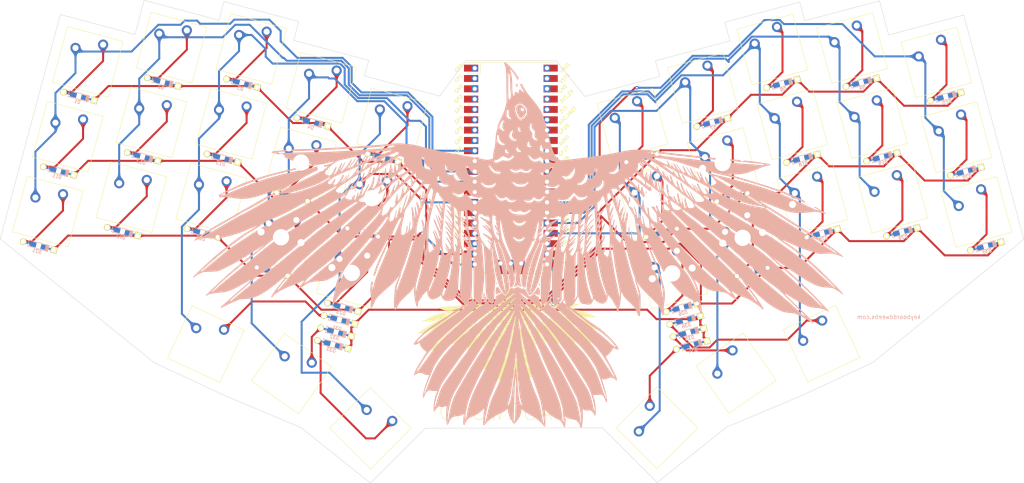
<source format=kicad_pcb>
(kicad_pcb (version 20211014) (generator pcbnew)
  (layers (0 "F.Cu" signal) (31 "B.Cu" signal) (34 "B.Paste" user) (35 "F.Paste" user) (36 "B.SilkS" user "B.Silkscreen") (37 "F.SilkS" user "F.Silkscreen") (38 "B.Mask" user) (39 "F.Mask" user) (44 "Edge.Cuts" user))
  (net 0 "")
  (net 1 "Net-(D1-Pad2)")
  (net 2 "Net-(D2-Pad2)")
  (net 3 "Net-(D3-Pad2)")
  (net 4 "Net-(D4-Pad2)")
  (net 5 "Net-(D5-Pad2)")
  (net 6 "Net-(D6-Pad2)")
  (net 7 "Net-(D7-Pad2)")
  (net 8 "Net-(D8-Pad2)")
  (net 9 "Net-(D9-Pad2)")
  (net 10 "Net-(D10-Pad2)")
  (net 11 "Net-(D11-Pad2)")
  (net 12 "Net-(D12-Pad2)")
  (net 13 "Net-(D13-Pad2)")
  (net 14 "Net-(D14-Pad2)")
  (net 15 "Net-(D15-Pad2)")
  (net 16 "Net-(D16-Pad2)")
  (net 17 "Net-(D17-Pad2)")
  (net 18 "Net-(D18-Pad2)")
  (net 19 "Net-(D19-Pad2)")
  (net 20 "Net-(D20-Pad2)")
  (net 21 "Net-(D21-Pad2)")
  (net 22 "Net-(D22-Pad2)")
  (net 23 "Net-(D23-Pad2)")
  (net 24 "Net-(D24-Pad2)")
  (net 25 "Net-(D25-Pad2)")
  (net 26 "Net-(D26-Pad2)")
  (net 27 "Net-(D27-Pad2)")
  (net 28 "Net-(D28-Pad2)")
  (net 29 "Net-(D29-Pad2)")
  (net 30 "Net-(D30-Pad2)")
  (net 31 "Net-(D31-Pad2)")
  (net 32 "Net-(D32-Pad2)")
  (net 33 "Net-(D33-Pad2)")
  (net 34 "Net-(D34-Pad2)")
  (net 35 "Net-(D35-Pad2)")
  (net 36 "Net-(D36-Pad2)")
  (net 66 "ROW0")
  (net 67 "ROW1")
  (net 68 "ROW2")
  (net 69 "ROW3")
  (net 70 "COL0")
  (net 71 "COL1")
  (net 72 "COL2")
  (net 73 "COL3")
  (net 74 "COL4")
  (net 75 "COL5")
  (net 76 "COL6")
  (net 77 "COL7")
  (net 78 "COL8")
  (net 79 "COL9")
  (footprint "Switch_Keyboard_Cherry_MX:SW_Cherry_MX_PCB_1.00u" (layer "F.Cu") (at 92.544629 88.346139 -15)
    (fp_text reference "MX24")
    (fp_text value "MX-NoLED")
  )
  (footprint "Keebio-Parts:Diode-Hybrid-Back" (layer "F.Cu") (at 37.807177 72.035781 -15)
    (fp_text reference "D11")
    (fp_text value "D_Small" hide)
  )
  (footprint "Keebio-Parts:Diode-Hybrid-Back" (layer "F.Cu") (at 198.625196 60.088103 15)
    (fp_text reference "D7")
    (fp_text value "D_Small" hide)
  )
  (footprint "Switch_Keyboard_Cherry_MX:SW_Cherry_MX_PCB_1.00u" (layer "F.Cu") (at 65.603861 41.683359 -15)
    (fp_text reference "MX2")
    (fp_text value "MX-NoLED")
  )
  (footprint "Keebio-Parts:Diode-Hybrid-Back" (layer "F.Cu") (at 261.018173 72.131221 15)
    (fp_text reference "D20")
    (fp_text value "D_Small" hide)
  )
  (footprint "Switch_Keyboard_Cherry_MX:SW_Cherry_MX_PCB_1.00u" (layer "F.Cu") (at 223.285982 78.954529 15)
    (fp_text reference "MX28")
    (fp_text value "MX-NoLED")
  )
  (footprint "Keebio-Parts:Diode-Hybrid-Back" (layer "F.Cu") (at 100.200154 59.992663 -15)
    (fp_text reference "D4")
    (fp_text value "D_Small" hide)
  )
  (footprint "Keebio-Parts:Diode-Hybrid-Back" (layer "F.Cu") (at 112.64335 87.157571 -15)
    (fp_text reference "D15")
    (fp_text value "D_Small" hide)
  )
  (footprint "Keebio-Parts:Diode-Hybrid-Back" (layer "F.Cu") (at 107.712848 105.558458 -15)
    (fp_text reference "D25")
    (fp_text value "D_Small" hide)
  )
  (footprint "Switch_Keyboard_Cherry_MX:SW_Cherry_MX_PCB_1.00u" (layer "F.Cu") (at 40.06699 63.602042 -15)
    (fp_text reference "MX11")
    (fp_text value "MX-NoLED")
  )
  (footprint "Keebio-Parts:Diode-Hybrid-Back" (layer "F.Cu") (at 203.555698 78.48899 15)
    (fp_text reference "D17")
    (fp_text value "D_Small" hide)
  )
  (footprint "Keebio-Parts:Diode-Hybrid-Back" (layer "F.Cu") (at 240.357472 68.627984 15)
    (fp_text reference "D19")
    (fp_text value "D_Small" hide)
  )
  (footprint "Switch_Keyboard_Cherry_MX:SW_Cherry_MX_PCB_1.00u" (layer "F.Cu") (at 85.237373 42.01364 -15)
    (fp_text reference "MX3")
    (fp_text value "MX-NoLED")
  )
  (footprint "Keebio-Parts:Diode-Hybrid-Back" (layer "F.Cu") (at 95.269651 78.39355 -15)
    (fp_text reference "D14")
    (fp_text value "D_Small" hide)
  )
  (footprint "Keebio-Parts:Diode-Hybrid-Back" (layer "F.Cu") (at 73.170887 87.263712 -15)
    (fp_text reference "D23")
    (fp_text value "D_Small" hide)
  )
  (footprint "Switch_Keyboard_Cherry_MX:SW_Cherry_MX_PCB_1.00u" (layer "F.Cu") (at 201.187218 70.084367 15)
    (fp_text reference "MX17")
    (fp_text value "MX-NoLED")
  )
  (footprint "Switch_Keyboard_Cherry_MX:SW_Cherry_MX_PCB_1.00u" (layer "F.Cu") (at 204.476745 121.794971 35)
    (fp_text reference "MX35")
    (fp_text value "MX-NoLED")
  )
  (footprint "Keebio-Parts:Diode-Hybrid-Back" (layer "F.Cu") (at 220.72396 68.958265 15)
    (fp_text reference "D18")
    (fp_text value "D_Small" hide)
  )
  (footprint "Keebio-Parts:Diode-Hybrid-Back" (layer "F.Cu") (at 58.467877 68.532544 -15)
    (fp_text reference "D12")
    (fp_text value "D_Small" hide)
  )
  (footprint "Switch_Keyboard_Cherry_MX:SW_Cherry_MX_PCB_1.00u" (layer "F.Cu") (at 35.136488 82.002929 -15)
    (fp_text reference "MX21")
    (fp_text value "MX-NoLED")
  )
  (footprint "Keebio-Parts:Diode-Hybrid-Back" (layer "F.Cu") (at 53.537375 86.933431 -15)
    (fp_text reference "D22")
    (fp_text value "D_Small" hide)
  )
  (footprint "Keebio-Parts:Diode-Hybrid-Back" (layer "F.Cu") (at 90.339149 96.794437 -15)
    (fp_text reference "D24")
    (fp_text value "D_Small" hide)
  )
  (footprint "Keebio-Parts:Diode-Hybrid-Back" (layer "F.Cu") (at 82.917189 50.431204 -15)
    (fp_text reference "D3")
    (fp_text value "D_Small" hide)
  )
  (footprint "Keebio-Parts:Diode-Hybrid-Back" (layer "F.Cu") (at 32.876674 90.436668 -15)
    (fp_text reference "D21")
    (fp_text value "D_Small" hide)
  )
  (footprint "Switch_Keyboard_Cherry_MX:SW_Cherry_MX_PCB_1.00u" (layer "F.Cu") (at 233.058489 41.822474 15)
    (fp_text reference "MX9")
    (fp_text value "MX-NoLED")
  )
  (footprint "Switch_Keyboard_Cherry_MX:SW_Cherry_MX_PCB_1.00u" (layer "F.Cu") (at 55.742855 78.485133 -15)
    (fp_text reference "MX22")
    (fp_text value "MX-NoLED")
  )
  (footprint "Switch_Keyboard_Cherry_MX:SW_Cherry_MX_PCB_1.00u" (layer "F.Cu") (at 44.997493 45.201155 -15)
    (fp_text reference "MX1")
    (fp_text value "MX-NoLED")
  )
  (footprint "Switch_Keyboard_Cherry_MX:SW_Cherry_MX_PCB_1.00u" (layer "F.Cu") (at 188.798355 97.234716 15)
    (fp_text reference "MX26")
    (fp_text value "MX-NoLED")
  )
  (footprint "Switch_Keyboard_Cherry_MX:SW_Cherry_MX_PCB_1.00u" (layer "F.Cu") (at 114.528634 135.324258 -45)
    (fp_text reference "MX33")
    (fp_text value "MX-NoLED")
  )
  (footprint "Switch_Keyboard_Cherry_MX:SW_Cherry_MX_PCB_1.00u" (layer "F.Cu") (at 119.888 60.337503 -15)
    (fp_text reference "MX5")
    (fp_text value "MX-NoLED")
  )
  (footprint "Keebio-Parts:Diode-Hybrid-Back" (layer "F.Cu") (at 181.251497 68.852123 15)
    (fp_text reference "D6")
    (fp_text value "D_Small" hide)
  )
  (footprint "Keebio-Parts:Diode-Hybrid-Back" (layer "F.Cu") (at 42.804087 53.652688 -15)
    (fp_text reference "D1")
    (fp_text value "D_Small" hide)
  )
  (footprint "Switch_Keyboard_Cherry_MX:SW_Cherry_MX_PCB_1.00u" (layer "F.Cu") (at 263.634529 82.112927 15)
    (fp_text reference "MX30")
    (fp_text value "MX-NoLED")
  )
  (footprint "Switch_Keyboard_Cherry_MX:SW_Cherry_MX_PCB_1.00u" (layer "F.Cu") (at 253.773523 45.311153 15)
    (fp_text reference "MX10")
    (fp_text value "MX-NoLED")
  )
  (footprint "Switch_Keyboard_Cherry_MX:SW_Cherry_MX_PCB_1.00u" (layer "F.Cu") (at 178.991683 60.418384 15)
    (fp_text reference "MX6")
    (fp_text value "MX-NoLED")
  )
  (footprint "Switch_Keyboard_Cherry_MX:SW_Cherry_MX_PCB_1.00u" (layer "F.Cu") (at 97.475132 69.945252 -15)
    (fp_text reference "MX14")
    (fp_text value "MX-NoLED")
  )
  (footprint "Keebio-Parts:Diode-Hybrid-Back" (layer "F.Cu") (at 191.934253 108.720712 15)
    (fp_text reference "D36")
    (fp_text value "D_Small" hide)
  )
  (footprint "Switch_Keyboard_Cherry_MX:SW_Cherry_MX_PCB_1.00u" (layer "F.Cu") (at 183.867852 78.833829 15)
    (fp_text reference "MX16")
    (fp_text value "MX-NoLED")
  )
  (footprint "Switch_Keyboard_Cherry_MX:SW_Cherry_MX_PCB_1.00u" (layer "F.Cu") (at 75.376368 78.815414 -15)
    (fp_text reference "MX23")
    (fp_text value "MX-NoLED")
  )
  (footprint "Switch_Keyboard_Cherry_MX:SW_Cherry_MX_PCB_1.00u" (layer "F.Cu") (at 80.306871 60.414527 -15)
    (fp_text reference "MX13")
    (fp_text value "MX-NoLED")
  )
  (footprint "Switch_Keyboard_Cherry_MX:SW_Cherry_MX_PCB_1.00u" (layer "F.Cu") (at 237.988992 60.223361 15)
    (fp_text reference "MX19")
    (fp_text value "MX-NoLED")
  )
  (footprint "Switch_Keyboard_Cherry_MX:SW_Cherry_MX_PCB_1.00u" (layer "F.Cu") (at 95.115308 121.904969 -35)
    (fp_text reference "MX32")
    (fp_text value "MX-NoLED")
  )
  (footprint "MCU_RaspberryPi_and_Boards:RPi_Pico_SMD_TH" (layer "F.Cu") (at 149.098 70.866)
    (fp_text reference "U1")
    (fp_text value "Pico")
  )
  (footprint "Keebio-Parts:Diode-Hybrid-Back" (layer "F.Cu") (at 193.577754 114.854341 15)
    (fp_text reference "D34")
    (fp_text value "D_Small" hide)
  )
  (footprint "Keebio-Parts:Diode-Hybrid-Back" (layer "F.Cu") (at 191.112502 105.653897 15)
    (fp_text reference "D26")
    (fp_text value "D_Small" hide)
  )
  (footprint "Switch_Keyboard_Cherry_MX:SW_Cherry_MX_PCB_1.00u" (layer "F.Cu") (at 185.06342 135.21426 45)
    (fp_text reference "MX34")
    (fp_text value "MX-NoLED")
  )
  (footprint "Switch_Keyboard_Cherry_MX:SW_Cherry_MX_PCB_1.00u" (layer "F.Cu") (at 114.903164 78.723831 -15)
    (fp_text reference "MX15")
    (fp_text value "MX-NoLED")
  )
  (footprint "Switch_Keyboard_Cherry_MX:SW_Cherry_MX_PCB_1.00u" (layer "F.Cu") (at 196.311048 51.668921 15)
    (fp_text reference "MX7")
    (fp_text value "MX-NoLED")
  )
  (footprint "Switch_Keyboard_Cherry_MX:SW_Cherry_MX_PCB_1.00u" (layer "F.Cu") (at 109.972661 97.124718 -15)
    (fp_text reference "MX25")
    (fp_text value "MX-NoLED")
  )
  (footprint "Keebio-Parts:Diode-Hybrid-Back" (layer "F.Cu") (at 208.486201 96.889877 15)
    (fp_text reference "D27")
    (fp_text value "D_Small" hide)
  )
  (footprint "Keebio-Parts:Diode-Hybrid-Back" (layer "F.Cu") (at 245.287975 87.028871 15)
    (fp_text reference "D29")
    (fp_text value "D_Small" hide)
  )
  (footprint "Keebio-Parts:Diode-Hybrid-Back" (layer "F.Cu") (at 63.39838 50.131657 -15)
    (fp_text reference "D2")
    (fp_text value "D_Small" hide)
  )
  (footprint "Keebio-Parts:Diode-Hybrid-Back" (layer "F.Cu") (at 105.255814 114.728233 -15)
    (fp_text reference "D33")
    (fp_text value "D_Small" hide)
  )
  (footprint "Switch_Keyboard_Cherry_MX:SW_Cherry_MX_PCB_1.00u" (layer "F.Cu") (at 258.704026 63.71204 15)
    (fp_text reference "MX20")
    (fp_text value "MX-NoLED")
  )
  (footprint "crow:crow50" (layer "F.Cu") (at 147.175 111.1)
    (fp_text reference "G***")
    (fp_text value "LOGO" hide)
  )
  (footprint "Switch_Keyboard_Cherry_MX:SW_Cherry_MX_PCB_1.00u" (layer "F.Cu") (at 102.459968 51.558923 -15)
    (fp_text reference "MX4")
    (fp_text value "MX-NoLED")
  )
  (footprint "Keebio-Parts:Diode-Hybrid-Back" (layer "F.Cu") (at 235.312266 50.257832 15)
    (fp_text reference "D9")
    (fp_text value "D_Small" hide)
  )
  (footprint "Switch_Keyboard_Cherry_MX:SW_Cherry_MX_PCB_1.00u" (layer "F.Cu") (at 206.117721 88.485254 15)
    (fp_text reference "MX27")
    (fp_text value "MX-NoLED")
  )
  (footprint "Switch_Keyboard_Cherry_MX:SW_Cherry_MX_PCB_1.00u" (layer "F.Cu") (at 225.533571 114.50931 25)
    (fp_text reference "MX36")
    (fp_text value "MX-NoLED")
  )
  (footprint "Keebio-Parts:Diode-Hybrid-Back" (layer "F.Cu") (at 186.182 87.25301 15)
    (fp_text reference "D16")
    (fp_text value "D_Small" hide)
  )
  (footprint "Keebio-Parts:Diode-Hybrid-Back" (layer "F.Cu") (at 225.654463 87.359152 15)
    (fp_text reference "D28")
    (fp_text value "D_Small" hide)
  )
  (footprint "Keebio-Parts:Diode-Hybrid-Back" (layer "F.Cu") (at 265.948676 90.532108 15)
    (fp_text reference "D30")
    (fp_text value "D_Small" hide)
  )
  (footprint "Keebio-Parts:Diode-Hybrid-Back" (layer "F.Cu") (at 256.08767 53.730334 15)
    (fp_text reference "D10")
    (fp_text value "D_Small" hide)
  )
  (footprint "Switch_Keyboard_Cherry_MX:SW_Cherry_MX_PCB_1.00u" (layer "F.Cu") (at 213.424976 42.152755 15)
    (fp_text reference "MX8")
    (fp_text value "MX-NoLED")
  )
  (footprint "Keebio-Parts:Diode-Hybrid-Back" (layer "F.Cu") (at 215.793457 50.557378 15)
    (fp_text reference "D8")
    (fp_text value "D_Small" hide)
  )
  (footprint "Switch_Keyboard_Cherry_MX:SW_Cherry_MX_PCB_1.00u" (layer "F.Cu") (at 242.919495 78.624248 15)
    (fp_text reference "MX29")
    (fp_text value "MX-NoLED")
  )
  (footprint "Keebio-Parts:Diode-Hybrid-Back" (layer "F.Cu") (at 106.077564 111.661419 -15)
    (fp_text reference "D32")
    (fp_text value "D_Small" hide)
  )
  (footprint "Keebio-Parts:Diode-Hybrid-Back" (layer "F.Cu") (at 78.10139 68.862825 -15)
    (fp_text reference "D13")
    (fp_text value "D_Small" hide)
  )
  (footprint "Keebio-Parts:Diode-Hybrid-Back" (layer "F.Cu") (at 192.756003 111.787526 15)
    (fp_text reference "D35")
    (fp_text value "D_Small" hide)
  )
  (footprint "Keebio-Parts:Diode-Hybrid-Back" (layer "F.Cu") (at 106.891097 108.625272 -15)
    (fp_text reference "D31")
    (fp_text value "D_Small" hide)
  )
  (footprint "Keebio-Parts:Diode-Hybrid-Back" (layer "F.Cu") (at 117.573853 68.756684 -15)
    (fp_text reference "D5")
    (fp_text value "D_Small" hide)
  )
  (footprint "Switch_Keyboard_Cherry_MX:SW_Cherry_MX_PCB_1.00u" (layer "F.Cu") (at 60.673358 60.084246 -15)
    (fp_text reference "MX12")
    (fp_text value "MX-NoLED")
  )
  (footprint "Switch_Keyboard_Cherry_MX:SW_Cherry_MX_PCB_1.00u" (layer "F.Cu") (at 218.355479 60.553642 15)
    (fp_text reference "MX18")
    (fp_text value "MX-NoLED")
  )
  (footprint "Switch_Keyboard_Cherry_MX:SW_Cherry_MX_PCB_1.00u" (layer "F.Cu") (at 74.058482 114.619308 -25)
    (fp_text reference "MX31")
    (fp_text value "MX-NoLED")
  )
  (footprint "crow:crow175" (layer "B.Cu") (at 156.464 89.408 180)
    (fp_text reference "G***")
    (fp_text value "LOGO" hide)
  )
  (gr_line (start 58.875 30.025) (end 77.25 34.95) (layer "Edge.Cuts") (width 0.1))
  (gr_line (start 171.6 135.225) (end 128 135.325) (layer "Edge.Cuts") (width 0.1))
  (gr_line (start 97.45 135.175) (end 78.65 127.275) (layer "Edge.Cuts") (width 0.1))
  (gr_line (start 77.25 34.95) (end 78.5 30.35) (layer "Edge.Cuts") (width 0.1))
  (gr_line (start 201.75 35.425) (end 202.975 40.025) (layer "Edge.Cuts") (width 0.1))
  (gr_line (start 38.25 33.525) (end 56.625 38.45) (layer "Edge.Cuts") (width 0.1))
  (gr_line (start 202.125 135.075) (end 185.075 148.675) (layer "Edge.Cuts") (width 0.1))
  (gr_line (start 239.8 30.175) (end 221.4 35.075) (layer "Edge.Cuts") (width 0.1))
  (gr_line (start 220.15 30.475) (end 201.75 35.425) (layer "Edge.Cuts") (width 0.1))
  (gr_line (start 138.05 44.875) (end 131.55 53.6) (layer "Edge.Cuts") (width 0.1))
  (gr_line (start 114.125 44.825) (end 113.1 48.65) (layer "Edge.Cuts") (width 0.1))
  (gr_line (start 113.1 48.65) (end 131.55 53.6) (layer "Edge.Cuts") (width 0.1))
  (gr_line (start 242.05 38.575) (end 239.8 30.175) (layer "Edge.Cuts") (width 0.1))
  (gr_line (start 23.45 88.75) (end 38.25 33.525) (layer "Edge.Cuts") (width 0.1))
  (gr_line (start 185.675 48.775) (end 167.325 53.7) (layer "Edge.Cuts") (width 0.1))
  (gr_line (start 128 135.325) (end 114.525 148.8) (layer "Edge.Cuts") (width 0.1))
  (gr_line (start 260.525 33.65) (end 275.3 88.85) (layer "Edge.Cuts") (width 0.1))
  (gr_line (start 238.2 119.125) (end 220.925 127.175) (layer "Edge.Cuts") (width 0.1))
  (gr_line (start 78.65 127.275) (end 61.4 119.225) (layer "Edge.Cuts") (width 0.1))
  (gr_line (start 56.625 38.45) (end 58.875 30.025) (layer "Edge.Cuts") (width 0.1))
  (gr_line (start 184.65 44.925) (end 185.675 48.775) (layer "Edge.Cuts") (width 0.1))
  (gr_line (start 95.675 39.9) (end 114.125 44.825) (layer "Edge.Cuts") (width 0.1))
  (gr_line (start 114.525 148.8) (end 97.45 135.175) (layer "Edge.Cuts") (width 0.1))
  (gr_line (start 275.3 88.85) (end 238.2 119.125) (layer "Edge.Cuts") (width 0.1))
  (gr_line (start 78.5 30.35) (end 96.9 35.275) (layer "Edge.Cuts") (width 0.1))
  (gr_line (start 220.925 127.175) (end 202.125 135.075) (layer "Edge.Cuts") (width 0.1))
  (gr_line (start 96.9 35.275) (end 95.675 39.9) (layer "Edge.Cuts") (width 0.1))
  (gr_line (start 61.4 119.225) (end 23.45 88.75) (layer "Edge.Cuts") (width 0.1))
  (gr_line (start 185.075 148.675) (end 171.6 135.225) (layer "Edge.Cuts") (width 0.1))
  (gr_line (start 202.975 40.025) (end 184.65 44.925) (layer "Edge.Cuts") (width 0.1))
  (gr_line (start 260.525 33.65) (end 242.05 38.575) (layer "Edge.Cuts") (width 0.1))
  (gr_line (start 221.4 35.075) (end 220.15 30.475) (layer "Edge.Cuts") (width 0.1))
  (gr_line (start 160.175 44.875) (end 138.05 44.875) (layer "Edge.Cuts") (width 0.1))
  (gr_line (start 167.325 53.7) (end 160.175 44.875) (layer "Edge.Cuts") (width 0.1))
  (gr_text "keyboarddweebs.com" (at 242.062 107.95) (layer "B.SilkS") (effects (font (size 1 1)) (justify mirror)))
  (gr_text "CROWBOARD" (at 149.3 131.375) (layer "F.SilkS") (effects (font (size 4 4))))
  (segment (start 48.765745 40.951652) (end 48.765745 44.967761) (width 0.5) (layer "F.Cu") (net 1))
  (segment (start 41.090212 52.643294) (end 39.036976 52.643294) (width 0.5) (layer "F.Cu") (net 1))
  (segment (start 48.765745 44.967761) (end 41.090212 52.643294) (width 0.5) (layer "F.Cu") (net 1))
  (segment (start 62.442794 49.122263) (end 59.631269 49.122263) (width 0.5) (layer "F.Cu") (net 2))
  (segment (start 69.372113 42.192944) (end 62.442794 49.122263) (width 0.5) (layer "F.Cu") (net 2))
  (segment (start 69.372113 37.433856) (end 69.372113 42.192944) (width 0.5) (layer "F.Cu") (net 2))
  (segment (start 89.005625 41.780246) (end 81.364061 49.42181) (width 0.5) (layer "F.Cu") (net 3))
  (segment (start 89.005625 37.764137) (end 89.005625 41.780246) (width 0.5) (layer "F.Cu") (net 3))
  (segment (start 81.364061 49.42181) (end 79.150078 49.42181) (width 0.5) (layer "F.Cu") (net 3))
  (segment (start 98.57048 58.983269) (end 96.433043 58.983269) (width 0.5) (layer "F.Cu") (net 4))
  (segment (start 106.22822 47.30942) (end 106.22822 51.325529) (width 0.5) (layer "F.Cu") (net 4))
  (segment (start 106.22822 51.325529) (end 98.57048 58.983269) (width 0.5) (layer "F.Cu") (net 4))
  (segment (start 123.656252 60.847088) (end 116.75605 67.74729) (width 0.5) (layer "F.Cu") (net 5))
  (segment (start 116.75605 67.74729) (end 113.806742 67.74729) (width 0.5) (layer "F.Cu") (net 5))
  (segment (start 123.656252 56.088) (end 123.656252 60.847088) (width 0.5) (layer "F.Cu") (net 5))
  (segment (start 180.130334 54.85408) (end 181.491204 56.21495) (width 0.5) (layer "F.Cu") (net 6))
  (segment (start 181.491204 56.21495) (end 181.491204 65.854699) (width 0.5) (layer "F.Cu") (net 6))
  (segment (start 181.491204 65.854699) (end 177.484386 69.861517) (width 0.5) (layer "F.Cu") (net 6))
  (segment (start 198.810569 47.465487) (end 198.810569 57.145013) (width 0.5) (layer "F.Cu") (net 7))
  (segment (start 197.449699 46.104617) (end 198.810569 47.465487) (width 0.5) (layer "F.Cu") (net 7))
  (segment (start 198.810569 57.145013) (end 194.858085 61.097497) (width 0.5) (layer "F.Cu") (net 7))
  (segment (start 214.563627 36.588451) (end 215.924497 37.949321) (width 0.5) (layer "F.Cu") (net 8))
  (segment (start 215.924497 47.668621) (end 212.026346 51.566772) (width 0.5) (layer "F.Cu") (net 8))
  (segment (start 215.924497 37.949321) (end 215.924497 47.668621) (width 0.5) (layer "F.Cu") (net 8))
  (segment (start 234.19714 36.25817) (end 235.55801 37.61904) (width 0.5) (layer "F.Cu") (net 9))
  (segment (start 235.55801 47.254371) (end 231.545155 51.267226) (width 0.5) (layer "F.Cu") (net 9))
  (segment (start 235.55801 37.61904) (end 235.55801 47.254371) (width 0.5) (layer "F.Cu") (net 9))
  (segment (start 256.273044 41.107719) (end 256.273044 50.787243) (width 0.5) (layer "F.Cu") (net 10))
  (segment (start 256.273044 50.787243) (end 252.320559 54.739728) (width 0.5) (layer "F.Cu") (net 10))
  (segment (start 254.912174 39.746849) (end 256.273044 41.107719) (width 0.5) (layer "F.Cu") (net 10))
  (segment (start 43.835242 59.352539) (end 43.835242 64.111627) (width 0.5) (layer "F.Cu") (net 11))
  (segment (start 43.835242 64.111627) (end 36.920482 71.026387) (width 0.5) (layer "F.Cu") (net 11))
  (segment (start 36.920482 71.026387) (end 34.040066 71.026387) (width 0.5) (layer "F.Cu") (net 11))
  (segment (start 56.769312 67.52315) (end 54.700766 67.52315) (width 0.5) (layer "F.Cu") (net 12))
  (segment (start 64.44161 55.834743) (end 64.44161 59.850852) (width 0.5) (layer "F.Cu") (net 12))
  (segment (start 64.44161 59.850852) (end 56.769312 67.52315) (width 0.5) (layer "F.Cu") (net 12))
  (segment (start 76.402825 67.853431) (end 74.334279 67.853431) (width 0.5) (layer "F.Cu") (net 13))
  (segment (start 84.075123 56.165024) (end 84.075123 60.181133) (width 0.5) (layer "F.Cu") (net 13))
  (segment (start 84.075123 60.181133) (end 76.402825 67.853431) (width 0.5) (layer "F.Cu") (net 13))
  (segment (start 93.571086 77.384156) (end 91.50254 77.384156) (width 0.5) (layer "F.Cu") (net 14))
  (segment (start 101.243384 69.711858) (end 93.571086 77.384156) (width 0.5) (layer "F.Cu") (net 14))
  (segment (start 101.243384 65.695749) (end 101.243384 69.711858) (width 0.5) (layer "F.Cu") (net 14))
  (segment (start 118.671416 74.474328) (end 118.671416 78.490437) (width 0.5) (layer "F.Cu") (net 15))
  (segment (start 111.013676 86.148177) (end 108.876239 86.148177) (width 0.5) (layer "F.Cu") (net 15))
  (segment (start 118.671416 78.490437) (end 111.013676 86.148177) (width 0.5) (layer "F.Cu") (net 15))
  (segment (start 186.367373 74.630395) (end 186.367373 84.30992) (width 0.5) (layer "F.Cu") (net 16))
  (segment (start 185.006503 73.269525) (end 186.367373 74.630395) (width 0.5) (layer "F.Cu") (net 16))
  (segment (start 186.367373 84.30992) (end 182.414889 88.262404) (width 0.5) (layer "F.Cu") (net 16))
  (segment (start 202.325869 64.520063) (end 203.686739 65.880933) (width 0.5) (layer "F.Cu") (net 17))
  (segment (start 203.686739 65.880933) (end 203.686739 75.600232) (width 0.5) (layer "F.Cu") (net 17))
  (segment (start 203.686739 75.600232) (end 199.788587 79.498384) (width 0.5) (layer "F.Cu") (net 17))
  (segment (start 220.855 66.069508) (end 216.956849 69.967659) (width 0.5) (layer "F.Cu") (net 18))
  (segment (start 219.49413 54.989338) (end 220.855 56.350208) (width 0.5) (layer "F.Cu") (net 18))
  (segment (start 220.855 56.350208) (end 220.855 66.069508) (width 0.5) (layer "F.Cu") (net 18))
  (segment (start 240.488513 56.019927) (end 240.488513 65.739226) (width 0.5) (layer "F.Cu") (net 19))
  (segment (start 240.488513 65.739226) (end 236.590361 69.637378) (width 0.5) (layer "F.Cu") (net 19))
  (segment (start 239.127643 54.659057) (end 240.488513 56.019927) (width 0.5) (layer "F.Cu") (net 19))
  (segment (start 259.842677 58.147736) (end 261.203547 59.508606) (width 0.5) (layer "F.Cu") (net 20))
  (segment (start 261.203547 59.508606) (end 261.203547 69.18813) (width 0.5) (layer "F.Cu") (net 20))
  (segment (start 261.203547 69.18813) (end 257.251062 73.140615) (width 0.5) (layer "F.Cu") (net 20))
  (segment (start 38.90474 77.753426) (end 38.90474 81.769535) (width 0.5) (layer "F.Cu") (net 21))
  (segment (start 31.247001 89.427274) (end 29.109563 89.427274) (width 0.5) (layer "F.Cu") (net 21))
  (segment (start 38.90474 81.769535) (end 31.247001 89.427274) (width 0.5) (layer "F.Cu") (net 21))
  (segment (start 51.838809 85.924037) (end 49.770264 85.924037) (width 0.5) (layer "F.Cu") (net 22))
  (segment (start 59.511107 74.23563) (end 59.511107 78.251739) (width 0.5) (layer "F.Cu") (net 22))
  (segment (start 59.511107 78.251739) (end 51.838809 85.924037) (width 0.5) (layer "F.Cu") (net 22))
  (segment (start 71.472322 86.254318) (end 69.403776 86.254318) (width 0.5) (layer "F.Cu") (net 23))
  (segment (start 79.14462 74.565911) (end 79.14462 78.58202) (width 0.5) (layer "F.Cu") (net 23))
  (segment (start 79.14462 78.58202) (end 71.472322 86.254318) (width 0.5) (layer "F.Cu") (net 23))
  (segment (start 96.312881 88.112745) (end 88.640583 95.785043) (width 0.5) (layer "F.Cu") (net 24))
  (segment (start 96.312881 84.096636) (end 96.312881 88.112745) (width 0.5) (layer "F.Cu") (net 24))
  (segment (start 88.640583 95.785043) (end 86.572038 95.785043) (width 0.5) (layer "F.Cu") (net 24))
  (segment (start 106.083173 104.549064) (end 103.945737 104.549064) (width 0.5) (layer "F.Cu") (net 25))
  (segment (start 113.740913 96.891324) (end 106.083173 104.549064) (width 0.5) (layer "F.Cu") (net 25))
  (segment (start 113.740913 92.875215) (end 113.740913 96.891324) (width 0.5) (layer "F.Cu") (net 25))
  (segment (start 191.297876 102.710806) (end 187.345391 106.663291) (width 0.5) (layer "F.Cu") (net 26))
  (segment (start 189.937006 91.670412) (end 191.297876 93.031282) (width 0.5) (layer "F.Cu") (net 26))
  (segment (start 191.297876 93.031282) (end 191.297876 102.710806) (width 0.5) (layer "F.Cu") (net 26))
  (segment (start 208.617242 84.28182) (end 208.617242 94.001119) (width 0.5) (layer "F.Cu") (net 27))
  (segment (start 207.256372 82.92095) (end 208.617242 84.28182) (width 0.5) (layer "F.Cu") (net 27))
  (segment (start 208.617242 94.001119) (end 204.71909 97.899271) (width 0.5) (layer "F.Cu") (net 27))
  (segment (start 225.785503 84.470395) (end 221.887352 88.368546) (width 0.5) (layer "F.Cu") (net 28))
  (segment (start 225.785503 74.751095) (end 225.785503 84.470395) (width 0.5) (layer "F.Cu") (net 28))
  (segment (start 224.424633 73.390225) (end 225.785503 74.751095) (width 0.5) (layer "F.Cu") (net 28))
  (segment (start 245.419016 84.140113) (end 241.520864 88.038265) (width 0.5) (layer "F.Cu") (net 29))
  (segment (start 245.419016 74.420814) (end 245.419016 84.140113) (width 0.5) (layer "F.Cu") (net 29))
  (segment (start 244.058146 73.059944) (end 245.419016 74.420814) (width 0.5) (layer "F.Cu") (net 29))
  (segment (start 266.13405 77.909493) (end 266.13405 87.589017) (width 0.5) (layer "F.Cu") (net 30))
  (segment (start 266.13405 87.589017) (end 262.181565 91.541502) (width 0.5) (layer "F.Cu") (net 30))
  (segment (start 264.77318 76.548623) (end 266.13405 77.909493) (width 0.5) (layer "F.Cu") (net 30))
  (segment (start 102.027878 107.615878) (end 103.123986 107.615878) (width 0.5) (layer "F.Cu") (net 31))
  (segment (start 85.45612 104.14) (end 98.552 104.14) (width 0.5) (layer "F.Cu") (net 31))
  (segment (start 78.507405 111.088715) (end 85.45612 104.14) (width 0.5) (layer "F.Cu") (net 31))
  (segment (start 98.552 104.14) (end 102.027878 107.615878) (width 0.5) (layer "F.Cu") (net 31))
  (segment (start 100.109722 119.200561) (end 100.109722 112.852756) (width 0.5) (layer "F.Cu") (net 32))
  (segment (start 100.109722 112.852756) (end 102.310453 110.652025) (width 0.5) (layer "F.Cu") (net 32))
  (segment (start 119.916788 133.528207) (end 115.621216 137.823779) (width 0.5) (layer "F.Cu") (net 33))
  (segment (start 102.288702 126.672702) (end 102.288702 114.518838) (width 0.5) (layer "F.Cu") (net 33))
  (segment (start 113.439779 137.823779) (end 102.288702 126.672702) (width 0.5) (layer "F.Cu") (net 33))
  (segment (start 102.288702 114.518838) (end 101.488703 113.718839) (width 0.5) (layer "F.Cu") (net 33))
  (segment (start 115.621216 137.823779) (end 113.439779 137.823779) (width 0.5) (layer "F.Cu") (net 33))
  (segment (start 183.267369 122.407009) (end 189.810643 115.863735) (width 0.5) (layer "F.Cu") (net 34))
  (segment (start 183.267369 129.826106) (end 183.267369 122.407009) (width 0.5) (layer "F.Cu") (net 34))
  (segment (start 203.643623 116.176794) (end 192.368766 116.176794) (width 0.5) (layer "F.Cu") (net 35))
  (segment (start 192.368766 116.176794) (end 188.988892 112.79692) (width 0.5) (layer "F.Cu") (net 35))
  (segment (start 197.958726 115.477274) (end 193.91431 115.477274) (width 0.5) (layer "F.Cu") (net 36))
  (segment (start 199.898 113.538) (end 197.958726 115.477274) (width 0.5) (layer "F.Cu") (net 36))
  (segment (start 217.17 113.538) (end 199.898 113.538) (width 0.5) (layer "F.Cu") (net 36))
  (segment (start 225.688692 108.831816) (end 221.876184 108.831816) (width 0.5) (layer "F.Cu") (net 36))
  (segment (start 193.91431 115.477274) (end 188.167142 109.730106) (width 0.5) (layer "F.Cu") (net 36))
  (segment (start 221.876184 108.831816) (end 217.17 113.538) (width 0.5) (layer "F.Cu") (net 36))
  (segment (start 170.434 82.427337) (end 185.018608 67.842729) (width 0.5) (layer "F.Cu") (net 66))
  (segment (start 128.27 93.726) (end 129.54 92.456) (width 0.5) (layer "F.Cu") (net 66))
  (segment (start 235.811078 52.516737) (end 239.079377 49.248438) (width 0.5) (layer "F.Cu") (net 66))
  (segment (start 112.731286 69.766078) (end 121.340964 69.766078) (width 0.5) (layer "F.Cu") (net 66))
  (segment (start 103.967265 61.002057) (end 112.731286 69.766078) (width 0.5) (layer "F.Cu") (net 66))
  (segment (start 67.165491 51.141051) (end 86.384753 51.141051) (width 0.5) (layer "F.Cu") (net 66))
  (segment (start 129.54 92.456) (end 140.208 92.456) (width 0.5) (layer "F.Cu") (net 66))
  (segment (start 170.434 90.424) (end 170.434 82.427337) (width 0.5) (layer "F.Cu") (net 66))
  (segment (start 103.197988 60.23278) (end 103.967265 61.002057) (width 0.5) (layer "F.Cu") (net 66))
  (segment (start 194.553511 66.917505) (end 202.392307 59.078709) (width 0.5) (layer "F.Cu") (net 66))
  (segment (start 202.392307 59.078709) (end 208.181189 53.289827) (width 0.5) (layer "F.Cu") (net 66))
  (segment (start 86.384753 51.141051) (end 86.6843 51.440598) (width 0.5) (layer "F.Cu") (net 66))
  (segment (start 121.340964 69.766078) (end 128.27 76.695114) (width 0.5) (layer "F.Cu") (net 66))
  (segment (start 185.018608 67.842729) (end 185.943832 66.917505) (width 0.5) (layer "F.Cu") (net 66))
  (segment (start 239.079377 49.248438) (end 245.820178 55.989239) (width 0.5) (layer "F.Cu") (net 66))
  (segment (start 50.092229 51.141051) (end 67.165491 51.141051) (width 0.5) (layer "F.Cu") (net 66))
  (segment (start 219.560568 49.547984) (end 222.529321 52.516737) (width 0.5) (layer "F.Cu") (net 66))
  (segment (start 46.571198 54.662082) (end 50.092229 51.141051) (width 0.5) (layer "F.Cu") (net 66))
  (segment (start 138.43 103.886) (end 156.972 103.886) (width 0.5) (layer "F.Cu") (net 66))
  (segment (start 222.529321 52.516737) (end 235.811078 52.516737) (width 0.5) (layer "F.Cu") (net 66))
  (segment (start 156.972 103.886) (end 170.434 90.424) (width 0.5) (layer "F.Cu") (net 66))
  (segment (start 215.818725 53.289827) (end 219.560568 49.547984) (width 0.5) (layer "F.Cu") (net 66))
  (segment (start 256.586482 55.989239) (end 259.854781 52.72094) (width 0.5) (layer "F.Cu") (net 66))
  (segment (start 245.820178 55.989239) (end 256.586482 55.989239) (width 0.5) (layer "F.Cu") (net 66))
  (segment (start 185.943832 66.917505) (end 194.553511 66.917505) (width 0.5) (layer "F.Cu") (net 66))
  (segment (start 128.27 93.726) (end 138.43 103.886) (width 0.5) (layer "F.Cu") (net 66))
  (segment (start 208.181189 53.289827) (end 215.818725 53.289827) (width 0.5) (layer "F.Cu") (net 66))
  (segment (start 128.27 76.695114) (end 128.27 93.726) (width 0.5) (layer "F.Cu") (net 66))
  (segment (start 95.476482 60.23278) (end 103.197988 60.23278) (width 0.5) (layer "F.Cu") (net 66))
  (segment (start 86.6843 51.440598) (end 95.476482 60.23278) (width 0.5) (layer "F.Cu") (net 66))
  (segment (start 41.574288 73.045175) (end 45.077525 69.541938) (width 0.5) (layer "F.Cu") (net 67))
  (segment (start 81.53822 69.541938) (end 81.868501 69.872219) (width 0.5) (layer "F.Cu") (net 67))
  (segment (start 125.955035 88.166965) (end 126.746 87.376) (width 0.5) (layer "F.Cu") (net 67))
  (segment (start 127.57048 88.646) (end 127.570481 94.015751) (width 0.5) (layer "F.Cu") (net 67))
  (segment (start 177.649915 89.511915) (end 186.680812 89.511915) (width 0.5) (layer "F.Cu") (net 67))
  (segment (start 198.558789 86.243616) (end 207.322809 77.479596) (width 0.5) (layer "F.Cu") (net 67))
  (segment (start 91.399226 79.402944) (end 99.036762 79.402944) (width 0.5) (layer "F.Cu") (net 67))
  (segment (start 125.955035 88.166965) (end 127.091445 88.166965) (width 0.5) (layer "F.Cu") (net 67))
  (segment (start 244.124583 67.61859) (end 250.896119 74.390126) (width 0.5) (layer "F.Cu") (net 67))
  (segment (start 224.491071 67.948871) (end 227.429089 70.886889) (width 0.5) (layer "F.Cu") (net 67))
  (segment (start 227.429089 70.886889) (end 240.856284 70.886889) (width 0.5) (layer "F.Cu") (net 67))
  (segment (start 81.868501 69.872219) (end 91.399226 79.402944) (width 0.5) (layer "F.Cu") (net 67))
  (segment (start 261.516985 74.390126) (end 264.785284 71.121827) (width 0.5) (layer "F.Cu") (net 67))
  (segment (start 116.410461 88.166965) (end 125.955035 88.166965) (width 0.5) (layer "F.Cu") (net 67))
  (segment (start 186.680812 89.511915) (end 189.949111 86.243616) (width 0.5) (layer "F.Cu") (net 67))
  (segment (start 250.896119 74.390126) (end 261.516985 74.390126) (width 0.5) (layer "F.Cu") (net 67))
  (segment (start 207.322809 77.479596) (end 214.960346 77.479596) (width 0.5) (layer "F.Cu") (net 67))
  (segment (start 45.077525 69.541938) (end 62.234988 69.541938) (width 0.5) (layer "F.Cu") (net 67))
  (segment (start 171.196 83.058) (end 177.649915 89.511915) (width 0.5) (layer "F.Cu") (net 67))
  (segment (start 127.091445 88.166965) (end 127.57048 88.646) (width 0.5) (layer "F.Cu") (net 67))
  (segment (start 62.234988 69.541938) (end 81.53822 69.541938) (width 0.5) (layer "F.Cu") (net 67))
  (segment (start 107.800783 88.166965) (end 116.410461 88.166965) (width 0.5) (layer "F.Cu") (net 67))
  (segment (start 99.036762 79.402944) (end 107.800783 88.166965) (width 0.5) (layer "F.Cu") (net 67))
  (segment (start 126.746 87.376) (end 127.254 87.376) (width 0.5) (layer "F.Cu") (net 67))
  (segment (start 214.960346 77.479596) (end 224.491071 67.948871) (width 0.5) (layer "F.Cu") (net 67))
  (segment (start 157.26175 104.58552) (end 171.196 90.65127) (width 0.5) (layer "F.Cu") (net 67))
  (segment (start 138.14025 104.58552) (end 157.26175 104.58552) (width 0.5) (layer "F.Cu") (net 67))
  (segment (start 189.949111 86.243616) (end 198.558789 86.243616) (width 0.5) (layer "F.Cu") (net 67))
  (segment (start 240.856284 70.886889) (end 244.124583 67.61859) (width 0.5) (layer "F.Cu") (net 67))
  (segment (start 171.196 90.65127) (end 171.196 83.058) (width 0.5) (layer "F.Cu") (net 67))
  (segment (start 127.570481 94.015751) (end 138.14025 104.58552) (width 0.5) (layer "F.Cu") (net 67))
  (via (at 127.254 87.376) (size 0.8) (drill 0.4) (layers "F.Cu" "B.Cu") (net 67))
  (segment (start 127.254 87.376) (end 134.874 94.996) (width 0.5) (layer "B.Cu") (net 67))
  (segment (start 134.874 94.996) (end 140.208 94.996) (width 0.5) (layer "B.Cu") (net 67))
  (segment (start 195.834 94.996) (end 195.834 103.690116) (width 0.5) (layer "F.Cu") (net 68))
  (segment (start 255.826622 92.791013) (end 266.447488 92.791013) (width 0.5) (layer "F.Cu") (net 68))
  (segment (start 76.607717 87.942825) (end 76.937998 88.273106) (width 0.5) (layer "F.Cu") (net 68))
  (segment (start 189.233044 89.970901) (end 190.808901 89.970901) (width 0.5) (layer "F.Cu") (net 68))
  (segment (start 119.126 88.866485) (end 126.712485 88.866485) (width 0.5) (layer "F.Cu") (net 68))
  (segment (start 171.67727 91.15927) (end 188.044675 91.15927) (width 0.5) (layer "F.Cu") (net 68))
  (segment (start 157.988 104.84854) (end 159.10427 103.73227) (width 0.5) (layer "F.Cu") (net 68))
  (segment (start 212.253312 95.880483) (end 219.890849 95.880483) (width 0.5) (layer "F.Cu") (net 68))
  (segment (start 137.97546 105.41) (end 157.988 105.41) (width 0.5) (layer "F.Cu") (net 68))
  (segment (start 111.479959 106.567852) (end 119.126 98.921811) (width 0.5) (layer "F.Cu") (net 68))
  (segment (start 126.87096 89.02496) (end 126.87096 90.932001) (width 0.5) (layer "F.Cu") (net 68))
  (segment (start 219.890849 95.880483) (end 229.421574 86.349758) (width 0.5) (layer "F.Cu") (net 68))
  (segment (start 126.87096 90.932001) (end 126.870962 94.305502) (width 0.5) (layer "F.Cu") (net 68))
  (segment (start 76.937998 88.273106) (end 86.468723 97.803831) (width 0.5) (layer "F.Cu") (net 68))
  (segment (start 190.808901 89.970901) (end 195.834 94.996) (width 0.5) (layer "F.Cu") (net 68))
  (segment (start 203.489292 104.644503) (end 212.253312 95.880483) (width 0.5) (layer "F.Cu") (net 68))
  (segment (start 232.359592 89.287776) (end 245.786787 89.287776) (width 0.5) (layer "F.Cu") (net 68))
  (segment (start 126.870962 94.305502) (end 137.97546 105.41) (width 0.5) (layer "F.Cu") (net 68))
  (segment (start 159.512 104.14) (end 159.512 104.902) (width 0.5) (layer "F.Cu") (net 68))
  (segment (start 119.126 98.921811) (end 119.126 88.866485) (width 0.5) (layer "F.Cu") (net 68))
  (segment (start 111.084107 106.172) (end 111.479959 106.567852) (width 0.5) (layer "F.Cu") (net 68))
  (segment (start 188.044675 91.15927) (end 189.233044 89.970901) (width 0.5) (layer "F.Cu") (net 68))
  (segment (start 57.304486 87.942825) (end 76.607717 87.942825) (width 0.5) (layer "F.Cu") (net 68))
  (segment (start 249.055086 86.019477) (end 255.826622 92.791013) (width 0.5) (layer "F.Cu") (net 68))
  (segment (start 229.421574 86.349758) (end 232.359592 89.287776) (width 0.5) (layer "F.Cu") (net 68))
  (segment (start 126.712485 88.866485) (end 126.87096 89.02496) (width 0.5) (layer "F.Cu") (net 68))
  (segment (start 266.447488 92.791013) (end 269.715787 89.522714) (width 0.5) (layer "F.Cu") (net 68))
  (segment (start 245.786787 89.287776) (end 249.055086 86.019477) (width 0.5) (layer "F.Cu") (net 68))
  (segment (start 194.879613 104.644503) (end 203.489292 104.644503) (width 0.5) (layer "F.Cu") (net 68))
  (segment (start 86.468723 97.803831) (end 94.10626 97.803831) (width 0.5) (layer "F.Cu") (net 68))
  (segment (start 157.988 105.41) (end 157.988 104.84854) (width 0.5) (layer "F.Cu") (net 68))
  (segment (start 159.10427 103.73227) (end 171.67727 91.15927) (width 0.5) (layer "F.Cu") (net 68))
  (segment (start 102.474429 106.172) (end 111.084107 106.172) (width 0.5) (layer "F.Cu") (net 68))
  (segment (start 159.10427 103.73227) (end 159.512 104.14) (width 0.5) (layer "F.Cu") (net 68))
  (segment (start 195.834 103.690116) (end 194.879613 104.644503) (width 0.5) (layer "F.Cu") (net 68))
  (segment (start 94.10626 97.803831) (end 102.474429 106.172) (width 0.5) (layer "F.Cu") (net 68))
  (segment (start 36.643785 91.446062) (end 40.147022 87.942825) (width 0.5) (layer "F.Cu") (net 68))
  (segment (start 40.147022 87.942825) (end 57.304486 87.942825) (width 0.5) (layer "F.Cu") (net 68))
  (via (at 159.512 104.902) (size 0.8) (drill 0.4) (layers "F.Cu" "B.Cu") (net 68))
  (segment (start 159.512 96.52) (end 157.988 94.996) (width 0.5) (layer "B.Cu") (net 68))
  (segment (start 159.512 104.902) (end 159.512 96.52) (width 0.5) (layer "B.Cu") (net 68))
  (segment (start 109.844675 112.670813) (end 109.844675 114.915877) (width 0.5) (layer "F.Cu") (net 69))
  (segment (start 109.844675 112.670813) (end 109.844675 110.448199) (width 0.5) (layer "F.Cu") (net 69))
  (segment (start 195.701364 107.711318) (end 195.701364 109.956382) (width 0.5) (layer "F.Cu") (net 69))
  (segment (start 196.523114 110.778132) (end 196.523114 113.023196) (width 0.5) (layer "F.Cu") (net 69))
  (segment (start 196.523114 113.023196) (end 197.344865 113.844947) (width 0.5) (layer "F.Cu") (net 69))
  (segment (start 114.120874 106.172) (end 160.274 106.172) (width 0.5) (layer "F.Cu") (net 69))
  (segment (start 194.932087 108.480595) (end 195.701364 107.711318) (width 0.5) (layer "F.Cu") (net 69))
  (segment (start 182.626 106.172) (end 184.934595 108.480595) (width 0.5) (layer "F.Cu") (net 69))
  (segment (start 160.782 105.664) (end 160.782 103.378) (width 0.5) (layer "F.Cu") (net 69))
  (segment (start 184.934595 108.480595) (end 194.932087 108.480595) (width 0.5) (layer "F.Cu") (net 69))
  (segment (start 109.844675 110.448199) (end 110.658208 109.634666) (width 0.5) (layer "F.Cu") (net 69))
  (segment (start 195.701364 109.956382) (end 196.523114 110.778132) (width 0.5) (layer "F.Cu") (net 69))
  (segment (start 160.274 106.172) (end 182.626 106.172) (width 0.5) (layer "F.Cu") (net 69))
  (segment (start 110.658208 109.634666) (end 114.120874 106.172) (width 0.5) (layer "F.Cu") (net 69))
  (segment (start 160.274 106.172) (end 160.782 105.664) (width 0.5) (layer "F.Cu") (net 69))
  (segment (start 109.844675 114.915877) (end 109.022925 115.737627) (width 0.5) (layer "F.Cu") (net 69))
  (via (at 160.782 103.378) (size 0.8) (drill 0.4) (layers "F.Cu" "B.Cu") (net 69))
  (segment (start 160.782 103.378) (end 160.782 95.25) (width 0.5) (layer "B.Cu") (net 69))
  (segment (start 160.782 95.25) (end 157.988 92.456) (width 0.5) (layer "B.Cu") (net 69))
  (segment (start 92.456 37.592) (end 92.456 40.132) (width 0.5) (layer "B.Cu") (net 70))
  (segment (start 109.91952 46.41952) (end 109.91952 50.292) (width 0.5) (layer "B.Cu") (net 70))
  (segment (start 92.456 40.132) (end 96.534869 44.210869) (width 0.5) (layer "B.Cu") (net 70))
  (segment (start 32.113711 67.277484) (end 32.113711 78.563377) (width 0.5) (layer "B.Cu") (net 70))
  (segment (start 107.710869 44.210869) (end 109.91952 46.41952) (width 0.5) (layer "B.Cu") (net 70))
  (segment (start 72.644 35.814) (end 80.01 35.814) (width 0.5) (layer "B.Cu") (net 70))
  (segment (start 129.794 58.70073) (end 129.794 67.056) (width 0.5) (layer "B.Cu") (net 70))
  (segment (start 80.01 35.814) (end 81.026 34.798) (width 0.5) (layer "B.Cu") (net 70))
  (segment (start 123.796231 52.702961) (end 129.794 58.70073) (width 0.5) (layer "B.Cu") (net 70))
  (segment (start 42.864276 42.651163) (end 55.770255 42.651163) (width 0.5) (layer "B.Cu") (net 70))
  (segment (start 81.026 34.798) (end 89.662 34.798) (width 0.5) (layer "B.Cu") (net 70))
  (segment (start 37.044213 62.346982) (end 32.113711 67.277484) (width 0.5) (layer "B.Cu") (net 70))
  (segment (start 41.974716 47.938478) (end 37.044213 52.868981) (width 0.5) (layer "B.Cu") (net 70))
  (segment (start 96.534869 44.210869) (end 107.710869 44.210869) (width 0.5) (layer "B.Cu") (net 70))
  (segment (start 71.882 35.052) (end 72.644 35.814) (width 0.5) (layer "B.Cu") (net 70))
  (segment (start 55.770255 42.651163) (end 62.353418 36.068) (width 0.5) (layer "B.Cu") (net 70))
  (segment (start 67.818 36.068) (end 68.834 35.052) (width 0.5) (layer "B.Cu") (net 70))
  (segment (start 41.974716 41.761603) (end 42.864276 42.651163) (width 0.5) (layer "B.Cu") (net 70))
  (segment (start 112.33048 52.70296) (end 123.796231 52.702961) (width 0.5) (layer "B.Cu") (net 70))
  (segment (start 129.794 67.056) (end 140.208 67.056) (width 0.5) (layer "B.Cu") (net 70))
  (segment (start 109.91952 50.292) (end 112.33048 52.70296) (width 0.5) (layer "B.Cu") (net 70))
  (segment (start 37.044213 52.868981) (end 37.044213 60.16249) (width 0.5) (layer "B.Cu") (net 70))
  (segment (start 37.044213 60.16249) (end 37.044213 62.346982) (width 0.5) (layer "B.Cu") (net 70))
  (segment (start 62.353418 36.068) (end 67.818 36.068) (width 0.5) (layer "B.Cu") (net 70))
  (segment (start 89.662 34.798) (end 92.456 37.592) (width 0.5) (layer "B.Cu") (net 70))
  (segment (start 41.974716 41.761603) (end 41.974716 47.938478) (width 0.5) (layer "B.Cu") (net 70))
  (segment (start 68.834 35.052) (end 71.882 35.052) (width 0.5) (layer "B.Cu") (net 70))
  (segment (start 93.932389 44.910389) (end 107.36766 44.91039) (width 0.5) (layer "B.Cu") (net 71))
  (segment (start 57.650581 49.335875) (end 57.650581 56.644694) (width 0.5) (layer "B.Cu") (net 71))
  (segment (start 109.22 46.76273) (end 109.22 50.804446) (width 0.5) (layer "B.Cu") (net 71))
  (segment (start 62.581084 38.243807) (end 63.470644 39.133367) (width 0.5) (layer "B.Cu") (net 71))
  (segment (start 111.818034 53.40248) (end 123.50648 53.40248) (width 0.5) (layer "B.Cu") (net 71))
  (segment (start 81.28 36.068) (end 84.827702 36.068) (width 0.5) (layer "B.Cu") (net 71))
  (segment (start 107.36766 44.91039) (end 109.22 46.76273) (width 0.5) (layer "B.Cu") (net 71))
  (segment (start 129.032 68.072) (end 130.556 69.596) (width 0.5) (layer "B.Cu") (net 71))
  (segment (start 109.22 50.804446) (end 111.818034 53.40248) (width 0.5) (layer "B.Cu") (net 71))
  (segment (start 84.827702 36.068) (end 92.955702 44.196) (width 0.5) (layer "B.Cu") (net 71))
  (segment (start 63.470644 39.133367) (end 78.214633 39.133367) (width 0.5) (layer "B.Cu") (net 71))
  (segment (start 130.556 69.596) (end 140.208 69.596) (width 0.5) (layer "B.Cu") (net 71))
  (segment (start 62.581084 38.243807) (end 62.581084 44.405372) (width 0.5) (layer "B.Cu") (net 71))
  (segment (start 123.50648 53.40248) (end 129.032 58.928) (width 0.5) (layer "B.Cu") (net 71))
  (segment (start 78.214633 39.133367) (end 81.28 36.068) (width 0.5) (layer "B.Cu") (net 71))
  (segment (start 129.032 58.928) (end 129.032 68.072) (width 0.5) (layer "B.Cu") (net 71))
  (segment (start 57.650581 56.644694) (end 57.650581 60.596327) (width 0.5) (layer "B.Cu") (net 71))
  (segment (start 52.720078 65.52683) (end 52.720078 75.045581) (width 0.5) (layer "B.Cu") (net 71))
  (segment (start 93.218 44.196) (end 93.932389 44.910389) (width 0.5) (layer "B.Cu") (net 71))
  (segment (start 62.581084 44.405372) (end 57.650581 49.335875) (width 0.5) (layer "B.Cu") (net 71))
  (segment (start 57.650581 60.596327) (end 52.720078 65.52683) (width 0.5) (layer "B.Cu") (net 71))
  (segment (start 92.955702 44.196) (end 93.218 44.196) (width 0.5) (layer "B.Cu") (net 71))
  (segment (start 77.284094 59.159467) (end 72.353591 64.08997) (width 0.5) (layer "B.Cu") (net 72))
  (segment (start 82.214596 42.525721) (end 77.284094 47.456223) (width 0.5) (layer "B.Cu") (net 72))
  (segment (start 128.207519 69.885751) (end 130.457768 72.136) (width 0.5) (layer "B.Cu") (net 72))
  (segment (start 124.206 59.69) (end 126.746 59.69) (width 0.5) (layer "B.Cu") (net 72))
  (segment (start 118.618 54.102) (end 124.206 59.69) (width 0.5) (layer "B.Cu") (net 72))
  (segment (start 85.332679 38.574088) (end 88.769755 42.011164) (width 0.5) (layer "B.Cu") (net 72))
  (segment (start 108.204 50.777716) (end 111.528284 54.102) (width 0.5) (layer "B.Cu") (net 72))
  (segment (start 82.214596 38.574088) (end 82.214596 42.525721) (width 0.5) (layer "B.Cu") (net 72))
  (segment (start 90.481877 45.609909) (end 107.077909 45.609909) (width 0.5) (layer "B.Cu") (net 72))
  (segment (start 72.353591 64.08997) (end 72.353591 75.375862) (width 0.5) (layer "B.Cu") (net 72))
  (segment (start 126.746 59.69) (end 128.20752 61.15152) (width 0.5) (layer "B.Cu") (net 72))
  (segment (start 108.204 46.736) (end 108.204 50.777716) (width 0.5) (layer "B.Cu") (net 72))
  (segment (start 68.154265 107.182476) (end 71.6789 110.707111) (width 0.5) (layer "B.Cu") (net 72))
  (segment (start 72.353591 75.375862) (end 72.353591 81.537427) (width 0.5) (layer "B.Cu") (net 72))
  (segment (start 128.20752 61.15152) (end 128.207519 69.885751) (width 0.5) (layer "B.Cu") (net 72))
  (segment (start 111.528284 54.102) (end 118.618 54.102) (width 0.5) (layer "B.Cu") (net 72))
  (segment (start 77.284094 47.456223) (end 77.284094 56.974975) (width 0.5) (layer "B.Cu") (net 72))
  (segment (start 88.769755 42.011164) (end 88.769755 43.897787) (width 0.5) (layer "B.Cu") (net 72))
  (segment (start 68.154265 85.736753) (end 68.154265 107.182476) (width 0.5) (layer "B.Cu") (net 72))
  (segment (start 130.457768 72.136) (end 140.208 72.136) (width 0.5) (layer "B.Cu") (net 72))
  (segment (start 82.214596 38.574088) (end 85.332679 38.574088) (width 0.5) (layer "B.Cu") (net 72))
  (segment (start 72.353591 81.537427) (end 68.154265 85.736753) (width 0.5) (layer "B.Cu") (net 72))
  (segment (start 88.769755 43.897787) (end 90.481877 45.609909) (width 0.5) (layer "B.Cu") (net 72))
  (segment (start 107.077909 45.609909) (end 108.204 46.736) (width 0.5) (layer "B.Cu") (net 72))
  (segment (start 77.284094 56.974975) (end 77.284094 59.159467) (width 0.5) (layer "B.Cu") (net 72))
  (segment (start 129.54 74.676) (end 140.208 74.676) (width 0.5) (layer "B.Cu") (net 73))
  (segment (start 127.508 69.596) (end 127.508 72.644) (width 0.5) (layer "B.Cu") (net 73))
  (segment (start 89.521852 77.597768) (end 89.521852 84.906587) (width 0.5) (layer "B.Cu") (net 73))
  (segment (start 104.394 49.276) (end 105.713014 49.276) (width 0.5) (layer "B.Cu") (net 73))
  (segment (start 99.437191 48.119371) (end 99.437191 54.212045) (width 0.5) (layer "B.Cu") (net 73))
  (segment (start 94.452355 66.5057) (end 94.452355 72.667265) (width 0.5) (layer "B.Cu") (net 73))
  (segment (start 123.420382 65.508382) (end 127.508 69.596) (width 0.5) (layer "B.Cu") (net 73))
  (segment (start 111.301014 54.864) (end 117.949355 54.864) (width 0.5) (layer "B.Cu") (net 73))
  (segment (start 117.949355 54.864) (end 123.420382 60.335027) (width 0.5) (layer "B.Cu") (net 73))
  (segment (start 94.452355 59.196881) (end 94.452355 66.5057) (width 0.5) (layer "B.Cu") (net 73))
  (segment (start 127.508 72.644) (end 129.54 74.676) (width 0.5) (layer "B.Cu") (net 73))
  (segment (start 99.437191 54.212045) (end 94.452355 59.196881) (width 0.5) (layer "B.Cu") (net 73))
  (segment (start 105.713014 49.276) (end 111.301014 54.864) (width 0.5) (layer "B.Cu") (net 73))
  (segment (start 85.322527 91.290404) (end 85.322527 109.510301) (width 0.5) (layer "B.Cu") (net 73))
  (segment (start 123.420382 60.335027) (end 123.420382 65.508382) (width 0.5) (layer "B.Cu") (net 73))
  (segment (start 89.521852 84.906587) (end 89.521852 87.091079) (width 0.5) (layer "B.Cu") (net 73))
  (segment (start 85.322527 109.510301) (end 93.451223 117.638997) (width 0.5) (layer "B.Cu") (net 73))
  (segment (start 94.452355 72.667265) (end 89.521852 77.597768) (width 0.5) (layer "B.Cu") (net 73))
  (segment (start 104.126931 49.008931) (end 104.394 49.276) (width 0.5) (layer "B.Cu") (net 73))
  (segment (start 100.326751 49.008931) (end 104.126931 49.008931) (width 0.5) (layer "B.Cu") (net 73))
  (segment (start 89.521852 87.091079) (end 85.322527 91.290404) (width 0.5) (layer "B.Cu") (net 73))
  (segment (start 99.437191 48.119371) (end 100.326751 49.008931) (width 0.5) (layer "B.Cu") (net 73))
  (segment (start 111.880387 75.284279) (end 114.389849 72.774817) (width 0.5) (layer "F.Cu") (net 74))
  (segment (start 114.389849 72.774817) (end 120.780817 72.774817) (width 0.5) (layer "F.Cu") (net 74))
  (segment (start 120.780817 72.774817) (end 127.254 79.248) (width 0.5) (layer "F.Cu") (net 74))
  (via (at 127.254 79.248) (size 0.8) (drill 0.4) (layers "F.Cu" "B.Cu") (net 74))
  (segment (start 116.865223 62.921733) (end 111.880387 67.906569) (width 0.5) (layer "B.Cu") (net 74))
  (segment (start 106.949884 93.685166) (end 106.949884 99.777841) (width 0.5) (layer "B.Cu") (net 74))
  (segment (start 127.254 79.248) (end 127.762 79.756) (width 0.5) (layer "B.Cu") (net 74))
  (segment (start 110.112621 75.284279) (end 106.949884 78.447016) (width 0.5) (layer "B.Cu") (net 74))
  (segment (start 116.865223 56.897951) (end 116.865223 62.921733) (width 0.5) (layer "B.Cu") (net 74))
  (segment (start 111.880387 67.906569) (end 111.880387 75.284279) (width 0.5) (layer "B.Cu") (net 74))
  (segment (start 104.462478 121.666) (end 113.630608 130.83413) (width 0.5) (layer "B.Cu") (net 74))
  (segment (start 97.614829 121.666) (end 104.462478 121.666) (width 0.5) (layer "B.Cu") (net 74))
  (segment (start 106.949884 78.447016) (end 106.949884 93.685166) (width 0.5) (layer "B.Cu") (net 74))
  (segment (start 127.762 79.756) (end 140.208 79.756) (width 0.5) (layer "B.Cu") (net 74))
  (segment (start 97.614829 109.112896) (end 97.614829 121.666) (width 0.5) (layer "B.Cu") (net 74))
  (segment (start 106.949884 99.777841) (end 97.614829 109.112896) (width 0.5) (layer "B.Cu") (net 74))
  (segment (start 111.880387 75.284279) (end 110.112621 75.284279) (width 0.5) (layer "B.Cu") (net 74))
  (segment (start 180.780273 86.935727) (end 180.34 87.376) (width 0.5) (layer "B.Cu") (net 75))
  (segment (start 180.780273 92.086861) (end 180.780273 86.935727) (width 0.5) (layer "B.Cu") (net 75))
  (segment (start 175.904104 60.201032) (end 175.904104 73.740308) (width 0.5) (layer "B.Cu") (net 75))
  (segment (start 180.34 87.376) (end 157.988 87.376) (width 0.5) (layer "B.Cu") (net 75))
  (segment (start 184.460777 95.767365) (end 185.710776 97.017364) (width 0.5) (layer "B.Cu") (net 75))
  (segment (start 184.460777 95.767365) (end 180.780273 92.086861) (width 0.5) (layer "B.Cu") (net 75))
  (segment (start 185.710776 97.017364) (end 185.710776 130.974802) (width 0.5) (layer "B.Cu") (net 75))
  (segment (start 180.780273 86.935727) (end 180.780273 78.616477) (width 0.5) (layer "B.Cu") (net 75))
  (segment (start 185.710776 130.974802) (end 180.573292 136.112286) (width 0.5) (layer "B.Cu") (net 75))
  (segment (start 174.654105 58.951033) (end 175.904104 60.201032) (width 0.5) (layer "B.Cu") (net 75))
  (segment (start 180.780273 78.616477) (end 179.530274 77.366478) (width 0.5) (layer "B.Cu") (net 75))
  (segment (start 175.904104 73.740308) (end 179.530274 77.366478) (width 0.5) (layer "B.Cu") (net 75))
  (segment (start 198.099639 83.337399) (end 201.780143 87.017903) (width 0.5) (layer "B.Cu") (net 76))
  (segment (start 203.030142 88.267902) (end 203.030142 89.924598) (width 0.5) (layer "B.Cu") (net 76))
  (segment (start 198.099639 69.867015) (end 198.099639 83.337399) (width 0.5) (layer "B.Cu") (net 76))
  (segment (start 173.634478 57.251522) (end 169.672 61.214) (width 0.5) (layer "B.Cu") (net 76))
  (segment (start 196.84964 68.617016) (end 198.099639 69.867015) (width 0.5) (layer "B.Cu") (net 76))
  (segment (start 184.923518 57.251522) (end 173.634478 57.251522) (width 0.5) (layer "B.Cu") (net 76))
  (segment (start 191.97347 50.20157) (end 184.923518 57.251522) (width 0.5) (layer "B.Cu") (net 76))
  (segment (start 169.672 80.772) (end 165.608 84.836) (width 0.5) (layer "B.Cu") (net 76))
  (segment (start 201.780143 87.017903) (end 203.030142 88.267902) (width 0.5) (layer "B.Cu") (net 76))
  (segment (start 203.030142 89.924598) (end 199.898892 93.055848) (width 0.5) (layer "B.Cu") (net 76))
  (segment (start 169.672 61.214) (end 169.672 80.772) (width 0.5) (layer "B.Cu") (net 76))
  (segment (start 191.97347 50.20157) (end 193.223469 51.451569) (width 0.5) (layer "B.Cu") (net 76))
  (segment (start 199.898892 93.055848) (end 199.898892 121.899651) (width 0.5) (layer "B.Cu") (net 76))
  (segment (start 193.223469 64.990845) (end 196.84964 68.617016) (width 0.5) (layer "B.Cu") (net 76))
  (segment (start 193.223469 51.451569) (end 193.223469 64.990845) (width 0.5) (layer "B.Cu") (net 76))
  (segment (start 165.608 84.836) (end 157.988 84.836) (width 0.5) (layer "B.Cu") (net 76))
  (segment (start 215.2679 73.806674) (end 218.948404 77.487178) (width 0.5) (layer "B.Cu") (net 77))
  (segment (start 168.972481 60.924249) (end 168.972481 80.455519) (width 0.5) (layer "B.Cu") (net 77))
  (segment (start 210.337397 41.935403) (end 210.337397 55.405787) (width 0.5) (layer "B.Cu") (net 77))
  (segment (start 184.658 55.118) (end 182.694569 53.154569) (width 0.5) (layer "B.Cu") (net 77))
  (segment (start 218.948404 77.487178) (end 220.198403 78.737177) (width 0.5) (layer "B.Cu") (net 77))
  (segment (start 220.198403 78.737177) (end 220.198403 113.008779) (width 0.5) (layer "B.Cu") (net 77))
  (segment (start 167.132 82.296) (end 157.988 82.296) (width 0.5) (layer "B.Cu") (net 77))
  (segment (start 176.742161 53.154569) (end 168.972481 60.924249) (width 0.5) (layer "B.Cu") (net 77))
  (segment (start 191.019941 48.502059) (end 184.658 54.864) (width 0.5) (layer "B.Cu") (net 77))
  (segment (start 215.2679 60.33629) (end 215.2679 73.806674) (width 0.5) (layer "B.Cu") (net 77))
  (segment (start 184.658 54.864) (end 184.658 55.118) (width 0.5) (layer "B.Cu") (net 77))
  (segment (start 201.270743 48.502059) (end 191.019941 48.502059) (width 0.5) (layer "B.Cu") (net 77))
  (segment (start 209.087398 40.685404) (end 210.337397 41.935403) (width 0.5) (layer "B.Cu") (net 77))
  (segment (start 210.337397 55.405787) (end 214.017901 59.086291) (width 0.5) (layer "B.Cu") (net 77))
  (segment (start 168.972481 80.455519) (end 167.132 82.296) (width 0.5) (layer "B.Cu") (net 77))
  (segment (start 209.087398 40.685404) (end 201.270743 48.502059) (width 0.5) (layer "B.Cu") (net 77))
  (segment (start 182.694569 53.154569) (end 176.742161 53.154569) (width 0.5) (layer "B.Cu") (net 77))
  (segment (start 220.198403 113.008779) (end 221.007088 113.817464) (width 0.5) (layer "B.Cu") (net 77))
  (segment (start 214.017901 59.086291) (end 215.2679 60.33629) (width 0.5) (layer "B.Cu") (net 77))
  (segment (start 227.351681 38.985893) (end 208.383436 38.985893) (width 0.5) (layer "B.Cu") (net 78))
  (segment (start 167.64 79.756) (end 157.988 79.756) (width 0.5) (layer "B.Cu") (net 78))
  (segment (start 229.97091 55.075506) (end 233.651414 58.75601) (width 0.5) (layer "B.Cu") (net 78))
  (segment (start 176.45241 52.45505) (end 168.272961 60.634499) (width 0.5) (layer "B.Cu") (net 78))
  (segment (start 234.901413 73.476393) (end 238.581917 77.156897) (width 0.5) (layer "B.Cu") (net 78))
  (segment (start 228.720911 40.355123) (end 229.97091 41.605122) (width 0.5) (layer "B.Cu") (net 78))
  (segment (start 194.100894 44.405106) (end 184.517635 53.988365) (width 0.5) (layer "B.Cu") (net 78))
  (segment (start 208.383436 38.985893) (end 202.692 44.677329) (width 0.5) (layer "B.Cu") (net 78))
  (segment (start 201.885106 44.405106) (end 194.100894 44.405106) (width 0.5) (layer "B.Cu") (net 78))
  (segment (start 168.272961 79.123039) (end 167.64 79.756) (width 0.5) (layer "B.Cu") (net 78))
  (segment (start 202.692 45.212) (end 201.885106 44.405106) (width 0.5) (layer "B.Cu") (net 78))
  (segment (start 184.517635 53.988365) (end 182.98432 52.45505) (width 0.5) (layer "B.Cu") (net 78))
  (segment (start 234.901413 60.006009) (end 234.901413 73.476393) (width 0.5) (layer "B.Cu") (net 78))
  (segment (start 228.720911 40.355123) (end 227.351681 38.985893) (width 0.5) (layer "B.Cu") (net 78))
  (segment (start 202.692 44.677329) (end 202.692 45.212) (width 0.5) (layer "B.Cu") (net 78))
  (segment (start 233.651414 58.75601) (end 234.901413 60.006009) (width 0.5) (layer "B.Cu") (net 78))
  (segment (start 229.97091 41.605122) (end 229.97091 55.075506) (width 0.5) (layer "B.Cu") (net 78))
  (segment (start 182.98432 52.45505) (end 176.45241 52.45505) (width 0.5) (layer "B.Cu") (net 78))
  (segment (start 168.272961 60.634499) (end 168.272961 79.123039) (width 0.5) (layer "B.Cu") (net 78))
  (segment (start 170.942 68.834) (end 165.1 74.676) (width 0.5) (layer "F.Cu") (net 79))
  (segment (start 165.1 74.676) (end 157.988 74.676) (width 0.5) (layer "F.Cu") (net 79))
  (segment (start 180.086 51.562) (end 179.639665 51.562) (width 0.5) (layer "F.Cu") (net 79))
  (segment (start 170.942 60.259665) (end 170.942 68.834) (width 0.5) (layer "F.Cu") (net 79))
  (segment (start 179.639665 51.562) (end 170.942 60.259665) (width 0.5) (layer "F.Cu") (net 79))
  (via (at 180.086 51.562) (size 0.8) (drill 0.4) (layers "F.Cu" "B.Cu") (net 79))
  (segment (start 185.95473 51.562) (end 180.086 51.562) (width 0.5) (layer "B.Cu") (net 79))
  (segment (start 255.616447 76.965072) (end 259.296951 80.645576) (width 0.5) (layer "B.Cu") (net 79))
  (segment (start 255.616447 63.494688) (end 255.616447 76.965072) (width 0.5) (layer "B.Cu") (net 79))
  (segment (start 202.674413 43.705587) (end 193.811143 43.705587) (width 0.5) (layer "B.Cu") (net 79))
  (segment (start 254.366448 62.244689) (end 255.616447 63.494688) (width 0.5) (layer "B.Cu") (net 79))
  (segment (start 211.49106 34.88894) (end 205.994 40.386) (width 0.5) (layer "B.Cu") (net 79))
  (segment (start 251.071048 45.478905) (end 251.071048 58.949289) (width 0.5) (layer "B.Cu") (net 79))
  (segment (start 249.435945 43.843802) (end 251.071048 45.478905) (width 0.5) (layer "B.Cu") (net 79))
  (segment (start 238.614675 43.843802) (end 230.655362 35.884489) (width 0.5) (layer "B.Cu") (net 79))
  (segment (start 249.435945 43.843802) (end 238.614675 43.843802) (width 0.5) (layer "B.Cu") (net 79))
  (segment (start 193.811143 43.705587) (end 189.497365 48.019365) (width 0.5) (layer "B.Cu") (net 79))
  (segment (start 251.071048 58.949289) (end 254.366448 62.244689) (width 0.5) (layer "B.Cu") (net 79))
  (segment (start 216.263138 35.884489) (end 215.267589 34.88894) (width 0.5) (layer "B.Cu") (net 79))
  (segment (start 205.994 40.386) (end 202.674413 43.705587) (width 0.5) (layer "B.Cu") (net 79))
  (segment (start 230.655362 35.884489) (end 216.263138 35.884489) (width 0.5) (layer "B.Cu") (net 79))
  (segment (start 189.497365 48.019365) (end 185.95473 51.562) (width 0.5) (layer "B.Cu") (net 79))
  (segment (start 215.267589 34.88894) (end 211.49106 34.88894) (width 0.5) (layer "B.Cu") (net 79))
  (zone (net 74) (net_name "COL4") (layer "F.Cu") (priority 16962) (connect_pads yes (clearance 0)) (min_thickness 0.0254) (fill yes (thermal_gap 0.508) (thermal_bridge_width 0.508))
    (polygon (pts (xy 126.51861 78.866163) (xy 126.580319 78.928411) (xy 126.633476 78.983637) (xy 126.679125 79.033564) (xy 126.718311 79.079912) (xy 126.752077 79.124403) (xy 126.781468 79.16876) (xy 126.807527 79.214703) (xy 126.831298 79.263955) (xy 126.853825 79.318236) (xy 126.876154 79.37927) (xy 127.395421 79.389421) (xy 127.38527 78.870154) (xy 127.324236 78.847825) (xy 127.269955 78.825298) (xy 127.220703 78.801527) (xy 127.17476 78.775468) (xy 127.130403 78.746077) (xy 127.085912 78.712311) (xy 127.039564 78.673125) (xy 126.989637 78.627476) (xy 126.934411 78.574319) (xy 126.872163 78.51261)))
  )
  (zone (net 74) (net_name "COL4") (layer "F.Cu") (priority 16962) (connect_pads yes (clearance 0)) (min_thickness 0.0254) (fill yes (thermal_gap 0.508) (thermal_bridge_width 0.508))
    (polygon (pts (xy 113.464305 73.346807) (xy 113.249025 73.542969) (xy 113.051965 73.685675) (xy 112.867614 73.784929) (xy 112.690462 73.850736) (xy 112.514999 73.893103) (xy 112.335715 73.922034) (xy 112.1471 73.947534) (xy 111.943644 73.97961) (xy 111.719837 74.028266) (xy 111.470168 74.103508) (xy 111.438446 75.72622) (xy 113.061158 75.694498) (xy 113.136399 75.444828) (xy 113.185055 75.221021) (xy 113.217131 75.017565) (xy 113.242631 74.82895) (xy 113.271562 74.649666) (xy 113.313929 74.474203) (xy 113.379736 74.297051) (xy 113.47899 74.1127) (xy 113.621696 73.91564) (xy 113.817859 73.700361)))
  )
  (zone (net 66) (net_name "ROW0") (layer "F.Cu") (priority 16962) (connect_pads yes (clearance 0)) (min_thickness 0.0254) (fill yes (thermal_gap 0.508) (thermal_bridge_width 0.508))
    (polygon (pts (xy 122.64204 70.7136) (xy 122.517762 70.58015) (xy 122.422988 70.458982) (xy 122.352465 70.346528) (xy 122.300942 70.239217) (xy 122.263165 70.133483) (xy 122.233883 70.025755) (xy 122.207843 69.912465) (xy 122.179794 69.790045) (xy 122.144482 69.654925) (xy 122.096657 69.503538) (xy 121.058122 69.483236) (xy 121.078424 70.521771) (xy 121.229811 70.569596) (xy 121.364931 70.604908) (xy 121.487351 70.632957) (xy 121.600641 70.658997) (xy 121.708369 70.688279) (xy 121.814103 70.726056) (xy 121.921414 70.777579) (xy 122.033868 70.848102) (xy 122.155036 70.942876) (xy 122.288486 71.067154)))
  )
  (zone (net 9) (net_name "Net-(D9-Pad2)") (layer "F.Cu") (priority 16962) (connect_pads yes (clearance 0)) (min_thickness 0.0254) (fill yes (thermal_gap 0.508) (thermal_bridge_width 0.508))
    (polygon (pts (xy 232.492677 49.96615) (xy 232.359227 50.090427) (xy 232.238059 50.185201) (xy 232.125605 50.255724) (xy 232.018294 50.307247) (xy 231.91256 50.345024) (xy 231.804832 50.374306) (xy 231.691542 50.400346) (xy 231.569122 50.428395) (xy 231.434002 50.463707) (xy 231.282615 50.511533) (xy 231.262313 51.550068) (xy 232.300848 51.529766) (xy 232.348673 51.378378) (xy 232.383985 51.243258) (xy 232.412034 51.120838) (xy 232.438074 51.007548) (xy 232.467356 50.89982) (xy 232.505133 50.794086) (xy 232.556656 50.686775) (xy 232.627179 50.574321) (xy 232.721953 50.453153) (xy 232.846231 50.319704)))
  )
  (zone (net 67) (net_name "ROW1") (layer "F.Cu") (priority 16962) (connect_pads yes (clearance 0)) (min_thickness 0.0254) (fill yes (thermal_gap 0.508) (thermal_bridge_width 0.508))
    (polygon (pts (xy 63.824988 69.291938) (xy 63.642747 69.285452) (xy 63.490053 69.266789) (xy 63.360668 69.237138) (xy 63.248355 69.197691) (xy 63.146877 69.149637) (xy 63.049997 69.094167) (xy 62.951476 69.032472) (xy 62.845078 68.965742) (xy 62.724564 68.895167) (xy 62.583699 68.821938) (xy 61.834988 69.541938) (xy 62.583699 70.261938) (xy 62.724564 70.188708) (xy 62.845078 70.118133) (xy 62.951476 70.051403) (xy 63.049997 69.989708) (xy 63.146877 69.934238) (xy 63.248355 69.886184) (xy 63.360668 69.846737) (xy 63.490053 69.817086) (xy 63.642747 69.798423) (xy 63.824988 69.791938)))
  )
  (zone (net 68) (net_name "ROW2") (layer "F.Cu") (priority 16962) (connect_pads yes (clearance 0)) (min_thickness 0.0254) (fill yes (thermal_gap 0.508) (thermal_bridge_width 0.508))
    (polygon (pts (xy 55.714486 88.192825) (xy 55.896726 88.19931) (xy 56.04942 88.217973) (xy 56.178805 88.247624) (xy 56.291118 88.287071) (xy 56.392596 88.335125) (xy 56.489476 88.390595) (xy 56.587997 88.45229) (xy 56.694395 88.51902) (xy 56.814909 88.589595) (xy 56.955775 88.662825) (xy 57.704486 87.942825) (xy 56.955775 87.222825) (xy 56.814909 87.296054) (xy 56.694395 87.366629) (xy 56.587997 87.433359) (xy 56.489476 87.495054) (xy 56.392596 87.550524) (xy 56.291118 87.598578) (xy 56.178805 87.638025) (xy 56.04942 87.667676) (xy 55.896726 87.686339) (xy 55.714486 87.692825)))
  )
  (zone (net 67) (net_name "ROW1") (layer "F.Cu") (priority 16962) (connect_pads yes (clearance 0)) (min_thickness 0.0254) (fill yes (thermal_gap 0.508) (thermal_bridge_width 0.508))
    (polygon (pts (xy 191.539111 85.993616) (xy 191.35687 85.98713) (xy 191.204176 85.968467) (xy 191.074791 85.938816) (xy 190.962478 85.899369) (xy 190.861 85.851315) (xy 190.76412 85.795845) (xy 190.665599 85.73415) (xy 190.559201 85.66742) (xy 190.438687 85.596845) (xy 190.297822 85.523616) (xy 189.549111 86.243616) (xy 190.297822 86.963616) (xy 190.438687 86.890386) (xy 190.559201 86.819811) (xy 190.665599 86.753081) (xy 190.76412 86.691386) (xy 190.861 86.635916) (xy 190.962478 86.587862) (xy 191.074791 86.548415) (xy 191.204176 86.518764) (xy 191.35687 86.500101) (xy 191.539111 86.493616)))
  )
  (zone (net 24) (net_name "Net-(D24-Pad2)") (layer "F.Cu") (priority 16962) (connect_pads yes (clearance 0)) (min_thickness 0.0254) (fill yes (thermal_gap 0.508) (thermal_bridge_width 0.508))
    (polygon (pts (xy 88.162038 95.535043) (xy 87.979797 95.528557) (xy 87.827103 95.509894) (xy 87.697718 95.480243) (xy 87.585405 95.440796) (xy 87.483927 95.392742) (xy 87.387047 95.337272) (xy 87.288526 95.275577) (xy 87.182128 95.208847) (xy 87.061614 95.138272) (xy 86.920749 95.065043) (xy 86.172038 95.785043) (xy 86.920749 96.505043) (xy 87.061614 96.431813) (xy 87.182128 96.361238) (xy 87.288526 96.294508) (xy 87.387047 96.232813) (xy 87.483927 96.177343) (xy 87.585405 96.129289) (xy 87.697718 96.089842) (xy 87.827103 96.060191) (xy 87.979797 96.041528) (xy 88.162038 96.035043)))
  )
  (zone (net 28) (net_name "Net-(D28-Pad2)") (layer "F.Cu") (priority 16962) (connect_pads yes (clearance 0)) (min_thickness 0.0254) (fill yes (thermal_gap 0.508) (thermal_bridge_width 0.508))
    (polygon (pts (xy 226.035503 75.326534) (xy 226.025398 75.056271) (xy 225.997972 74.82971) (xy 225.957555 74.636848) (xy 225.908476 74.467684) (xy 225.855068 74.312215) (xy 225.801659 74.16044) (xy 225.75258 74.002355) (xy 225.712163 73.827959) (xy 225.684737 73.627249) (xy 225.674633 73.390225) (xy 223.982692 72.948284) (xy 224.014414 74.570996) (xy 224.227565 74.628478) (xy 224.442135 74.661687) (xy 224.652505 74.681231) (xy 224.853056 74.697719) (xy 225.038169 74.721759) (xy 225.202225 74.763959) (xy 225.339606 74.834929) (xy 225.444691 74.945275) (xy 225.511863 75.105607) (xy 225.535503 75.326534)))
  )
  (zone (net 28) (net_name "Net-(D28-Pad2)") (layer "F.Cu") (priority 16962) (connect_pads yes (clearance 0)) (min_thickness 0.0254) (fill yes (thermal_gap 0.508) (thermal_bridge_width 0.508))
    (polygon (pts (xy 222.834874 87.06747) (xy 222.701424 87.191747) (xy 222.580256 87.286521) (xy 222.467802 87.357044) (xy 222.360491 87.408567) (xy 222.254757 87.446344) (xy 222.147029 87.475626) (xy 222.033739 87.501666) (xy 221.911319 87.529715) (xy 221.776199 87.565027) (xy 221.624812 87.612853) (xy 221.60451 88.651388) (xy 222.643045 88.631086) (xy 222.69087 88.479698) (xy 222.726182 88.344578) (xy 222.754231 88.222158) (xy 222.780271 88.108868) (xy 222.809553 88.00114) (xy 222.84733 87.895406) (xy 222.898853 87.788095) (xy 222.969376 87.675641) (xy 223.06415 87.554473) (xy 223.188428 87.421024)))
  )
  (zone (net 26) (net_name "Net-(D26-Pad2)") (layer "F.Cu") (priority 16962) (connect_pads yes (clearance 0)) (min_thickness 0.0254) (fill yes (thermal_gap 0.508) (thermal_bridge_width 0.508))
    (polygon (pts (xy 188.292913 105.362215) (xy 188.159463 105.486492) (xy 188.038295 105.581266) (xy 187.925841 105.651789) (xy 187.81853 105.703312) (xy 187.712796 105.741089) (xy 187.605068 105.770371) (xy 187.491778 105.796411) (xy 187.369358 105.82446) (xy 187.234238 105.859772) (xy 187.082851 105.907598) (xy 187.062549 106.946133) (xy 188.101084 106.925831) (xy 188.148909 106.774443) (xy 188.184221 106.639323) (xy 188.21227 106.516903) (xy 188.23831 106.403613) (xy 188.267592 106.295885) (xy 188.305369 106.190151) (xy 188.356892 106.08284) (xy 188.427415 105.970386) (xy 188.522189 105.849218) (xy 188.646467 105.715769)))
  )
  (zone (net 19) (net_name "Net-(D19-Pad2)") (layer "F.Cu") (priority 16962) (connect_pads yes (clearance 0)) (min_thickness 0.0254) (fill yes (thermal_gap 0.508) (thermal_bridge_width 0.508))
    (polygon (pts (xy 240.738513 56.595366) (xy 240.728408 56.325103) (xy 240.700982 56.098542) (xy 240.660565 55.90568) (xy 240.611486 55.736516) (xy 240.558078 55.581047) (xy 240.504669 55.429272) (xy 240.45559 55.271187) (xy 240.415173 55.096791) (xy 240.387747 54.896081) (xy 240.377643 54.659057) (xy 238.685702 54.217116) (xy 238.717424 55.839828) (xy 238.930575 55.89731) (xy 239.145145 55.930519) (xy 239.355515 55.950063) (xy 239.556066 55.966551) (xy 239.741179 55.990591) (xy 239.905235 56.032791) (xy 240.042616 56.103761) (xy 240.147701 56.214107) (xy 240.214873 56.374439) (xy 240.238513 56.595366)))
  )
  (zone (net 69) (net_name "ROW3") (layer "F.Cu") (priority 16962) (connect_pads yes (clearance 0)) (min_thickness 0.0254) (fill yes (thermal_gap 0.508) (thermal_bridge_width 0.508))
    (polygon (pts (xy 195.951364 109.301318) (xy 195.957849 109.119077) (xy 195.976512 108.966383) (xy 196.006163 108.836998) (xy 196.04561 108.724685) (xy 196.093664 108.623207) (xy 196.149134 108.526327) (xy 196.210829 108.427806) (xy 196.277559 108.321408) (xy 196.348134 108.200894) (xy 196.421364 108.060029) (xy 195.701364 107.311318) (xy 194.981364 108.060029) (xy 195.054593 108.200894) (xy 195.125168 108.321408) (xy 195.191898 108.427806) (xy 195.253593 108.526327) (xy 195.309063 108.623207) (xy 195.357117 108.724685) (xy 195.396564 108.836998) (xy 195.426215 108.966383) (xy 195.444878 109.119077) (xy 195.451364 109.301318)))
  )
  (zone (net 66) (net_name "ROW0") (layer "F.Cu") (priority 16962) (connect_pads yes (clearance 0)) (min_thickness 0.0254) (fill yes (thermal_gap 0.508) (thermal_bridge_width 0.508))
    (polygon (pts (xy 203.339829 57.777633) (xy 203.206379 57.90191) (xy 203.085211 57.996684) (xy 202.972757 58.067207) (xy 202.865446 58.11873) (xy 202.759712 58.156507) (xy 202.651984 58.185789) (xy 202.538694 58.211829) (xy 202.416274 58.239878) (xy 202.281154 58.27519) (xy 202.129767 58.323016) (xy 202.109465 59.361551) (xy 203.148 59.341249) (xy 203.195825 59.189861) (xy 203.231137 59.054741) (xy 203.259186 58.932321) (xy 203.285226 58.819031) (xy 203.314508 58.711303) (xy 203.352285 58.605569) (xy 203.403808 58.498258) (xy 203.474331 58.385804) (xy 203.569105 58.264636) (xy 203.693383 58.131187)))
  )
  (zone (net 66) (net_name "ROW0") (layer "F.Cu") (priority 16962) (connect_pads yes (clearance 0)) (min_thickness 0.0254) (fill yes (thermal_gap 0.508) (thermal_bridge_width 0.508))
    (polygon (pts (xy 201.444785 60.379785) (xy 201.578234 60.255507) (xy 201.699402 60.160733) (xy 201.811856 60.09021) (xy 201.919167 60.038687) (xy 202.024901 60.00091) (xy 202.132629 59.971628) (xy 202.245919 59.945588) (xy 202.368339 59.917539) (xy 202.503459 59.882227) (xy 202.654847 59.834402) (xy 202.675149 58.795867) (xy 201.636614 58.816169) (xy 201.588788 58.967556) (xy 201.553476 59.102676) (xy 201.525427 59.225096) (xy 201.499387 59.338386) (xy 201.470105 59.446114) (xy 201.432328 59.551848) (xy 201.380805 59.659159) (xy 201.310282 59.771613) (xy 201.215508 59.892781) (xy 201.091231 60.026231)))
  )
  (zone (net 16) (net_name "Net-(D16-Pad2)") (layer "F.Cu") (priority 16962) (connect_pads yes (clearance 0)) (min_thickness 0.0254) (fill yes (thermal_gap 0.508) (thermal_bridge_width 0.508))
    (polygon (pts (xy 186.617373 75.205834) (xy 186.607268 74.935571) (xy 186.579842 74.70901) (xy 186.539425 74.516148) (xy 186.490346 74.346984) (xy 186.436938 74.191515) (xy 186.383529 74.03974) (xy 186.33445 73.881655) (xy 186.294033 73.707259) (xy 186.266607 73.506549) (xy 186.256503 73.269525) (xy 184.564562 72.827584) (xy 184.596284 74.450296) (xy 184.809435 74.507778) (xy 185.024005 74.540987) (xy 185.234375 74.560531) (xy 185.434926 74.577019) (xy 185.620039 74.601059) (xy 185.784095 74.643259) (xy 185.921476 74.714229) (xy 186.026561 74.824575) (xy 186.093733 74.984907) (xy 186.117373 75.205834)))
  )
  (zone (net 2) (net_name "Net-(D2-Pad2)") (layer "F.Cu") (priority 16962) (connect_pads yes (clearance 0)) (min_thickness 0.0254) (fill yes (thermal_gap 0.508) (thermal_bridge_width 0.508))
    (polygon (pts (xy 61.221269 48.872263) (xy 61.039028 48.865777) (xy 60.886334 48.847114) (xy 60.756949 48.817463) (xy 60.644636 48.778016) (xy 60.543158 48.729962) (xy 60.446278 48.674492) (xy 60.347757 48.612797) (xy 60.241359 48.546067) (xy 60.120845 48.475492) (xy 59.97998 48.402263) (xy 59.231269 49.122263) (xy 59.97998 49.842263) (xy 60.120845 49.769033) (xy 60.241359 49.698458) (xy 60.347757 49.631728) (xy 60.446278 49.570033) (xy 60.543158 49.514563) (xy 60.644636 49.466509) (xy 60.756949 49.427062) (xy 60.886334 49.397411) (xy 61.039028 49.378748) (xy 61.221269 49.372263)))
  )
  (zone (net 35) (net_name "Net-(D35-Pad2)") (layer "F.Cu") (priority 16962) (connect_pads yes (clearance 0)) (min_thickness 0.0254) (fill yes (thermal_gap 0.508) (thermal_bridge_width 0.508))
    (polygon (pts (xy 190.289968 113.744442) (xy 190.16569 113.610992) (xy 190.070916 113.489824) (xy 190.000393 113.37737) (xy 189.94887 113.270059) (xy 189.911093 113.164325) (xy 189.881811 113.056597) (xy 189.855771 112.943307) (xy 189.827722 112.820887) (xy 189.79241 112.685767) (xy 189.744585 112.53438) (xy 188.70605 112.514078) (xy 188.726352 113.552613) (xy 188.877739 113.600438) (xy 189.012859 113.63575) (xy 189.135279 113.663799) (xy 189.248569 113.689839) (xy 189.356297 113.719121) (xy 189.462031 113.756898) (xy 189.569342 113.808421) (xy 189.681796 113.878944) (xy 189.802964 113.973718) (xy 189.936414 114.097996)))
  )
  (zone (net 30) (net_name "Net-(D30-Pad2)") (layer "F.Cu") (priority 16962) (connect_pads yes (clearance 0)) (min_thickness 0.0254) (fill yes (thermal_gap 0.508) (thermal_bridge_width 0.508))
    (polygon (pts (xy 263.129087 90.240426) (xy 262.995637 90.364703) (xy 262.874469 90.459477) (xy 262.762015 90.53) (xy 262.654704 90.581523) (xy 262.54897 90.6193) (xy 262.441242 90.648582) (xy 262.327952 90.674622) (xy 262.205532 90.702671) (xy 262.070412 90.737983) (xy 261.919025 90.785809) (xy 261.898723 91.824344) (xy 262.937258 91.804042) (xy 262.985083 91.652654) (xy 263.020395 91.517534) (xy 263.048444 91.395114) (xy 263.074484 91.281824) (xy 263.103766 91.174096) (xy 263.141543 91.068362) (xy 263.193066 90.961051) (xy 263.263589 90.848597) (xy 263.358363 90.727429) (xy 263.482641 90.59398)))
  )
  (zone (net 67) (net_name "ROW1") (layer "F.Cu") (priority 16962) (connect_pads yes (clearance 0)) (min_thickness 0.0254) (fill yes (thermal_gap 0.508) (thermal_bridge_width 0.508))
    (polygon (pts (xy 100.337838 80.350466) (xy 100.21356 80.217016) (xy 100.118786 80.095848) (xy 100.048263 79.983394) (xy 99.99674 79.876083) (xy 99.958963 79.770349) (xy 99.929681 79.662621) (xy 99.903641 79.549331) (xy 99.875592 79.426911) (xy 99.84028 79.291791) (xy 99.792455 79.140404) (xy 98.75392 79.120102) (xy 98.774222 80.158637) (xy 98.925609 80.206462) (xy 99.060729 80.241774) (xy 99.183149 80.269823) (xy 99.296439 80.295863) (xy 99.404167 80.325145) (xy 99.509901 80.362922) (xy 99.617212 80.414445) (xy 99.729666 80.484968) (xy 99.850834 80.579742) (xy 99.984284 80.70402)))
  )
  (zone (net 68) (net_name "ROW2") (layer "F.Cu") (priority 16962) (connect_pads yes (clearance 0)) (min_thickness 0.0254) (fill yes (thermal_gap 0.508) (thermal_bridge_width 0.508))
    (polygon (pts (xy 78.239074 89.220628) (xy 78.114796 89.087178) (xy 78.020022 88.96601) (xy 77.949499 88.853556) (xy 77.897976 88.746245) (xy 77.860199 88.640511) (xy 77.830917 88.532783) (xy 77.804877 88.419493) (xy 77.776828 88.297073) (xy 77.741516 88.161953) (xy 77.693691 88.010566) (xy 76.655156 87.990264) (xy 76.675458 89.028799) (xy 76.826845 89.076624) (xy 76.961965 89.111936) (xy 77.084385 89.139985) (xy 77.197675 89.166025) (xy 77.305403 89.195307) (xy 77.411137 89.233084) (xy 77.518448 89.284607) (xy 77.630902 89.35513) (xy 77.75207 89.449904) (xy 77.88552 89.574182)))
  )
  (zone (net 68) (net_name "ROW2") (layer "F.Cu") (priority 16962) (connect_pads yes (clearance 0)) (min_thickness 0.0254) (fill yes (thermal_gap 0.508) (thermal_bridge_width 0.508))
    (polygon (pts (xy 228.474052 87.650834) (xy 228.607501 87.526556) (xy 228.728669 87.431782) (xy 228.841123 87.361259) (xy 228.948434 87.309736) (xy 229.054168 87.271959) (xy 229.161896 87.242677) (xy 229.275186 87.216637) (xy 229.397606 87.188588) (xy 229.532726 87.153276) (xy 229.684114 87.105451) (xy 229.704416 86.066916) (xy 228.665881 86.087218) (xy 228.618055 86.238605) (xy 228.582743 86.373725) (xy 228.554694 86.496145) (xy 228.528654 86.609435) (xy 228.499372 86.717163) (xy 228.461595 86.822897) (xy 228.410072 86.930208) (xy 228.339549 87.042662) (xy 228.244775 87.16383) (xy 228.120498 87.29728)))
  )
  (zone (net 5) (net_name "Net-(D5-Pad2)") (layer "F.Cu") (priority 16962) (connect_pads yes (clearance 0)) (min_thickness 0.0254) (fill yes (thermal_gap 0.508) (thermal_bridge_width 0.508))
    (polygon (pts (xy 115.396742 67.49729) (xy 115.214501 67.490804) (xy 115.061807 67.472141) (xy 114.932422 67.44249) (xy 114.820109 67.403043) (xy 114.718631 67.354989) (xy 114.621751 67.299519) (xy 114.52323 67.237824) (xy 114.416832 67.171094) (xy 114.296318 67.100519) (xy 114.155453 67.02729) (xy 113.406742 67.74729) (xy 114.155453 68.46729) (xy 114.296318 68.39406) (xy 114.416832 68.323485) (xy 114.52323 68.256755) (xy 114.621751 68.19506) (xy 114.718631 68.13959) (xy 114.820109 68.091536) (xy 114.932422 68.052089) (xy 115.061807 68.022438) (xy 115.214501 68.003775) (xy 115.396742 67.99729)))
  )
  (zone (net 15) (net_name "Net-(D15-Pad2)") (layer "F.Cu") (priority 16962) (connect_pads yes (clearance 0)) (min_thickness 0.0254) (fill yes (thermal_gap 0.508) (thermal_bridge_width 0.508))
    (polygon (pts (xy 118.921416 76.964328) (xy 118.934933 76.673394) (xy 118.973368 76.433143) (xy 119.033541 76.232604) (xy 119.112273 76.060805) (xy 119.206386 75.906776) (xy 119.312702 75.759546) (xy 119.428041 75.608144) (xy 119.549226 75.441597) (xy 119.673077 75.248936) (xy 119.796416 75.01919) (xy 118.671416 73.849328) (xy 117.546416 75.01919) (xy 117.669754 75.248936) (xy 117.793605 75.441597) (xy 117.91479 75.608144) (xy 118.030129 75.759546) (xy 118.136445 75.906776) (xy 118.230558 76.060805) (xy 118.30929 76.232604) (xy 118.369463 76.433143) (xy 118.407898 76.673394) (xy 118.421416 76.964328)))
  )
  (zone (net 32) (net_name "Net-(D32-Pad2)") (layer "F.Cu") (priority 16962) (connect_pads yes (clearance 0)) (min_thickness 0.0254) (fill yes (thermal_gap 0.508) (thermal_bridge_width 0.508))
    (polygon (pts (xy 99.859722 116.710561) (xy 99.846204 117.001494) (xy 99.807769 117.241745) (xy 99.747596 117.442284) (xy 99.668864 117.614083) (xy 99.574751 117.768112) (xy 99.468435 117.915342) (xy 99.353096 118.066744) (xy 99.231911 118.233291) (xy 99.10806 118.425952) (xy 98.984722 118.655699) (xy 100.109722 119.825561) (xy 101.234722 118.655699) (xy 101.111383 118.425952) (xy 100.987532 118.233291) (xy 100.866347 118.066744) (xy 100.751008 117.915342) (xy 100.644692 117.768112) (xy 100.550579 117.614083) (xy 100.471847 117.442284) (xy 100.411674 117.241745) (xy 100.373239 117.001494) (xy 100.359722 116.710561)))
  )
  (zone (net 10) (net_name "Net-(D10-Pad2)") (layer "F.Cu") (priority 16962) (connect_pads yes (clearance 0)) (min_thickness 0.0254) (fill yes (thermal_gap 0.508) (thermal_bridge_width 0.508))
    (polygon (pts (xy 253.268081 53.438652) (xy 253.134631 53.562929) (xy 253.013463 53.657703) (xy 252.901009 53.728226) (xy 252.793698 53.779749) (xy 252.687964 53.817526) (xy 252.580236 53.846808) (xy 252.466946 53.872848) (xy 252.344526 53.900897) (xy 252.209406 53.936209) (xy 252.058019 53.984035) (xy 252.037717 55.02257) (xy 253.076252 55.002268) (xy 253.124077 54.85088) (xy 253.159389 54.71576) (xy 253.187438 54.59334) (xy 253.213478 54.48005) (xy 253.24276 54.372322) (xy 253.280537 54.266588) (xy 253.33206 54.159277) (xy 253.402583 54.046823) (xy 253.497357 53.925655) (xy 253.621635 53.792206)))
  )
  (zone (net 67) (net_name "ROW1") (layer "F.Cu") (priority 16962) (connect_pads yes (clearance 0)) (min_thickness 0.0254) (fill yes (thermal_gap 0.508) (thermal_bridge_width 0.508))
    (polygon (pts (xy 60.644988 69.791938) (xy 60.827228 69.798423) (xy 60.979922 69.817086) (xy 61.109307 69.846737) (xy 61.22162 69.886184) (xy 61.323098 69.934238) (xy 61.419978 69.989708) (xy 61.518499 70.051403) (xy 61.624897 70.118133) (xy 61.745411 70.188708) (xy 61.886277 70.261938) (xy 62.634988 69.541938) (xy 61.886277 68.821938) (xy 61.745411 68.895167) (xy 61.624897 68.965742) (xy 61.518499 69.032472) (xy 61.419978 69.094167) (xy 61.323098 69.149637) (xy 61.22162 69.197691) (xy 61.109307 69.237138) (xy 60.979922 69.266789) (xy 60.827228 69.285452) (xy 60.644988 69.291938)))
  )
  (zone (net 68) (net_name "ROW2") (layer "F.Cu") (priority 16962) (connect_pads yes (clearance 0)) (min_thickness 0.0254) (fill yes (thermal_gap 0.508) (thermal_bridge_width 0.508))
    (polygon (pts (xy 195.584 103.439824) (xy 195.568543 103.577888) (xy 195.524746 103.676856) (xy 195.456466 103.743623) (xy 195.367562 103.785089) (xy 195.261891 103.80815) (xy 195.143312 103.819704) (xy 195.015683 103.82665) (xy 194.882861 103.835884) (xy 194.748705 103.854305) (xy 194.617073 103.88881) (xy 194.596771 104.927345) (xy 195.679613 104.644503) (xy 195.690935 104.495989) (xy 195.721669 104.371718) (xy 195.76696 104.264935) (xy 195.821957 104.168887) (xy 195.881806 104.07682) (xy 195.941655 103.98198) (xy 195.996652 103.877614) (xy 196.041943 103.756969) (xy 196.072677 103.61329) (xy 196.084 103.439824)))
  )
  (zone (net 79) (net_name "COL9") (layer "F.Cu") (priority 16962) (connect_pads yes (clearance 0)) (min_thickness 0.0254) (fill yes (thermal_gap 0.508) (thermal_bridge_width 0.508))
    (polygon (pts (xy 179.566363 51.988855) (xy 179.603112 51.95525) (xy 179.638878 51.928758) (xy 179.673843 51.908955) (xy 179.708193 51.895417) (xy 179.74211 51.88772) (xy 179.775778 51.885439) (xy 179.809382 51.888151) (xy 179.843105 51.895431) (xy 179.877131 51.906855) (xy 179.911645 51.922) (xy 180.286 51.562) (xy 179.803158 51.279158) (xy 179.749771 51.325986) (xy 179.69652 51.361438) (xy 179.642881 51.388846) (xy 179.588335 51.41154) (xy 179.53236 51.432853) (xy 179.474434 51.456117) (xy 179.414038 51.484661) (xy 179.350649 51.52182) (xy 179.283746 51.570922) (xy 179.21281 51.635302)))
  )
  (zone (net 68) (net_name "ROW2") (layer "F.Cu") (priority 16962) (connect_pads yes (clearance 0)) (min_thickness 0.0254) (fill yes (thermal_gap 0.508) (thermal_bridge_width 0.508))
    (polygon (pts (xy 250.356162 86.966999) (xy 250.231884 86.833549) (xy 250.13711 86.712381) (xy 250.066587 86.599927) (xy 250.015064 86.492616) (xy 249.977287 86.386882) (xy 249.948005 86.279154) (xy 249.921965 86.165864) (xy 249.893916 86.043444) (xy 249.858604 85.908324) (xy 249.810779 85.756937) (xy 248.772244 85.736635) (xy 248.792546 86.77517) (xy 248.943933 86.822995) (xy 249.079053 86.858307) (xy 249.201473 86.886356) (xy 249.314763 86.912396) (xy 249.422491 86.941678) (xy 249.528225 86.979455) (xy 249.635536 87.030978) (xy 249.74799 87.101501) (xy 249.869158 87.196275) (xy 250.002608 87.320553)))
  )
  (zone (net 67) (net_name "ROW1") (layer "F.Cu") (priority 16962) (connect_pads yes (clearance 0)) (min_thickness 0.0254) (fill yes (thermal_gap 0.508) (thermal_bridge_width 0.508))
    (polygon (pts (xy 243.177061 68.919666) (xy 243.31051 68.795388) (xy 243.431678 68.700614) (xy 243.544132 68.630091) (xy 243.651443 68.578568) (xy 243.757177 68.540791) (xy 243.864905 68.511509) (xy 243.978195 68.485469) (xy 244.100615 68.45742) (xy 244.235735 68.422108) (xy 244.387123 68.374283) (xy 244.407425 67.335748) (xy 243.36889 67.35605) (xy 243.321064 67.507437) (xy 243.285752 67.642557) (xy 243.257703 67.764977) (xy 243.231663 67.878267) (xy 243.202381 67.985995) (xy 243.164604 68.091729) (xy 243.113081 68.19904) (xy 243.042558 68.311494) (xy 242.947784 68.432662) (xy 242.823507 68.566112)))
  )
  (zone (net 69) (net_name "ROW3") (layer "F.Cu") (priority 16962) (connect_pads yes (clearance 0)) (min_thickness 0.0254) (fill yes (thermal_gap 0.508) (thermal_bridge_width 0.508))
    (polygon (pts (xy 110.094675 114.260813) (xy 110.10116 114.078572) (xy 110.119823 113.925878) (xy 110.149474 113.796493) (xy 110.188921 113.68418) (xy 110.236975 113.582702) (xy 110.292445 113.485822) (xy 110.35414 113.387301) (xy 110.42087 113.280903) (xy 110.491445 113.160389) (xy 110.564675 113.019524) (xy 109.844675 112.270813) (xy 109.124675 113.019524) (xy 109.197904 113.160389) (xy 109.268479 113.280903) (xy 109.335209 113.387301) (xy 109.396904 113.485822) (xy 109.452374 113.582702) (xy 109.500428 113.68418) (xy 109.539875 113.796493) (xy 109.569526 113.925878) (xy 109.588189 114.078572) (xy 109.594675 114.260813)))
  )
  (zone (net 33) (net_name "Net-(D33-Pad2)") (layer "F.Cu") (priority 16962) (connect_pads yes (clearance 0)) (min_thickness 0.0254) (fill yes (thermal_gap 0.508) (thermal_bridge_width 0.508))
    (polygon (pts (xy 102.538702 114.987468) (xy 102.531702 114.80976) (xy 102.512702 114.660307) (xy 102.484702 114.532749) (xy 102.450702 114.420729) (xy 102.413702 114.317889) (xy 102.376702 114.217869) (xy 102.342702 114.114313) (xy 102.314702 114.000861) (xy 102.295702 113.871156) (xy 102.288703 113.718839) (xy 101.205861 113.435997) (xy 101.226163 114.474532) (xy 101.343155 114.508663) (xy 101.459592 114.533493) (xy 101.572702 114.55394) (xy 101.679717 114.574922) (xy 101.777867 114.601358) (xy 101.864382 114.638165) (xy 101.936492 114.690261) (xy 101.991429 114.762565) (xy 102.026422 114.859994) (xy 102.038702 114.987468)))
  )
  (zone (net 2) (net_name "Net-(D2-Pad2)") (layer "F.Cu") (priority 16962) (connect_pads yes (clearance 0)) (min_thickness 0.0254) (fill yes (thermal_gap 0.508) (thermal_bridge_width 0.508))
    (polygon (pts (xy 69.622113 39.923856) (xy 69.63563 39.632922) (xy 69.674065 39.392671) (xy 69.734238 39.192132) (xy 69.81297 39.020333) (xy 69.907083 38.866304) (xy 70.013399 38.719074) (xy 70.128738 38.567672) (xy 70.249923 38.401125) (xy 70.373774 38.208464) (xy 70.497113 37.978718) (xy 69.372113 36.808856) (xy 68.247113 37.978718) (xy 68.370451 38.208464) (xy 68.494302 38.401125) (xy 68.615487 38.567672) (xy 68.730826 38.719074) (xy 68.837142 38.866304) (xy 68.931255 39.020333) (xy 69.009987 39.192132) (xy 69.07016 39.392671) (xy 69.108595 39.632922) (xy 69.122113 39.923856)))
  )
  (zone (net 15) (net_name "Net-(D15-Pad2)") (layer "F.Cu") (priority 16962) (connect_pads yes (clearance 0)) (min_thickness 0.0254) (fill yes (thermal_gap 0.508) (thermal_bridge_width 0.508))
    (polygon (pts (xy 110.466239 85.898177) (xy 110.283998 85.891691) (xy 110.131304 85.873028) (xy 110.001919 85.843377) (xy 109.889606 85.80393) (xy 109.788128 85.755876) (xy 109.691248 85.700406) (xy 109.592727 85.638711) (xy 109.486329 85.571981) (xy 109.365815 85.501406) (xy 109.22495 85.428177) (xy 108.476239 86.148177) (xy 109.22495 86.868177) (xy 109.365815 86.794947) (xy 109.486329 86.724372) (xy 109.592727 86.657642) (xy 109.691248 86.595947) (xy 109.788128 86.540477) (xy 109.889606 86.492423) (xy 110.001919 86.452976) (xy 110.131304 86.423325) (xy 110.283998 86.404662) (xy 110.466239 86.398177)))
  )
  (zone (net 68) (net_name "ROW2") (layer "F.Cu") (priority 16962) (connect_pads yes (clearance 0)) (min_thickness 0.0254) (fill yes (thermal_gap 0.508) (thermal_bridge_width 0.508))
    (polygon (pts (xy 248.107564 87.320553) (xy 248.241013 87.196275) (xy 248.362181 87.101501) (xy 248.474635 87.030978) (xy 248.581946 86.979455) (xy 248.68768 86.941678) (xy 248.795408 86.912396) (xy 248.908698 86.886356) (xy 249.031118 86.858307) (xy 249.166238 86.822995) (xy 249.317626 86.77517) (xy 249.337928 85.736635) (xy 248.299393 85.756937) (xy 248.251567 85.908324) (xy 248.216255 86.043444) (xy 248.188206 86.165864) (xy 248.162166 86.279154) (xy 248.132884 86.386882) (xy 248.095107 86.492616) (xy 248.043584 86.599927) (xy 247.973061 86.712381) (xy 247.878287 86.833549) (xy 247.75401 86.966999)))
  )
  (zone (net 16) (net_name "Net-(D16-Pad2)") (layer "F.Cu") (priority 16962) (connect_pads yes (clearance 0)) (min_thickness 0.0254) (fill yes (thermal_gap 0.508) (thermal_bridge_width 0.508))
    (polygon (pts (xy 183.362411 86.961328) (xy 183.228961 87.085605) (xy 183.107793 87.180379) (xy 182.995339 87.250902) (xy 182.888028 87.302425) (xy 182.782294 87.340202) (xy 182.674566 87.369484) (xy 182.561276 87.395524) (xy 182.438856 87.423573) (xy 182.303736 87.458885) (xy 182.152349 87.506711) (xy 182.132047 88.545246) (xy 183.170582 88.524944) (xy 183.218407 88.373556) (xy 183.253719 88.238436) (xy 183.281768 88.116016) (xy 183.307808 88.002726) (xy 183.33709 87.894998) (xy 183.374867 87.789264) (xy 183.42639 87.681953) (xy 183.496913 87.569499) (xy 183.591687 87.448331) (xy 183.715965 87.314882)))
  )
  (zone (net 69) (net_name "ROW3") (layer "F.Cu") (priority 16962) (connect_pads yes (clearance 0)) (min_thickness 0.0254) (fill yes (thermal_gap 0.508) (thermal_bridge_width 0.508))
    (polygon (pts (xy 111.60573 108.33359) (xy 111.47228 108.457867) (xy 111.351112 108.552641) (xy 111.238658 108.623164) (xy 111.131347 108.674687) (xy 111.025613 108.712464) (xy 110.917885 108.741746) (xy 110.804595 108.767786) (xy 110.682175 108.795835) (xy 110.547055 108.831147) (xy 110.395668 108.878973) (xy 110.375366 109.917508) (xy 111.413901 109.897206) (xy 111.461726 109.745818) (xy 111.497038 109.610698) (xy 111.525087 109.488278) (xy 111.551127 109.374988) (xy 111.580409 109.26726) (xy 111.618186 109.161526) (xy 111.669709 109.054215) (xy 111.740232 108.941761) (xy 111.835006 108.820593) (xy 111.959284 108.687144)))
  )
  (zone (net 66) (net_name "ROW0") (layer "F.Cu") (priority 16962) (connect_pads yes (clearance 0)) (min_thickness 0.0254) (fill yes (thermal_gap 0.508) (thermal_bridge_width 0.508))
    (polygon (pts (xy 85.134753 51.391051) (xy 85.289521 51.397948) (xy 85.419324 51.418191) (xy 85.528615 51.451106) (xy 85.621844 51.496021) (xy 85.703467 51.552261) (xy 85.777933 51.619153) (xy 85.849697 51.696024) (xy 85.923211 51.7822) (xy 86.002926 51.877009) (xy 86.093297 51.979777) (xy 87.055737 51.589038) (xy 86.627681 50.642605) (xy 86.449566 50.660682) (xy 86.297368 50.686017) (xy 86.163768 50.716452) (xy 86.041452 50.749829) (xy 85.923101 50.78399) (xy 85.8014 50.816778) (xy 85.669031 50.846036) (xy 85.518678 50.869606) (xy 85.343024 50.88533) (xy 85.134753 50.891051)))
  )
  (zone (net 22) (net_name "Net-(D22-Pad2)") (layer "F.Cu") (priority 16962) (connect_pads yes (clearance 0)) (min_thickness 0.0254) (fill yes (thermal_gap 0.508) (thermal_bridge_width 0.508))
    (polygon (pts (xy 59.761107 76.72563) (xy 59.774624 76.434696) (xy 59.813059 76.194445) (xy 59.873232 75.993906) (xy 59.951964 75.822107) (xy 60.046077 75.668078) (xy 60.152393 75.520848) (xy 60.267732 75.369446) (xy 60.388917 75.202899) (xy 60.512768 75.010238) (xy 60.636107 74.780492) (xy 59.511107 73.61063) (xy 58.386107 74.780492) (xy 58.509445 75.010238) (xy 58.633296 75.202899) (xy 58.754481 75.369446) (xy 58.86982 75.520848) (xy 58.976136 75.668078) (xy 59.070249 75.822107) (xy 59.148981 75.993906) (xy 59.209154 76.194445) (xy 59.247589 76.434696) (xy 59.261107 76.72563)))
  )
  (zone (net 1) (net_name "Net-(D1-Pad2)") (layer "F.Cu") (priority 16962) (connect_pads yes (clearance 0)) (min_thickness 0.0254) (fill yes (thermal_gap 0.508) (thermal_bridge_width 0.508))
    (polygon (pts (xy 40.626976 52.393294) (xy 40.444735 52.386808) (xy 40.292041 52.368145) (xy 40.162656 52.338494) (xy 40.050343 52.299047) (xy 39.948865 52.250993) (xy 39.851985 52.195523) (xy 39.753464 52.133828) (xy 39.647066 52.067098) (xy 39.526552 51.996523) (xy 39.385687 51.923294) (xy 38.636976 52.643294) (xy 39.385687 53.363294) (xy 39.526552 53.290064) (xy 39.647066 53.219489) (xy 39.753464 53.152759) (xy 39.851985 53.091064) (xy 39.948865 53.035594) (xy 40.050343 52.98754) (xy 40.162656 52.948093) (xy 40.292041 52.918442) (xy 40.444735 52.899779) (xy 40.626976 52.893294)))
  )
  (zone (net 66) (net_name "ROW0") (layer "F.Cu") (priority 16962) (connect_pads yes (clearance 0)) (min_thickness 0.0254) (fill yes (thermal_gap 0.508) (thermal_bridge_width 0.508))
    (polygon (pts (xy 65.575491 51.391051) (xy 65.757731 51.397536) (xy 65.910425 51.416199) (xy 66.03981 51.44585) (xy 66.152123 51.485297) (xy 66.253601 51.533351) (xy 66.350481 51.588821) (xy 66.449002 51.650516) (xy 66.5554 51.717246) (xy 66.675914 51.787821) (xy 66.81678 51.861051) (xy 67.565491 51.141051) (xy 66.81678 50.421051) (xy 66.675914 50.49428) (xy 66.5554 50.564855) (xy 66.449002 50.631585) (xy 66.350481 50.69328) (xy 66.253601 50.74875) (xy 66.152123 50.796804) (xy 66.03981 50.836251) (xy 65.910425 50.865902) (xy 65.757731 50.884565) (xy 65.575491 50.891051)))
  )
  (zone (net 69) (net_name "ROW3") (layer "F.Cu") (priority 16962) (connect_pads yes (clearance 0)) (min_thickness 0.0254) (fill yes (thermal_gap 0.508) (thermal_bridge_width 0.508))
    (polygon (pts (xy 196.773114 112.368132) (xy 196.779599 112.185891) (xy 196.798262 112.033197) (xy 196.827913 111.903812) (xy 196.86736 111.791499) (xy 196.915414 111.690021) (xy 196.970884 111.593141) (xy 197.032579 111.49462) (xy 197.099309 111.388222) (xy 197.169884 111.267708) (xy 197.243114 111.126843) (xy 196.523114 110.378132) (xy 195.803114 111.126843) (xy 195.876343 111.267708) (xy 195.946918 111.388222) (xy 196.013648 111.49462) (xy 196.075343 111.593141) (xy 196.130813 111.690021) (xy 196.178867 111.791499) (xy 196.218314 111.903812) (xy 196.247965 112.033197) (xy 196.266628 112.185891) (xy 196.273114 112.368132)))
  )
  (zone (net 22) (net_name "Net-(D22-Pad2)") (layer "F.Cu") (priority 16962) (connect_pads yes (clearance 0)) (min_thickness 0.0254) (fill yes (thermal_gap 0.508) (thermal_bridge_width 0.508))
    (polygon (pts (xy 51.360264 85.674037) (xy 51.178023 85.667551) (xy 51.025329 85.648888) (xy 50.895944 85.619237) (xy 50.783631 85.57979) (xy 50.682153 85.531736) (xy 50.585273 85.476266) (xy 50.486752 85.414571) (xy 50.380354 85.347841) (xy 50.25984 85.277266) (xy 50.118975 85.204037) (xy 49.370264 85.924037) (xy 50.118975 86.644037) (xy 50.25984 86.570807) (xy 50.380354 86.500232) (xy 50.486752 86.433502) (xy 50.585273 86.371807) (xy 50.682153 86.316337) (xy 50.783631 86.268283) (xy 50.895944 86.228836) (xy 51.025329 86.199185) (xy 51.178023 86.180522) (xy 51.360264 86.174037)))
  )
  (zone (net 4) (net_name "Net-(D4-Pad2)") (layer "F.Cu") (priority 16962) (connect_pads yes (clearance 0)) (min_thickness 0.0254) (fill yes (thermal_gap 0.508) (thermal_bridge_width 0.508))
    (polygon (pts (xy 106.47822 49.79942) (xy 106.491737 49.508486) (xy 106.530172 49.268235) (xy 106.590345 49.067696) (xy 106.669077 48.895897) (xy 106.76319 48.741868) (xy 106.869506 48.594638) (xy 106.984845 48.443236) (xy 107.10603 48.276689) (xy 107.229881 48.084028) (xy 107.35322 47.854282) (xy 106.22822 46.68442) (xy 105.10322 47.854282) (xy 105.226558 48.084028) (xy 105.350409 48.276689) (xy 105.471594 48.443236) (xy 105.586933 48.594638) (xy 105.693249 48.741868) (xy 105.787362 48.895897) (xy 105.866094 49.067696) (xy 105.926267 49.268235) (xy 105.964702 49.508486) (xy 105.97822 49.79942)))
  )
  (zone (net 3) (net_name "Net-(D3-Pad2)") (layer "F.Cu") (priority 16962) (connect_pads yes (clearance 0)) (min_thickness 0.0254) (fill yes (thermal_gap 0.508) (thermal_bridge_width 0.508))
    (polygon (pts (xy 89.255625 40.254137) (xy 89.269142 39.963203) (xy 89.307577 39.722952) (xy 89.36775 39.522413) (xy 89.446482 39.350614) (xy 89.540595 39.196585) (xy 89.646911 39.049355) (xy 89.76225 38.897953) (xy 89.883435 38.731406) (xy 90.007286 38.538745) (xy 90.130625 38.308999) (xy 89.005625 37.139137) (xy 87.880625 38.308999) (xy 88.003963 38.538745) (xy 88.127814 38.731406) (xy 88.248999 38.897953) (xy 88.364338 39.049355) (xy 88.470654 39.196585) (xy 88.564767 39.350614) (xy 88.643499 39.522413) (xy 88.703672 39.722952) (xy 88.742107 39.963203) (xy 88.755625 40.254137)))
  )
  (zone (net 30) (net_name "Net-(D30-Pad2)") (layer "F.Cu") (priority 16962) (connect_pads yes (clearance 0)) (min_thickness 0.0254) (fill yes (thermal_gap 0.508) (thermal_bridge_width 0.508))
    (polygon (pts (xy 266.38405 78.484932) (xy 266.373945 78.214669) (xy 266.346519 77.988108) (xy 266.306102 77.795246) (xy 266.257023 77.626082) (xy 266.203615 77.470613) (xy 266.150206 77.318838) (xy 266.101127 77.160753) (xy 266.06071 76.986357) (xy 266.033284 76.785647) (xy 266.02318 76.548623) (xy 264.331239 76.106682) (xy 264.362961 77.729394) (xy 264.576112 77.786876) (xy 264.790682 77.820085) (xy 265.001052 77.839629) (xy 265.201603 77.856117) (xy 265.386716 77.880157) (xy 265.550772 77.922357) (xy 265.688153 77.993327) (xy 265.793238 78.103673) (xy 265.86041 78.264005) (xy 265.88405 78.484932)))
  )
  (zone (net 66) (net_name "ROW0") (layer "F.Cu") (priority 16962) (connect_pads yes (clearance 0)) (min_thickness 0.0254) (fill yes (thermal_gap 0.508) (thermal_bridge_width 0.508))
    (polygon (pts (xy 238.131855 50.549514) (xy 238.265304 50.425236) (xy 238.386472 50.330462) (xy 238.498926 50.259939) (xy 238.606237 50.208416) (xy 238.711971 50.170639) (xy 238.819699 50.141357) (xy 238.932989 50.115317) (xy 239.055409 50.087268) (xy 239.190529 50.051956) (xy 239.341917 50.004131) (xy 239.362219 48.965596) (xy 238.323684 48.985898) (xy 238.275858 49.137285) (xy 238.240546 49.272405) (xy 238.212497 49.394825) (xy 238.186457 49.508115) (xy 238.157175 49.615843) (xy 238.119398 49.721577) (xy 238.067875 49.828888) (xy 237.997352 49.941342) (xy 237.902578 50.06251) (xy 237.778301 50.19596)))
  )
  (zone (net 68) (net_name "ROW2") (layer "F.Cu") (priority 16962) (connect_pads yes (clearance 0)) (min_thickness 0.0254) (fill yes (thermal_gap 0.508) (thermal_bridge_width 0.508))
    (polygon (pts (xy 230.72265 87.29728) (xy 230.598372 87.16383) (xy 230.503598 87.042662) (xy 230.433075 86.930208) (xy 230.381552 86.822897) (xy 230.343775 86.717163) (xy 230.314493 86.609435) (xy 230.288453 86.496145) (xy 230.260404 86.373725) (xy 230.225092 86.238605) (xy 230.177267 86.087218) (xy 229.138732 86.066916) (xy 229.159034 87.105451) (xy 229.310421 87.153276) (xy 229.445541 87.188588) (xy 229.567961 87.216637) (xy 229.681251 87.242677) (xy 229.788979 87.271959) (xy 229.894713 87.309736) (xy 230.002024 87.361259) (xy 230.114478 87.431782) (xy 230.235646 87.526556) (xy 230.369096 87.650834)))
  )
  (zone (net 67) (net_name "ROW1") (layer "F.Cu") (priority 16962) (connect_pads yes (clearance 0)) (min_thickness 0.0254) (fill yes (thermal_gap 0.508) (thermal_bridge_width 0.508))
    (polygon (pts (xy 114.820461 88.416965) (xy 115.002701 88.42345) (xy 115.155395 88.442113) (xy 115.28478 88.471764) (xy 115.397093 88.511211) (xy 115.498571 88.559265) (xy 115.595451 88.614735) (xy 115.693972 88.67643) (xy 115.80037 88.74316) (xy 115.920884 88.813735) (xy 116.06175 88.886965) (xy 116.810461 88.166965) (xy 116.06175 87.446965) (xy 115.920884 87.520194) (xy 115.80037 87.590769) (xy 115.693972 87.657499) (xy 115.595451 87.719194) (xy 115.498571 87.774664) (xy 115.397093 87.822718) (xy 115.28478 87.862165) (xy 115.155395 87.891816) (xy 115.002701 87.910479) (xy 114.820461 87.916965)))
  )
  (zone (net 7) (net_name "Net-(D7-Pad2)") (layer "F.Cu") (priority 16962) (connect_pads yes (clearance 0)) (min_thickness 0.0254) (fill yes (thermal_gap 0.508) (thermal_bridge_width 0.508))
    (polygon (pts (xy 199.060569 48.040926) (xy 199.050464 47.770663) (xy 199.023038 47.544102) (xy 198.982621 47.35124) (xy 198.933542 47.182076) (xy 198.880134 47.026607) (xy 198.826725 46.874832) (xy 198.777646 46.716747) (xy 198.737229 46.542351) (xy 198.709803 46.341641) (xy 198.699699 46.104617) (xy 197.007758 45.662676) (xy 197.03948 47.285388) (xy 197.252631 47.34287) (xy 197.467201 47.376079) (xy 197.677571 47.395623) (xy 197.878122 47.412111) (xy 198.063235 47.436151) (xy 198.227291 47.478351) (xy 198.364672 47.549321) (xy 198.469757 47.659667) (xy 198.536929 47.819999) (xy 198.560569 48.040926)))
  )
  (zone (net 25) (net_name "Net-(D25-Pad2)") (layer "F.Cu") (priority 16962) (connect_pads yes (clearance 0)) (min_thickness 0.0254) (fill yes (thermal_gap 0.508) (thermal_bridge_width 0.508))
    (polygon (pts (xy 105.535737 104.299064) (xy 105.353496 104.292578) (xy 105.200802 104.273915) (xy 105.071417 104.244264) (xy 104.959104 104.204817) (xy 104.857626 104.156763) (xy 104.760746 104.101293) (xy 104.662225 104.039598) (xy 104.555827 103.972868) (xy 104.435313 103.902293) (xy 104.294448 103.829064) (xy 103.545737 104.549064) (xy 104.294448 105.269064) (xy 104.435313 105.195834) (xy 104.555827 105.125259) (xy 104.662225 105.058529) (xy 104.760746 104.996834) (xy 104.857626 104.941364) (xy 104.959104 104.89331) (xy 105.071417 104.853863) (xy 105.200802 104.824212) (xy 105.353496 104.805549) (xy 105.535737 104.799064)))
  )
  (zone (net 19) (net_name "Net-(D19-Pad2)") (layer "F.Cu") (priority 16962) (connect_pads yes (clearance 0)) (min_thickness 0.0254) (fill yes (thermal_gap 0.508) (thermal_bridge_width 0.508))
    (polygon (pts (xy 237.537883 68.336302) (xy 237.404433 68.460579) (xy 237.283265 68.555353) (xy 237.170811 68.625876) (xy 237.0635 68.677399) (xy 236.957766 68.715176) (xy 236.850038 68.744458) (xy 236.736748 68.770498) (xy 236.614328 68.798547) (xy 236.479208 68.833859) (xy 236.327821 68.881685) (xy 236.307519 69.92022) (xy 237.346054 69.899918) (xy 237.393879 69.74853) (xy 237.429191 69.61341) (xy 237.45724 69.49099) (xy 237.48328 69.3777) (xy 237.512562 69.269972) (xy 237.550339 69.164238) (xy 237.601862 69.056927) (xy 237.672385 68.944473) (xy 237.767159 68.823305) (xy 237.891437 68.689856)))
  )
  (zone (net 68) (net_name "ROW2") (layer "F.Cu") (priority 16962) (connect_pads yes (clearance 0)) (min_thickness 0.0254) (fill yes (thermal_gap 0.508) (thermal_bridge_width 0.508))
    (polygon (pts (xy 75.407717 88.192825) (xy 75.557841 88.199752) (xy 75.683755 88.22009) (xy 75.789661 88.253171) (xy 75.879758 88.298326) (xy 75.958246 88.354888) (xy 76.029326 88.42219) (xy 76.097198 88.499563) (xy 76.166063 88.586339) (xy 76.240121 88.681852) (xy 76.323572 88.785434) (xy 77.302456 88.437938) (xy 76.916969 87.473383) (xy 76.737004 87.483689) (xy 76.583068 87.502782) (xy 76.447819 87.528336) (xy 76.323917 87.558026) (xy 76.204021 87.589527) (xy 76.080791 87.620514) (xy 75.946886 87.648662) (xy 75.794966 87.671647) (xy 75.61769 87.687143) (xy 75.407717 87.692825)))
  )
  (zone (net 20) (net_name "Net-(D20-Pad2)") (layer "F.Cu") (priority 16962) (connect_pads yes (clearance 0)) (min_thickness 0.0254) (fill yes (thermal_gap 0.508) (thermal_bridge_width 0.508))
    (polygon (pts (xy 258.198584 71.839539) (xy 258.065134 71.963816) (xy 257.943966 72.05859) (xy 257.831512 72.129113) (xy 257.724201 72.180636) (xy 257.618467 72.218413) (xy 257.510739 72.247695) (xy 257.397449 72.273735) (xy 257.275029 72.301784) (xy 257.139909 72.337096) (xy 256.988522 72.384922) (xy 256.96822 73.423457) (xy 258.006755 73.403155) (xy 258.05458 73.251767) (xy 258.089892 73.116647) (xy 258.117941 72.994227) (xy 258.143981 72.880937) (xy 258.173263 72.773209) (xy 258.21104 72.667475) (xy 258.262563 72.560164) (xy 258.333086 72.44771) (xy 258.42786 72.326542) (xy 258.552138 72.193093)))
  )
  (zone (net 69) (net_name "ROW3") (layer "F.Cu") (priority 16962) (connect_pads yes (clearance 0)) (min_thickness 0.0254) (fill yes (thermal_gap 0.508) (thermal_bridge_width 0.508))
    (polygon (pts (xy 110.094675 110.897689) (xy 110.10724 110.769369) (xy 110.143024 110.671847) (xy 110.199157 110.600039) (xy 110.272767 110.548862) (xy 110.360986 110.513231) (xy 110.460942 110.488065) (xy 110.569767 110.468278) (xy 110.684589 110.448787) (xy 110.802539 110.424508) (xy 110.920748 110.390359) (xy 110.94105 109.351824) (xy 109.858208 109.634666) (xy 109.850829 109.786573) (xy 109.8308 109.91578) (xy 109.801284 110.028666) (xy 109.765444 110.131609) (xy 109.726441 110.230989) (xy 109.687438 110.333184) (xy 109.651598 110.444573) (xy 109.622082 110.571534) (xy 109.602053 110.720446) (xy 109.594675 110.897689)))
  )
  (zone (net 66) (net_name "ROW0") (layer "F.Cu") (priority 16962) (connect_pads yes (clearance 0)) (min_thickness 0.0254) (fill yes (thermal_gap 0.508) (thermal_bridge_width 0.508))
    (polygon (pts (xy 138.518 92.706) (xy 138.712271 92.713265) (xy 138.874661 92.734122) (xy 139.011933 92.76716) (xy 139.130847 92.810968) (xy 139.238166 92.864135) (xy 139.340652 92.925252) (xy 139.445066 92.992907) (xy 139.558169 93.06569) (xy 139.686725 93.142191) (xy 139.837494 93.221) (xy 140.633 92.456) (xy 139.837494 91.691) (xy 139.686725 91.769808) (xy 139.558169 91.846309) (xy 139.445066 91.919092) (xy 139.340652 91.986747) (xy 139.238166 92.047864) (xy 139.130847 92.101031) (xy 139.011933 92.144839) (xy 138.874661 92.177877) (xy 138.712271 92.198734) (xy 138.518 92.206)))
  )
  (zone (net 68) (net_name "ROW2") (layer "F.Cu") (priority 16962) (connect_pads yes (clearance 0)) (min_thickness 0.0254) (fill yes (thermal_gap 0.508) (thermal_bridge_width 0.508))
    (polygon (pts (xy 37.591307 90.144986) (xy 37.457857 90.269263) (xy 37.336689 90.364037) (xy 37.224235 90.43456) (xy 37.116924 90.486083) (xy 37.01119 90.52386) (xy 36.903462 90.553142) (xy 36.790172 90.579182) (xy 36.667752 90.607231) (xy 36.532632 90.642543) (xy 36.381245 90.690369) (xy 36.360943 91.728904) (xy 37.399478 91.708602) (xy 37.447303 91.557214) (xy 37.482615 91.422094) (xy 37.510664 91.299674) (xy 37.536704 91.186384) (xy 37.565986 91.078656) (xy 37.603763 90.972922) (xy 37.655286 90.865611) (xy 37.725809 90.753157) (xy 37.820583 90.631989) (xy 37.944861 90.49854)))
  )
  (zone (net 14) (net_name "Net-(D14-Pad2)") (layer "F.Cu") (priority 16962) (connect_pads yes (clearance 0)) (min_thickness 0.0254) (fill yes (thermal_gap 0.508) (thermal_bridge_width 0.508))
    (polygon (pts (xy 93.09254 77.134156) (xy 92.910299 77.12767) (xy 92.757605 77.109007) (xy 92.62822 77.079356) (xy 92.515907 77.039909) (xy 92.414429 76.991855) (xy 92.317549 76.936385) (xy 92.219028 76.87469) (xy 92.11263 76.80796) (xy 91.992116 76.737385) (xy 91.851251 76.664156) (xy 91.10254 77.384156) (xy 91.851251 78.104156) (xy 91.992116 78.030926) (xy 92.11263 77.960351) (xy 92.219028 77.893621) (xy 92.317549 77.831926) (xy 92.414429 77.776456) (xy 92.515907 77.728402) (xy 92.62822 77.688955) (xy 92.757605 77.659304) (xy 92.910299 77.640641) (xy 93.09254 77.634156)))
  )
  (zone (net 66) (net_name "ROW0") (layer "F.Cu") (priority 16962) (connect_pads yes (clearance 0)) (min_thickness 0.0254) (fill yes (thermal_gap 0.508) (thermal_bridge_width 0.508))
    (polygon (pts (xy 105.268341 61.949579) (xy 105.144063 61.816129) (xy 105.049289 61.694961) (xy 104.978766 61.582507) (xy 104.927243 61.475196) (xy 104.889466 61.369462) (xy 104.860184 61.261734) (xy 104.834144 61.148444) (xy 104.806095 61.026024) (xy 104.770783 60.890904) (xy 104.722958 60.739517) (xy 103.684423 60.719215) (xy 103.704725 61.75775) (xy 103.856112 61.805575) (xy 103.991232 61.840887) (xy 104.113652 61.868936) (xy 104.226942 61.894976) (xy 104.33467 61.924258) (xy 104.440404 61.962035) (xy 104.547715 62.013558) (xy 104.660169 62.084081) (xy 104.781337 62.178855) (xy 104.914787 62.303133)))
  )
  (zone (net 10) (net_name "Net-(D10-Pad2)") (layer "F.Cu") (priority 16962) (connect_pads yes (clearance 0)) (min_thickness 0.0254) (fill yes (thermal_gap 0.508) (thermal_bridge_width 0.508))
    (polygon (pts (xy 256.523044 41.683158) (xy 256.512939 41.412895) (xy 256.485513 41.186334) (xy 256.445096 40.993472) (xy 256.396017 40.824308) (xy 256.342609 40.668839) (xy 256.2892 40.517064) (xy 256.240121 40.358979) (xy 256.199704 40.184583) (xy 256.172278 39.983873) (xy 256.162174 39.746849) (xy 254.470233 39.304908) (xy 254.501955 40.92762) (xy 254.715106 40.985102) (xy 254.929676 41.018311) (xy 255.140046 41.037855) (xy 255.340597 41.054343) (xy 255.52571 41.078383) (xy 255.689766 41.120583) (xy 255.827147 41.191553) (xy 255.932232 41.301899) (xy 255.999404 41.462231) (xy 256.023044 41.683158)))
  )
  (zone (net 8) (net_name "Net-(D8-Pad2)") (layer "F.Cu") (priority 16962) (connect_pads yes (clearance 0)) (min_thickness 0.0254) (fill yes (thermal_gap 0.508) (thermal_bridge_width 0.508))
    (polygon (pts (xy 216.174497 38.52476) (xy 216.164392 38.254497) (xy 216.136966 38.027936) (xy 216.096549 37.835074) (xy 216.04747 37.66591) (xy 215.994062 37.510441) (xy 215.940653 37.358666) (xy 215.891574 37.200581) (xy 215.851157 37.026185) (xy 215.823731 36.825475) (xy 215.813627 36.588451) (xy 214.121686 36.14651) (xy 214.153408 37.769222) (xy 214.366559 37.826704) (xy 214.581129 37.859913) (xy 214.791499 37.879457) (xy 214.99205 37.895945) (xy 215.177163 37.919985) (xy 215.341219 37.962185) (xy 215.4786 38.033155) (xy 215.583685 38.143501) (xy 215.650857 38.303833) (xy 215.674497 38.52476)))
  )
  (zone (net 14) (net_name "Net-(D14-Pad2)") (layer "F.Cu") (priority 16962) (connect_pads yes (clearance 0)) (min_thickness 0.0254) (fill yes (thermal_gap 0.508) (thermal_bridge_width 0.508))
    (polygon (pts (xy 101.493384 68.185749) (xy 101.506901 67.894815) (xy 101.545336 67.654564) (xy 101.605509 67.454025) (xy 101.684241 67.282226) (xy 101.778354 67.128197) (xy 101.88467 66.980967) (xy 102.000009 66.829565) (xy 102.121194 66.663018) (xy 102.245045 66.470357) (xy 102.368384 66.240611) (xy 101.243384 65.070749) (xy 100.118384 66.240611) (xy 100.241722 66.470357) (xy 100.365573 66.663018) (xy 100.486758 66.829565) (xy 100.602097 66.980967) (xy 100.708413 67.128197) (xy 100.802526 67.282226) (xy 100.881258 67.454025) (xy 100.941431 67.654564) (xy 100.979866 67.894815) (xy 100.993384 68.185749)))
  )
  (zone (net 68) (net_name "ROW2") (layer "F.Cu") (priority 16962) (connect_pads yes (clearance 0)) (min_thickness 0.0254) (fill yes (thermal_gap 0.508) (thermal_bridge_width 0.508))
    (polygon (pts (xy 112.427481 105.266776) (xy 112.294031 105.391053) (xy 112.172863 105.485827) (xy 112.060409 105.55635) (xy 111.953098 105.607873) (xy 111.847364 105.64565) (xy 111.739636 105.674932) (xy 111.626346 105.700972) (xy 111.503926 105.729021) (xy 111.368806 105.764333) (xy 111.217419 105.812159) (xy 111.197117 106.850694) (xy 112.235652 106.830392) (xy 112.283477 106.679004) (xy 112.318789 106.543884) (xy 112.346838 106.421464) (xy 112.372878 106.308174) (xy 112.40216 106.200446) (xy 112.439937 106.094712) (xy 112.49146 105.987401) (xy 112.561983 105.874947) (xy 112.656757 105.753779) (xy 112.781035 105.62033)))
  )
  (zone (net 36) (net_name "Net-(D36-Pad2)") (layer "F.Cu") (priority 16962) (connect_pads yes (clearance 0)) (min_thickness 0.0254) (fill yes (thermal_gap 0.508) (thermal_bridge_width 0.508))
    (polygon (pts (xy 189.468218 110.677628) (xy 189.34394 110.544178) (xy 189.249166 110.42301) (xy 189.178643 110.310556) (xy 189.12712 110.203245) (xy 189.089343 110.097511) (xy 189.060061 109.989783) (xy 189.034021 109.876493) (xy 189.005972 109.754073) (xy 188.97066 109.618953) (xy 188.922835 109.467566) (xy 187.8843 109.447264) (xy 187.904602 110.485799) (xy 188.055989 110.533624) (xy 188.191109 110.568936) (xy 188.313529 110.596985) (xy 188.426819 110.623025) (xy 188.534547 110.652307) (xy 188.640281 110.690084) (xy 188.747592 110.741607) (xy 188.860046 110.81213) (xy 188.981214 110.906904) (xy 189.114664 111.031182)))
  )
  (zone (net 68) (net_name "ROW2") (layer "F.Cu") (priority 16962) (connect_pads yes (clearance 0)) (min_thickness 0.0254) (fill yes (thermal_gap 0.508) (thermal_bridge_width 0.508))
    (polygon (pts (xy 92.51626 98.053831) (xy 92.6985 98.060316) (xy 92.851194 98.078979) (xy 92.980579 98.10863) (xy 93.092892 98.148077) (xy 93.19437 98.196131) (xy 93.29125 98.251601) (xy 93.389771 98.313296) (xy 93.496169 98.380026) (xy 93.616683 98.450601) (xy 93.757549 98.523831) (xy 94.50626 97.803831) (xy 93.757549 97.083831) (xy 93.616683 97.15706) (xy 93.496169 97.227635) (xy 93.389771 97.294365) (xy 93.29125 97.35606) (xy 93.19437 97.41153) (xy 93.092892 97.459584) (xy 92.980579 97.499031) (xy 92.851194 97.528682) (xy 92.6985 97.547345) (xy 92.51626 97.553831)))
  )
  (zone (net 8) (net_name "Net-(D8-Pad2)") (layer "F.Cu") (priority 16962) (connect_pads yes (clearance 0)) (min_thickness 0.0254) (fill yes (thermal_gap 0.508) (thermal_bridge_width 0.508))
    (polygon (pts (xy 212.973868 50.265696) (xy 212.840418 50.389973) (xy 212.71925 50.484747) (xy 212.606796 50.55527) (xy 212.499485 50.606793) (xy 212.393751 50.64457) (xy 212.286023 50.673852) (xy 212.172733 50.699892) (xy 212.050313 50.727941) (xy 211.915193 50.763253) (xy 211.763806 50.811079) (xy 211.743504 51.849614) (xy 212.782039 51.829312) (xy 212.829864 51.677924) (xy 212.865176 51.542804) (xy 212.893225 51.420384) (xy 212.919265 51.307094) (xy 212.948547 51.199366) (xy 212.986324 51.093632) (xy 213.037847 50.986321) (xy 213.10837 50.873867) (xy 213.203144 50.752699) (xy 213.327422 50.61925)))
  )
  (zone (net 67) (net_name "ROW1") (layer "F.Cu") (priority 16962) (connect_pads yes (clearance 0)) (min_thickness 0.0254) (fill yes (thermal_gap 0.508) (thermal_bridge_width 0.508))
    (polygon (pts (xy 245.425659 68.566112) (xy 245.301381 68.432662) (xy 245.206607 68.311494) (xy 245.136084 68.19904) (xy 245.084561 68.091729) (xy 245.046784 67.985995) (xy 245.017502 67.878267) (xy 244.991462 67.764977) (xy 244.963413 67.642557) (xy 244.928101 67.507437) (xy 244.880276 67.35605) (xy 243.841741 67.335748) (xy 243.862043 68.374283) (xy 244.01343 68.422108) (xy 244.14855 68.45742) (xy 244.27097 68.485469) (xy 244.38426 68.511509) (xy 244.491988 68.540791) (xy 244.597722 68.578568) (xy 244.705033 68.630091) (xy 244.817487 68.700614) (xy 244.938655 68.795388) (xy 245.072105 68.919666)))
  )
  (zone (net 36) (net_name "Net-(D36-Pad2)") (layer "F.Cu") (priority 16962) (connect_pads yes (clearance 0)) (min_thickness 0.0254) (fill yes (thermal_gap 0.508) (thermal_bridge_width 0.508))
    (polygon (pts (xy 223.198692 109.081816) (xy 223.489625 109.095333) (xy 223.729876 109.133768) (xy 223.930415 109.193941) (xy 224.102214 109.272673) (xy 224.256243 109.366786) (xy 224.403473 109.473102) (xy 224.554875 109.588441) (xy 224.721422 109.709626) (xy 224.914083 109.833477) (xy 225.14383 109.956816) (xy 226.313692 108.831816) (xy 225.14383 107.706816) (xy 224.914083 107.830154) (xy 224.721422 107.954005) (xy 224.554875 108.07519) (xy 224.403473 108.190529) (xy 224.256243 108.296845) (xy 224.102214 108.390958) (xy 223.930415 108.46969) (xy 223.729876 108.529863) (xy 223.489625 108.568298) (xy 223.198692 108.581816)))
  )
  (zone (net 13) (net_name "Net-(D13-Pad2)") (layer "F.Cu") (priority 16962) (connect_pads yes (clearance 0)) (min_thickness 0.0254) (fill yes (thermal_gap 0.508) (thermal_bridge_width 0.508))
    (polygon (pts (xy 84.325123 58.655024) (xy 84.33864 58.36409) (xy 84.377075 58.123839) (xy 84.437248 57.9233) (xy 84.51598 57.751501) (xy 84.610093 57.597472) (xy 84.716409 57.450242) (xy 84.831748 57.29884) (xy 84.952933 57.132293) (xy 85.076784 56.939632) (xy 85.200123 56.709886) (xy 84.075123 55.540024) (xy 82.950123 56.709886) (xy 83.073461 56.939632) (xy 83.197312 57.132293) (xy 83.318497 57.29884) (xy 83.433836 57.450242) (xy 83.540152 57.597472) (xy 83.634265 57.751501) (xy 83.712997 57.9233) (xy 83.77317 58.123839) (xy 83.811605 58.36409) (xy 83.825123 58.655024)))
  )
  (zone (net 66) (net_name "ROW0") (layer "F.Cu") (priority 16962) (connect_pads yes (clearance 0)) (min_thickness 0.0254) (fill yes (thermal_gap 0.508) (thermal_bridge_width 0.508))
    (polygon (pts (xy 258.907259 54.022016) (xy 259.040708 53.897738) (xy 259.161876 53.802964) (xy 259.27433 53.732441) (xy 259.381641 53.680918) (xy 259.487375 53.643141) (xy 259.595103 53.613859) (xy 259.708393 53.587819) (xy 259.830813 53.55977) (xy 259.965933 53.524458) (xy 260.117321 53.476633) (xy 260.137623 52.438098) (xy 259.099088 52.4584) (xy 259.051262 52.609787) (xy 259.01595 52.744907) (xy 258.987901 52.867327) (xy 258.961861 52.980617) (xy 258.932579 53.088345) (xy 258.894802 53.194079) (xy 258.843279 53.30139) (xy 258.772756 53.413844) (xy 258.677982 53.535012) (xy 258.553705 53.668462)))
  )
  (zone (net 9) (net_name "Net-(D9-Pad2)") (layer "F.Cu") (priority 16962) (connect_pads yes (clearance 0)) (min_thickness 0.0254) (fill yes (thermal_gap 0.508) (thermal_bridge_width 0.508))
    (polygon (pts (xy 235.80801 38.194479) (xy 235.797905 37.924216) (xy 235.770479 37.697655) (xy 235.730062 37.504793) (xy 235.680983 37.335629) (xy 235.627575 37.18016) (xy 235.574166 37.028385) (xy 235.525087 36.8703) (xy 235.48467 36.695904) (xy 235.457244 36.495194) (xy 235.44714 36.25817) (xy 233.755199 35.816229) (xy 233.786921 37.438941) (xy 234.000072 37.496423) (xy 234.214642 37.529632) (xy 234.425012 37.549176) (xy 234.625563 37.565664) (xy 234.810676 37.589704) (xy 234.974732 37.631904) (xy 235.112113 37.702874) (xy 235.217198 37.81322) (xy 235.28437 37.973552) (xy 235.30801 38.194479)))
  )
  (zone (net 67) (net_name "ROW1") (layer "F.Cu") (priority 16962) (connect_pads yes (clearance 0)) (min_thickness 0.0254) (fill yes (thermal_gap 0.508) (thermal_bridge_width 0.508))
    (polygon (pts (xy 97.446762 79.652944) (xy 97.629002 79.659429) (xy 97.781696 79.678092) (xy 97.911081 79.707743) (xy 98.023394 79.74719) (xy 98.124872 79.795244) (xy 98.221752 79.850714) (xy 98.320273 79.912409) (xy 98.426671 79.979139) (xy 98.547185 80.049714) (xy 98.688051 80.122944) (xy 99.436762 79.402944) (xy 98.688051 78.682944) (xy 98.547185 78.756173) (xy 98.426671 78.826748) (xy 98.320273 78.893478) (xy 98.221752 78.955173) (xy 98.124872 79.010643) (xy 98.023394 79.058697) (xy 97.911081 79.098144) (xy 97.781696 79.127795) (xy 97.629002 79.146458) (xy 97.446762 79.152944)))
  )
  (zone (net 68) (net_name "ROW2") (layer "F.Cu") (priority 16962) (connect_pads yes (clearance 0)) (min_thickness 0.0254) (fill yes (thermal_gap 0.508) (thermal_bridge_width 0.508))
    (polygon (pts (xy 95.407336 98.751353) (xy 95.283058 98.617903) (xy 95.188284 98.496735) (xy 95.117761 98.384281) (xy 95.066238 98.27697) (xy 95.028461 98.171236) (xy 94.999179 98.063508) (xy 94.973139 97.950218) (xy 94.94509 97.827798) (xy 94.909778 97.692678) (xy 94.861953 97.541291) (xy 93.823418 97.520989) (xy 93.84372 98.559524) (xy 93.995107 98.607349) (xy 94.130227 98.642661) (xy 94.252647 98.67071) (xy 94.365937 98.69675) (xy 94.473665 98.726032) (xy 94.579399 98.763809) (xy 94.68671 98.815332) (xy 94.799164 98.885855) (xy 94.920332 98.980629) (xy 95.053782 99.104907)))
  )
  (zone (net 23) (net_name "Net-(D23-Pad2)") (layer "F.Cu") (priority 16962) (connect_pads yes (clearance 0)) (min_thickness 0.0254) (fill yes (thermal_gap 0.508) (thermal_bridge_width 0.508))
    (polygon (pts (xy 79.39462 77.055911) (xy 79.408137 76.764977) (xy 79.446572 76.524726) (xy 79.506745 76.324187) (xy 79.585477 76.152388) (xy 79.67959 75.998359) (xy 79.785906 75.851129) (xy 79.901245 75.699727) (xy 80.02243 75.53318) (xy 80.146281 75.340519) (xy 80.26962 75.110773) (xy 79.14462 73.940911) (xy 78.01962 75.110773) (xy 78.142958 75.340519) (xy 78.266809 75.53318) (xy 78.387994 75.699727) (xy 78.503333 75.851129) (xy 78.609649 75.998359) (xy 78.703762 76.152388) (xy 78.782494 76.324187) (xy 78.842667 76.524726) (xy 78.881102 76.764977) (xy 78.89462 77.055911)))
  )
  (zone (net 24) (net_name "Net-(D24-Pad2)") (layer "F.Cu") (priority 16962) (connect_pads yes (clearance 0)) (min_thickness 0.0254) (fill yes (thermal_gap 0.508) (thermal_bridge_width 0.508))
    (polygon (pts (xy 96.562881 86.586636) (xy 96.576398 86.295702) (xy 96.614833 86.055451) (xy 96.675006 85.854912) (xy 96.753738 85.683113) (xy 96.847851 85.529084) (xy 96.954167 85.381854) (xy 97.069506 85.230452) (xy 97.190691 85.063905) (xy 97.314542 84.871244) (xy 97.437881 84.641498) (xy 96.312881 83.471636) (xy 95.187881 84.641498) (xy 95.311219 84.871244) (xy 95.43507 85.063905) (xy 95.556255 85.230452) (xy 95.671594 85.381854) (xy 95.77791 85.529084) (xy 95.872023 85.683113) (xy 95.950755 85.854912) (xy 96.010928 86.055451) (xy 96.049363 86.295702) (xy 96.062881 86.586636)))
  )
  (zone (net 67) (net_name "ROW1") (layer "F.Cu") (priority 16962) (connect_pads yes (clearance 0)) (min_thickness 0.0254) (fill yes (thermal_gap 0.508) (thermal_bridge_width 0.508))
    (polygon (pts (xy 80.33822 69.791938) (xy 80.488344 69.798865) (xy 80.614258 69.819203) (xy 80.720164 69.852284) (xy 80.810261 69.897439) (xy 80.888749 69.954001) (xy 80.959829 70.021303) (xy 81.027701 70.098676) (xy 81.096566 70.185452) (xy 81.170624 70.280965) (xy 81.254075 70.384547) (xy 82.232959 70.037051) (xy 81.847472 69.072496) (xy 81.667507 69.082802) (xy 81.513571 69.101895) (xy 81.378322 69.127449) (xy 81.25442 69.157139) (xy 81.134524 69.18864) (xy 81.011294 69.219627) (xy 80.877389 69.247775) (xy 80.725469 69.27076) (xy 80.548193 69.286256) (xy 80.33822 69.291938)))
  )
  (zone (net 69) (net_name "ROW3") (layer "F.Cu") (priority 16962) (connect_pads yes (clearance 0)) (min_thickness 0.0254) (fill yes (thermal_gap 0.508) (thermal_bridge_width 0.508))
    (polygon (pts (xy 196.273114 112.585328) (xy 196.280723 112.762296) (xy 196.301376 112.910883) (xy 196.331812 113.037481) (xy 196.36877 113.148483) (xy 196.408989 113.250281) (xy 196.449208 113.349267) (xy 196.486166 113.451834) (xy 196.516602 113.564375) (xy 196.537255 113.693281) (xy 196.544865 113.844947) (xy 197.627707 114.127789) (xy 197.607405 113.089254) (xy 197.488452 113.055091) (xy 197.369578 113.031149) (xy 197.253715 113.012241) (xy 197.143791 112.993183) (xy 197.042739 112.968791) (xy 196.953489 112.933878) (xy 196.87897 112.88326) (xy 196.822115 112.811752) (xy 196.785852 112.71417) (xy 196.773114 112.585328)))
  )
  (zone (net 18) (net_name "Net-(D18-Pad2)") (layer "F.Cu") (priority 16962) (connect_pads yes (clearance 0)) (min_thickness 0.0254) (fill yes (thermal_gap 0.508) (thermal_bridge_width 0.508))
    (polygon (pts (xy 217.904371 68.666583) (xy 217.770921 68.79086) (xy 217.649753 68.885634) (xy 217.537299 68.956157) (xy 217.429988 69.00768) (xy 217.324254 69.045457) (xy 217.216526 69.074739) (xy 217.103236 69.100779) (xy 216.980816 69.128828) (xy 216.845696 69.16414) (xy 216.694309 69.211966) (xy 216.674007 70.250501) (xy 217.712542 70.230199) (xy 217.760367 70.078811) (xy 217.795679 69.943691) (xy 217.823728 69.821271) (xy 217.849768 69.707981) (xy 217.87905 69.600253) (xy 217.916827 69.494519) (xy 217.96835 69.387208) (xy 218.038873 69.274754) (xy 218.133647 69.153586) (xy 218.257925 69.020137)))
  )
  (zone (net 66) (net_name "ROW0") (layer "F.Cu") (priority 16962) (connect_pads yes (clearance 0)) (min_thickness 0.0254) (fill yes (thermal_gap 0.508) (thermal_bridge_width 0.508))
    (polygon (pts (xy 68.755491 50.891051) (xy 68.57325 50.884565) (xy 68.420556 50.865902) (xy 68.291171 50.836251) (xy 68.178858 50.796804) (xy 68.07738 50.74875) (xy 67.9805 50.69328) (xy 67.881979 50.631585) (xy 67.775581 50.564855) (xy 67.655067 50.49428) (xy 67.514202 50.421051) (xy 66.765491 51.141051) (xy 67.514202 51.861051) (xy 67.655067 51.787821) (xy 67.775581 51.717246) (xy 67.881979 51.650516) (xy 67.9805 51.588821) (xy 68.07738 51.533351) (xy 68.178858 51.485297) (xy 68.291171 51.44585) (xy 68.420556 51.416199) (xy 68.57325 51.397536) (xy 68.755491 51.391051)))
  )
  (zone (net 34) (net_name "Net-(D34-Pad2)") (layer "F.Cu") (priority 16962) (connect_pads yes (clearance 0)) (min_thickness 0.0254) (fill yes (thermal_gap 0.508) (thermal_bridge_width 0.508))
    (polygon (pts (xy 188.863121 117.164811) (xy 188.99657 117.040533) (xy 189.117738 116.945759) (xy 189.230192 116.875236) (xy 189.337503 116.823713) (xy 189.443237 116.785936) (xy 189.550965 116.756654) (xy 189.664255 116.730614) (xy 189.786675 116.702565) (xy 189.921795 116.667253) (xy 190.073183 116.619428) (xy 190.093485 115.580893) (xy 189.05495 115.601195) (xy 189.007124 115.752582) (xy 188.971812 115.887702) (xy 188.943763 116.010122) (xy 188.917723 116.123412) (xy 188.888441 116.23114) (xy 188.850664 116.336874) (xy 188.799141 116.444185) (xy 188.728618 116.556639) (xy 188.633844 116.677807) (xy 188.509567 116.811257)))
  )
  (zone (net 12) (net_name "Net-(D12-Pad2)") (layer "F.Cu") (priority 16962) (connect_pads yes (clearance 0)) (min_thickness 0.0254) (fill yes (thermal_gap 0.508) (thermal_bridge_width 0.508))
    (polygon (pts (xy 64.69161 58.324743) (xy 64.705127 58.033809) (xy 64.743562 57.793558) (xy 64.803735 57.593019) (xy 64.882467 57.42122) (xy 64.97658 57.267191) (xy 65.082896 57.119961) (xy 65.198235 56.968559) (xy 65.31942 56.802012) (xy 65.443271 56.609351) (xy 65.56661 56.379605) (xy 64.44161 55.209743) (xy 63.31661 56.379605) (xy 63.439948 56.609351) (xy 63.563799 56.802012) (xy 63.684984 56.968559) (xy 63.800323 57.119961) (xy 63.906639 57.267191) (xy 64.000752 57.42122) (xy 64.079484 57.593019) (xy 64.139657 57.793558) (xy 64.178092 58.033809) (xy 64.19161 58.324743)))
  )
  (zone (net 3) (net_name "Net-(D3-Pad2)") (layer "F.Cu") (priority 16962) (connect_pads yes (clearance 0)) (min_thickness 0.0254) (fill yes (thermal_gap 0.508) (thermal_bridge_width 0.508))
    (polygon (pts (xy 80.740078 49.17181) (xy 80.557837 49.165324) (xy 80.405143 49.146661) (xy 80.275758 49.11701) (xy 80.163445 49.077563) (xy 80.061967 49.029509) (xy 79.965087 48.974039) (xy 79.866566 48.912344) (xy 79.760168 48.845614) (xy 79.639654 48.775039) (xy 79.498789 48.70181) (xy 78.750078 49.42181) (xy 79.498789 50.14181) (xy 79.639654 50.06858) (xy 79.760168 49.998005) (xy 79.866566 49.931275) (xy 79.965087 49.86958) (xy 80.061967 49.81411) (xy 80.163445 49.766056) (xy 80.275758 49.726609) (xy 80.405143 49.696958) (xy 80.557837 49.678295) (xy 80.740078 49.67181)))
  )
  (zone (net 67) (net_name "ROW1") (layer "F.Cu") (priority 16962) (connect_pads yes (clearance 0)) (min_thickness 0.0254) (fill yes (thermal_gap 0.508) (thermal_bridge_width 0.508))
    (polygon (pts (xy 189.001589 87.544692) (xy 189.135038 87.420414) (xy 189.256206 87.32564) (xy 189.36866 87.255117) (xy 189.475971 87.203594) (xy 189.581705 87.165817) (xy 189.689433 87.136535) (xy 189.802723 87.110495) (xy 189.925143 87.082446) (xy 190.060263 87.047134) (xy 190.211651 86.999309) (xy 190.231953 85.960774) (xy 189.193418 85.981076) (xy 189.145592 86.132463) (xy 189.11028 86.267583) (xy 189.082231 86.390003) (xy 189.056191 86.503293) (xy 189.026909 86.611021) (xy 188.989132 86.716755) (xy 188.937609 86.824066) (xy 188.867086 86.93652) (xy 188.772312 87.057688) (xy 188.648035 87.191138)))
  )
  (zone (net 4) (net_name "Net-(D4-Pad2)") (layer "F.Cu") (priority 16962) (connect_pads yes (clearance 0)) (min_thickness 0.0254) (fill yes (thermal_gap 0.508) (thermal_bridge_width 0.508))
    (polygon (pts (xy 98.023043 58.733269) (xy 97.840802 58.726783) (xy 97.688108 58.70812) (xy 97.558723 58.678469) (xy 97.44641 58.639022) (xy 97.344932 58.590968) (xy 97.248052 58.535498) (xy 97.149531 58.473803) (xy 97.043133 58.407073) (xy 96.922619 58.336498) (xy 96.781754 58.263269) (xy 96.033043 58.983269) (xy 96.781754 59.703269) (xy 96.922619 59.630039) (xy 97.043133 59.559464) (xy 97.149531 59.492734) (xy 97.248052 59.431039) (xy 97.344932 59.375569) (xy 97.44641 59.327515) (xy 97.558723 59.288068) (xy 97.688108 59.258417) (xy 97.840802 59.239754) (xy 98.023043 59.233269)))
  )
  (zone (net 66) (net_name "ROW0") (layer "F.Cu") (priority 16962) (connect_pads yes (clearance 0)) (min_thickness 0.0254) (fill yes (thermal_gap 0.508) (thermal_bridge_width 0.508))
    (polygon (pts (xy 184.071086 69.143805) (xy 184.204535 69.019527) (xy 184.325703 68.924753) (xy 184.438157 68.85423) (xy 184.545468 68.802707) (xy 184.651202 68.76493) (xy 184.75893 68.735648) (xy 184.87222 68.709608) (xy 184.99464 68.681559) (xy 185.12976 68.646247) (xy 185.281148 68.598422) (xy 185.30145 67.559887) (xy 184.262915 67.580189) (xy 184.215089 67.731576) (xy 184.179777 67.866696) (xy 184.151728 67.989116) (xy 184.125688 68.102406) (xy 184.096406 68.210134) (xy 184.058629 68.315868) (xy 184.007106 68.423179) (xy 183.936583 68.535633) (xy 183.841809 68.656801) (xy 183.717532 68.790251)))
  )
  (zone (net 27) (net_name "Net-(D27-Pad2)") (layer "F.Cu") (priority 16962) (connect_pads yes (clearance 0)) (min_thickness 0.0254) (fill yes (thermal_gap 0.508) (thermal_bridge_width 0.508))
    (polygon (pts (xy 208.867242 84.857259) (xy 208.857137 84.586996) (xy 208.829711 84.360435) (xy 208.789294 84.167573) (xy 208.740215 83.998409) (xy 208.686807 83.84294) (xy 208.633398 83.691165) (xy 208.584319 83.53308) (xy 208.543902 83.358684) (xy 208.516476 83.157974) (xy 208.506372 82.92095) (xy 206.814431 82.479009) (xy 206.846153 84.101721) (xy 207.059304 84.159203) (xy 207.273874 84.192412) (xy 207.484244 84.211956) (xy 207.684795 84.228444) (xy 207.869908 84.252484) (xy 208.033964 84.294684) (xy 208.171345 84.365654) (xy 208.27643 84.476) (xy 208.343602 84.636332) (xy 208.367242 84.857259)))
  )
  (zone (net 67) (net_name "ROW1") (layer "F.Cu") (priority 16962) (connect_pads yes (clearance 0)) (min_thickness 0.0254) (fill yes (thermal_gap 0.508) (thermal_bridge_width 0.508))
    (polygon (pts (xy 225.792147 68.896393) (xy 225.667869 68.762943) (xy 225.573095 68.641775) (xy 225.502572 68.529321) (xy 225.451049 68.42201) (xy 225.413272 68.316276) (xy 225.38399 68.208548) (xy 225.35795 68.095258) (xy 225.329901 67.972838) (xy 225.294589 67.837718) (xy 225.246764 67.686331) (xy 224.208229 67.666029) (xy 224.228531 68.704564) (xy 224.379918 68.752389) (xy 224.515038 68.787701) (xy 224.637458 68.81575) (xy 224.750748 68.84179) (xy 224.858476 68.871072) (xy 224.96421 68.908849) (xy 225.071521 68.960372) (xy 225.183975 69.030895) (xy 225.305143 69.125669) (xy 225.438593 69.249947)))
  )
  (zone (net 25) (net_name "Net-(D25-Pad2)") (layer "F.Cu") (priority 16962) (connect_pads yes (clearance 0)) (min_thickness 0.0254) (fill yes (thermal_gap 0.508) (thermal_bridge_width 0.508))
    (polygon (pts (xy 113.990913 95.365215) (xy 114.00443 95.074281) (xy 114.042865 94.83403) (xy 114.103038 94.633491) (xy 114.18177 94.461692) (xy 114.275883 94.307663) (xy 114.382199 94.160433) (xy 114.497538 94.009031) (xy 114.618723 93.842484) (xy 114.742574 93.649823) (xy 114.865913 93.420077) (xy 113.740913 92.250215) (xy 112.615913 93.420077) (xy 112.739251 93.649823) (xy 112.863102 93.842484) (xy 112.984287 94.009031) (xy 113.099626 94.160433) (xy 113.205942 94.307663) (xy 113.300055 94.461692) (xy 113.378787 94.633491) (xy 113.43896 94.83403) (xy 113.477395 95.074281) (xy 113.490913 95.365215)))
  )
  (zone (net 66) (net_name "ROW0") (layer "F.Cu") (priority 16962) (connect_pads yes (clearance 0)) (min_thickness 0.0254) (fill yes (thermal_gap 0.508) (thermal_bridge_width 0.508))
    (polygon (pts (xy 119.750964 70.016078) (xy 119.933204 70.022563) (xy 120.085898 70.041226) (xy 120.215283 70.070877) (xy 120.327596 70.110324) (xy 120.429074 70.158378) (xy 120.525954 70.213848) (xy 120.624475 70.275543) (xy 120.730873 70.342273) (xy 120.851387 70.412848) (xy 120.992253 70.486078) (xy 121.740964 69.766078) (xy 120.992253 69.046078) (xy 120.851387 69.119307) (xy 120.730873 69.189882) (xy 120.624475 69.256612) (xy 120.525954 69.318307) (xy 120.429074 69.373777) (xy 120.327596 69.421831) (xy 120.215283 69.461278) (xy 120.085898 69.490929) (xy 119.933204 69.509592) (xy 119.750964 69.516078)))
  )
  (zone (net 6) (net_name "Net-(D6-Pad2)") (layer "F.Cu") (priority 16962) (connect_pads yes (clearance 0)) (min_thickness 0.0254) (fill yes (thermal_gap 0.508) (thermal_bridge_width 0.508))
    (polygon (pts (xy 178.431908 68.560441) (xy 178.298458 68.684718) (xy 178.17729 68.779492) (xy 178.064836 68.850015) (xy 177.957525 68.901538) (xy 177.851791 68.939315) (xy 177.744063 68.968597) (xy 177.630773 68.994637) (xy 177.508353 69.022686) (xy 177.373233 69.057998) (xy 177.221846 69.105824) (xy 177.201544 70.144359) (xy 178.240079 70.124057) (xy 178.287904 69.972669) (xy 178.323216 69.837549) (xy 178.351265 69.715129) (xy 178.377305 69.601839) (xy 178.406587 69.494111) (xy 178.444364 69.388377) (xy 178.495887 69.281066) (xy 178.56641 69.168612) (xy 178.661184 69.047444) (xy 178.785462 68.913995)))
  )
  (zone (net 17) (net_name "Net-(D17-Pad2)") (layer "F.Cu") (priority 16962) (connect_pads yes (clearance 0)) (min_thickness 0.0254) (fill yes (thermal_gap 0.508) (thermal_bridge_width 0.508))
    (polygon (pts (xy 200.736109 78.197308) (xy 200.602659 78.321585) (xy 200.481491 78.416359) (xy 200.369037 78.486882) (xy 200.261726 78.538405) (xy 200.155992 78.576182) (xy 200.048264 78.605464) (xy 199.934974 78.631504) (xy 199.812554 78.659553) (xy 199.677434 78.694865) (xy 199.526047 78.742691) (xy 199.505745 79.781226) (xy 200.54428 79.760924) (xy 200.592105 79.609536) (xy 200.627417 79.474416) (xy 200.655466 79.351996) (xy 200.681506 79.238706) (xy 200.710788 79.130978) (xy 200.748565 79.025244) (xy 200.800088 78.917933) (xy 200.870611 78.805479) (xy 200.965385 78.684311) (xy 201.089663 78.550862)))
  )
  (zone (net 68) (net_name "ROW2") (layer "F.Cu") (priority 16962) (connect_pads yes (clearance 0)) (min_thickness 0.0254) (fill yes (thermal_gap 0.508) (thermal_bridge_width 0.508))
    (polygon (pts (xy 211.30579 97.181559) (xy 211.439239 97.057281) (xy 211.560407 96.962507) (xy 211.672861 96.891984) (xy 211.780172 96.840461) (xy 211.885906 96.802684) (xy 211.993634 96.773402) (xy 212.106924 96.747362) (xy 212.229344 96.719313) (xy 212.364464 96.684001) (xy 212.515852 96.636176) (xy 212.536154 95.597641) (xy 211.497619 95.617943) (xy 211.449793 95.76933) (xy 211.414481 95.90445) (xy 211.386432 96.02687) (xy 211.360392 96.14016) (xy 211.33111 96.247888) (xy 211.293333 96.353622) (xy 211.24181 96.460933) (xy 211.171287 96.573387) (xy 211.076513 96.694555) (xy 210.952236 96.828005)))
  )
  (zone (net 67) (net_name "ROW1") (layer "F.Cu") (priority 16962) (connect_pads yes (clearance 0)) (min_thickness 0.0254) (fill yes (thermal_gap 0.508) (thermal_bridge_width 0.508))
    (polygon (pts (xy 208.912809 77.229596) (xy 208.730568 77.22311) (xy 208.577874 77.204447) (xy 208.448489 77.174796) (xy 208.336176 77.135349) (xy 208.234698 77.087295) (xy 208.137818 77.031825) (xy 208.039297 76.97013) (xy 207.932899 76.9034) (xy 207.812385 76.832825) (xy 207.67152 76.759596) (xy 206.922809 77.479596) (xy 207.67152 78.199596) (xy 207.812385 78.126366) (xy 207.932899 78.055791) (xy 208.039297 77.989061) (xy 208.137818 77.927366) (xy 208.234698 77.871896) (xy 208.336176 77.823842) (xy 208.448489 77.784395) (xy 208.577874 77.754744) (xy 208.730568 77.736081) (xy 208.912809 77.729596)))
  )
  (zone (net 66) (net_name "ROW0") (layer "F.Cu") (priority 16962) (connect_pads yes (clearance 0)) (min_thickness 0.0254) (fill yes (thermal_gap 0.508) (thermal_bridge_width 0.508))
    (polygon (pts (xy 218.613046 50.84906) (xy 218.746495 50.724782) (xy 218.867663 50.630008) (xy 218.980117 50.559485) (xy 219.087428 50.507962) (xy 219.193162 50.470185) (xy 219.30089 50.440903) (xy 219.41418 50.414863) (xy 219.5366 50.386814) (xy 219.67172 50.351502) (xy 219.823108 50.303677) (xy 219.84341 49.265142) (xy 218.804875 49.285444) (xy 218.757049 49.436831) (xy 218.721737 49.571951) (xy 218.693688 49.694371) (xy 218.667648 49.807661) (xy 218.638366 49.915389) (xy 218.600589 50.021123) (xy 218.549066 50.128434) (xy 218.478543 50.240888) (xy 218.383769 50.362056) (xy 218.259492 50.495506)))
  )
  (zone (net 69) (net_name "ROW3") (layer "F.Cu") (priority 16962) (connect_pads yes (clearance 0)) (min_thickness 0.0254) (fill yes (thermal_gap 0.508) (thermal_bridge_width 0.508))
    (polygon (pts (xy 194.420009 108.730595) (xy 194.598837 108.724455) (xy 194.749543 108.70779) (xy 194.878448 108.683231) (xy 194.991873 108.653409) (xy 195.09614 108.620956) (xy 195.197571 108.588503) (xy 195.302487 108.558681) (xy 195.41721 108.534122) (xy 195.548062 108.517457) (xy 195.701364 108.511318) (xy 195.984206 107.428476) (xy 194.945671 107.448778) (xy 194.91157 107.563067) (xy 194.885495 107.676099) (xy 194.862899 107.785336) (xy 194.839232 107.888241) (xy 194.809946 107.982276) (xy 194.77049 108.064904) (xy 194.716318 108.133588) (xy 194.642879 108.185789) (xy 194.545626 108.21897) (xy 194.420009 108.230595)))
  )
  (zone (net 68) (net_name "ROW2") (layer "F.Cu") (priority 16962) (connect_pads yes (clearance 0)) (min_thickness 0.0254) (fill yes (thermal_gap 0.508) (thermal_bridge_width 0.508))
    (polygon (pts (xy 58.894486 87.692825) (xy 58.712245 87.686339) (xy 58.559551 87.667676) (xy 58.430166 87.638025) (xy 58.317853 87.598578) (xy 58.216375 87.550524) (xy 58.119495 87.495054) (xy 58.020974 87.433359) (xy 57.914576 87.366629) (xy 57.794062 87.296054) (xy 57.653197 87.222825) (xy 56.904486 87.942825) (xy 57.653197 88.662825) (xy 57.794062 88.589595) (xy 57.914576 88.51902) (xy 58.020974 88.45229) (xy 58.119495 88.390595) (xy 58.216375 88.335125) (xy 58.317853 88.287071) (xy 58.430166 88.247624) (xy 58.559551 88.217973) (xy 58.712245 88.19931) (xy 58.894486 88.192825)))
  )
  (zone (net 7) (net_name "Net-(D7-Pad2)") (layer "F.Cu") (priority 16962) (connect_pads yes (clearance 0)) (min_thickness 0.0254) (fill yes (thermal_gap 0.508) (thermal_bridge_width 0.508))
    (polygon (pts (xy 195.805607 59.796421) (xy 195.672157 59.920698) (xy 195.550989 60.015472) (xy 195.438535 60.085995) (xy 195.331224 60.137518) (xy 195.22549 60.175295) (xy 195.117762 60.204577) (xy 195.004472 60.230617) (xy 194.882052 60.258666) (xy 194.746932 60.293978) (xy 194.595545 60.341804) (xy 194.575243 61.380339) (xy 195.613778 61.360037) (xy 195.661603 61.208649) (xy 195.696915 61.073529) (xy 195.724964 60.951109) (xy 195.751004 60.837819) (xy 195.780286 60.730091) (xy 195.818063 60.624357) (xy 195.869586 60.517046) (xy 195.940109 60.404592) (xy 196.034883 60.283424) (xy 196.159161 60.149975)))
  )
  (zone (net 31) (net_name "Net-(D31-Pad2)") (layer "F.Cu") (priority 16962) (connect_pads yes (clearance 0)) (min_thickness 0.0254) (fill yes (thermal_gap 0.508) (thermal_bridge_width 0.508))
    (polygon (pts (xy 80.091323 109.151243) (xy 79.876043 109.347405) (xy 79.678983 109.490111) (xy 79.494632 109.589365) (xy 79.31748 109.655172) (xy 79.142017 109.697539) (xy 78.962733 109.72647) (xy 78.774118 109.75197) (xy 78.570662 109.784046) (xy 78.346855 109.832702) (xy 78.097186 109.907944) (xy 78.065464 111.530656) (xy 79.688176 111.498934) (xy 79.763417 111.249264) (xy 79.812073 111.025457) (xy 79.844149 110.822001) (xy 79.869649 110.633386) (xy 79.89858 110.454102) (xy 79.940947 110.278639) (xy 80.006754 110.101487) (xy 80.106008 109.917136) (xy 80.248714 109.720076) (xy 80.444877 109.504797)))
  )
  (zone (net 26) (net_name "Net-(D26-Pad2)") (layer "F.Cu") (priority 16962) (connect_pads yes (clearance 0)) (min_thickness 0.0254) (fill yes (thermal_gap 0.508) (thermal_bridge_width 0.508))
    (polygon (pts (xy 191.547876 93.606721) (xy 191.537771 93.336458) (xy 191.510345 93.109897) (xy 191.469928 92.917035) (xy 191.420849 92.747871) (xy 191.367441 92.592402) (xy 191.314032 92.440627) (xy 191.264953 92.282542) (xy 191.224536 92.108146) (xy 191.19711 91.907436) (xy 191.187006 91.670412) (xy 189.495065 91.228471) (xy 189.526787 92.851183) (xy 189.739938 92.908665) (xy 189.954508 92.941874) (xy 190.164878 92.961418) (xy 190.365429 92.977906) (xy 190.550542 93.001946) (xy 190.714598 93.044146) (xy 190.851979 93.115116) (xy 190.957064 93.225462) (xy 191.024236 93.385794) (xy 191.047876 93.606721)))
  )
  (zone (net 11) (net_name "Net-(D11-Pad2)") (layer "F.Cu") (priority 16962) (connect_pads yes (clearance 0)) (min_thickness 0.0254) (fill yes (thermal_gap 0.508) (thermal_bridge_width 0.508))
    (polygon (pts (xy 44.085242 61.842539) (xy 44.098759 61.551605) (xy 44.137194 61.311354) (xy 44.197367 61.110815) (xy 44.276099 60.939016) (xy 44.370212 60.784987) (xy 44.476528 60.637757) (xy 44.591867 60.486355) (xy 44.713052 60.319808) (xy 44.836903 60.127147) (xy 44.960242 59.897401) (xy 43.835242 58.727539) (xy 42.710242 59.897401) (xy 42.83358 60.127147) (xy 42.957431 60.319808) (xy 43.078616 60.486355) (xy 43.193955 60.637757) (xy 43.300271 60.784987) (xy 43.394384 60.939016) (xy 43.473116 61.110815) (xy 43.533289 61.311354) (xy 43.571724 61.551605) (xy 43.585242 61.842539)))
  )
  (zone (net 69) (net_name "ROW3") (layer "F.Cu") (priority 16962) (connect_pads yes (clearance 0)) (min_thickness 0.0254) (fill yes (thermal_gap 0.508) (thermal_bridge_width 0.508))
    (polygon (pts (xy 161.032 104.168) (xy 161.032381 104.080348) (xy 161.033844 104.003709) (xy 161.036868 103.936126) (xy 161.041933 103.875645) (xy 161.049517 103.820308) (xy 161.060099 103.768161) (xy 161.07416 103.717248) (xy 161.092177 103.665613) (xy 161.114631 103.6113) (xy 161.142 103.552355) (xy 160.782 103.178) (xy 160.422 103.552355) (xy 160.449368 103.6113) (xy 160.471822 103.665613) (xy 160.489839 103.717248) (xy 160.5039 103.768161) (xy 160.514482 103.820308) (xy 160.522066 103.875645) (xy 160.527131 103.936126) (xy 160.530155 104.003709) (xy 160.531618 104.080348) (xy 160.532 104.168)))
  )
  (zone (net 69) (net_name "ROW3") (layer "F.Cu") (priority 16962) (connect_pads yes (clearance 0)) (min_thickness 0.0254) (fill yes (thermal_gap 0.508) (thermal_bridge_width 0.508))
    (polygon (pts (xy 109.594675 111.080813) (xy 109.588189 111.263053) (xy 109.569526 111.415747) (xy 109.539875 111.545132) (xy 109.500428 111.657445) (xy 109.452374 111.758923) (xy 109.396904 111.855803) (xy 109.335209 111.954324) (xy 109.268479 112.060722) (xy 109.197904 112.181236) (xy 109.124675 112.322102) (xy 109.844675 113.070813) (xy 110.564675 112.322102) (xy 110.491445 112.181236) (xy 110.42087 112.060722) (xy 110.35414 111.954324) (xy 110.292445 111.855803) (xy 110.236975 111.758923) (xy 110.188921 111.657445) (xy 110.149474 111.545132) (xy 110.119823 111.415747) (xy 110.10116 111.263053) (xy 110.094675 111.080813)))
  )
  (zone (net 67) (net_name "ROW1") (layer "F.Cu") (priority 16962) (connect_pads yes (clearance 0)) (min_thickness 0.0254) (fill yes (thermal_gap 0.508) (thermal_bridge_width 0.508))
    (polygon (pts (xy 126.716302 87.759251) (xy 126.754511 87.725748) (xy 126.791985 87.701816) (xy 126.828843 87.686463) (xy 126.865204 87.678699) (xy 126.901189 87.677532) (xy 126.936916 87.681973) (xy 126.972506 87.691031) (xy 127.008077 87.703715) (xy 127.04375 87.719035) (xy 127.079645 87.736) (xy 127.454 87.376) (xy 126.971158 87.093158) (xy 126.917558 87.138473) (xy 126.863 87.170545) (xy 126.80724 87.193168) (xy 126.750033 87.210136) (xy 126.691136 87.225245) (xy 126.630304 87.242288) (xy 126.567293 87.26506) (xy 126.50186 87.297356) (xy 126.43376 87.342971) (xy 126.362749 87.405698)))
  )
  (zone (net 5) (net_name "Net-(D5-Pad2)") (layer "F.Cu") (priority 16962) (connect_pads yes (clearance 0)) (min_thickness 0.0254) (fill yes (thermal_gap 0.508) (thermal_bridge_width 0.508))
    (polygon (pts (xy 123.906252 58.578) (xy 123.919769 58.287066) (xy 123.958204 58.046815) (xy 124.018377 57.846276) (xy 124.097109 57.674477) (xy 124.191222 57.520448) (xy 124.297538 57.373218) (xy 124.412877 57.221816) (xy 124.534062 57.055269) (xy 124.657913 56.862608) (xy 124.781252 56.632862) (xy 123.656252 55.463) (xy 122.531252 56.632862) (xy 122.65459 56.862608) (xy 122.778441 57.055269) (xy 122.899626 57.221816) (xy 123.014965 57.373218) (xy 123.121281 57.520448) (xy 123.215394 57.674477) (xy 123.294126 57.846276) (xy 123.354299 58.046815) (xy 123.392734 58.287066) (xy 123.406252 58.578)))
  )
  (zone (net 1) (net_name "Net-(D1-Pad2)") (layer "F.Cu") (priority 16962) (connect_pads yes (clearance 0)) (min_thickness 0.0254) (fill yes (thermal_gap 0.508) (thermal_bridge_width 0.508))
    (polygon (pts (xy 49.015745 43.441652) (xy 49.029262 43.150718) (xy 49.067697 42.910467) (xy 49.12787 42.709928) (xy 49.206602 42.538129) (xy 49.300715 42.3841) (xy 49.407031 42.23687) (xy 49.52237 42.085468) (xy 49.643555 41.918921) (xy 49.767406 41.72626) (xy 49.890745 41.496514) (xy 48.765745 40.326652) (xy 47.640745 41.496514) (xy 47.764083 41.72626) (xy 47.887934 41.918921) (xy 48.009119 42.085468) (xy 48.124458 42.23687) (xy 48.230774 42.3841) (xy 48.324887 42.538129) (xy 48.403619 42.709928) (xy 48.463792 42.910467) (xy 48.502227 43.150718) (xy 48.515745 43.441652)))
  )
  (zone (net 67) (net_name "ROW1") (layer "F.Cu") (priority 16962) (connect_pads yes (clearance 0)) (min_thickness 0.0254) (fill yes (thermal_gap 0.508) (thermal_bridge_width 0.508))
    (polygon (pts (xy 118.000461 87.916965) (xy 117.81822 87.910479) (xy 117.665526 87.891816) (xy 117.536141 87.862165) (xy 117.423828 87.822718) (xy 117.32235 87.774664) (xy 117.22547 87.719194) (xy 117.126949 87.657499) (xy 117.020551 87.590769) (xy 116.900037 87.520194) (xy 116.759172 87.446965) (xy 116.010461 88.166965) (xy 116.759172 88.886965) (xy 116.900037 88.813735) (xy 117.020551 88.74316) (xy 117.126949 88.67643) (xy 117.22547 88.614735) (xy 117.32235 88.559265) (xy 117.423828 88.511211) (xy 117.536141 88.471764) (xy 117.665526 88.442113) (xy 117.81822 88.42345) (xy 118.000461 88.416965)))
  )
  (zone (net 21) (net_name "Net-(D21-Pad2)") (layer "F.Cu") (priority 16962) (connect_pads yes (clearance 0)) (min_thickness 0.0254) (fill yes (thermal_gap 0.508) (thermal_bridge_width 0.508))
    (polygon (pts (xy 30.699563 89.177274) (xy 30.517322 89.170788) (xy 30.364628 89.152125) (xy 30.235243 89.122474) (xy 30.12293 89.083027) (xy 30.021452 89.034973) (xy 29.924572 88.979503) (xy 29.826051 88.917808) (xy 29.719653 88.851078) (xy 29.599139 88.780503) (xy 29.458274 88.707274) (xy 28.709563 89.427274) (xy 29.458274 90.147274) (xy 29.599139 90.074044) (xy 29.719653 90.003469) (xy 29.826051 89.936739) (xy 29.924572 89.875044) (xy 30.021452 89.819574) (xy 30.12293 89.77152) (xy 30.235243 89.732073) (xy 30.364628 89.702422) (xy 30.517322 89.683759) (xy 30.699563 89.677274)))
  )
  (zone (net 68) (net_name "ROW2") (layer "F.Cu") (priority 16962) (connect_pads yes (clearance 0)) (min_thickness 0.0254) (fill yes (thermal_gap 0.508) (thermal_bridge_width 0.508))
    (polygon (pts (xy 196.469613 104.394503) (xy 196.287372 104.388017) (xy 196.134678 104.369354) (xy 196.005293 104.339703) (xy 195.89298 104.300256) (xy 195.791502 104.252202) (xy 195.694622 104.196732) (xy 195.596101 104.135037) (xy 195.489703 104.068307) (xy 195.369189 103.997732) (xy 195.228324 103.924503) (xy 194.479613 104.644503) (xy 195.228324 105.364503) (xy 195.369189 105.291273) (xy 195.489703 105.220698) (xy 195.596101 105.153968) (xy 195.694622 105.092273) (xy 195.791502 105.036803) (xy 195.89298 104.988749) (xy 196.005293 104.949302) (xy 196.134678 104.919651) (xy 196.287372 104.900988) (xy 196.469613 104.894503)))
  )
  (zone (net 18) (net_name "Net-(D18-Pad2)") (layer "F.Cu") (priority 16962) (connect_pads yes (clearance 0)) (min_thickness 0.0254) (fill yes (thermal_gap 0.508) (thermal_bridge_width 0.508))
    (polygon (pts (xy 221.105 56.925647) (xy 221.094895 56.655384) (xy 221.067469 56.428823) (xy 221.027052 56.235961) (xy 220.977973 56.066797) (xy 220.924565 55.911328) (xy 220.871156 55.759553) (xy 220.822077 55.601468) (xy 220.78166 55.427072) (xy 220.754234 55.226362) (xy 220.74413 54.989338) (xy 219.052189 54.547397) (xy 219.083911 56.170109) (xy 219.297062 56.227591) (xy 219.511632 56.2608) (xy 219.722002 56.280344) (xy 219.922553 56.296832) (xy 220.107666 56.320872) (xy 220.271722 56.363072) (xy 220.409103 56.434042) (xy 220.514188 56.544388) (xy 220.58136 56.70472) (xy 220.605 56.925647)))
  )
  (zone (net 35) (net_name "Net-(D35-Pad2)") (layer "F.Cu") (priority 16962) (connect_pads yes (clearance 0)) (min_thickness 0.0254) (fill yes (thermal_gap 0.508) (thermal_bridge_width 0.508))
    (polygon (pts (xy 201.153623 116.426794) (xy 201.444556 116.440311) (xy 201.684807 116.478746) (xy 201.885346 116.538919) (xy 202.057145 116.617651) (xy 202.211174 116.711764) (xy 202.358404 116.81808) (xy 202.509806 116.933419) (xy 202.676353 117.054604) (xy 202.869014 117.178455) (xy 203.098761 117.301794) (xy 204.268623 116.176794) (xy 203.098761 115.051794) (xy 202.869014 115.175132) (xy 202.676353 115.298983) (xy 202.509806 115.420168) (xy 202.358404 115.535507) (xy 202.211174 115.641823) (xy 202.057145 115.735936) (xy 201.885346 115.814668) (xy 201.684807 115.874841) (xy 201.444556 115.913276) (xy 201.153623 115.926794)))
  )
  (zone (net 79) (net_name "COL9") (layer "F.Cu") (priority 16962) (connect_pads yes (clearance 0)) (min_thickness 0.0254) (fill yes (thermal_gap 0.508) (thermal_bridge_width 0.508))
    (polygon (pts (xy 159.678 74.426) (xy 159.483728 74.418734) (xy 159.321338 74.397877) (xy 159.184066 74.364839) (xy 159.065152 74.321031) (xy 158.957833 74.267864) (xy 158.855347 74.206747) (xy 158.750933 74.139092) (xy 158.63783 74.066309) (xy 158.509274 73.989808) (xy 158.358506 73.911) (xy 157.563 74.676) (xy 158.358506 75.441) (xy 158.509274 75.362191) (xy 158.63783 75.28569) (xy 158.750933 75.212907) (xy 158.855347 75.145252) (xy 158.957833 75.084135) (xy 159.065152 75.030968) (xy 159.184066 74.98716) (xy 159.321338 74.954122) (xy 159.483728 74.933265) (xy 159.678 74.926)))
  )
  (zone (net 12) (net_name "Net-(D12-Pad2)") (layer "F.Cu") (priority 16962) (connect_pads yes (clearance 0)) (min_thickness 0.0254) (fill yes (thermal_gap 0.508) (thermal_bridge_width 0.508))
    (polygon (pts (xy 56.290766 67.27315) (xy 56.108525 67.266664) (xy 55.955831 67.248001) (xy 55.826446 67.21835) (xy 55.714133 67.178903) (xy 55.612655 67.130849) (xy 55.515775 67.075379) (xy 55.417254 67.013684) (xy 55.310856 66.946954) (xy 55.190342 66.876379) (xy 55.049477 66.80315) (xy 54.300766 67.52315) (xy 55.049477 68.24315) (xy 55.190342 68.16992) (xy 55.310856 68.099345) (xy 55.417254 68.032615) (xy 55.515775 67.97092) (xy 55.612655 67.91545) (xy 55.714133 67.867396) (xy 55.826446 67.827949) (xy 55.955831 67.798298) (xy 56.108525 67.779635) (xy 56.290766 67.77315)))
  )
  (zone (net 13) (net_name "Net-(D13-Pad2)") (layer "F.Cu") (priority 16962) (connect_pads yes (clearance 0)) (min_thickness 0.0254) (fill yes (thermal_gap 0.508) (thermal_bridge_width 0.508))
    (polygon (pts (xy 75.924279 67.603431) (xy 75.742038 67.596945) (xy 75.589344 67.578282) (xy 75.459959 67.548631) (xy 75.347646 67.509184) (xy 75.246168 67.46113) (xy 75.149288 67.40566) (xy 75.050767 67.343965) (xy 74.944369 67.277235) (xy 74.823855 67.20666) (xy 74.68299 67.133431) (xy 73.934279 67.853431) (xy 74.68299 68.573431) (xy 74.823855 68.500201) (xy 74.944369 68.429626) (xy 75.050767 68.362896) (xy 75.149288 68.301201) (xy 75.246168 68.245731) (xy 75.347646 68.197677) (xy 75.459959 68.15823) (xy 75.589344 68.128579) (xy 75.742038 68.109916) (xy 75.924279 68.103431)))
  )
  (zone (net 17) (net_name "Net-(D17-Pad2)") (layer "F.Cu") (priority 16962) (connect_pads yes (clearance 0)) (min_thickness 0.0254) (fill yes (thermal_gap 0.508) (thermal_bridge_width 0.508))
    (polygon (pts (xy 203.936739 66.456372) (xy 203.926634 66.186109) (xy 203.899208 65.959548) (xy 203.858791 65.766686) (xy 203.809712 65.597522) (xy 203.756304 65.442053) (xy 203.702895 65.290278) (xy 203.653816 65.132193) (xy 203.613399 64.957797) (xy 203.585973 64.757087) (xy 203.575869 64.520063) (xy 201.883928 64.078122) (xy 201.91565 65.700834) (xy 202.128801 65.758316) (xy 202.343371 65.791525) (xy 202.553741 65.811069) (xy 202.754292 65.827557) (xy 202.939405 65.851597) (xy 203.103461 65.893797) (xy 203.240842 65.964767) (xy 203.345927 66.075113) (xy 203.413099 66.235445) (xy 203.436739 66.456372)))
  )
  (zone (net 66) (net_name "ROW0") (layer "F.Cu") (priority 16962) (connect_pads yes (clearance 0)) (min_thickness 0.0254) (fill yes (thermal_gap 0.508) (thermal_bridge_width 0.508))
    (polygon (pts (xy 240.380453 50.19596) (xy 240.256175 50.06251) (xy 240.161401 49.941342) (xy 240.090878 49.828888) (xy 240.039355 49.721577) (xy 240.001578 49.615843) (xy 239.972296 49.508115) (xy 239.946256 49.394825) (xy 239.918207 49.272405) (xy 239.882895 49.137285) (xy 239.83507 48.985898) (xy 238.796535 48.965596) (xy 238.816837 50.004131) (xy 238.968224 50.051956) (xy 239.103344 50.087268) (xy 239.225764 50.115317) (xy 239.339054 50.141357) (xy 239.446782 50.170639) (xy 239.552516 50.208416) (xy 239.659827 50.259939) (xy 239.772281 50.330462) (xy 239.893449 50.425236) (xy 240.026899 50.549514)))
  )
  (zone (net 32) (net_name "Net-(D32-Pad2)") (layer "F.Cu") (priority 16962) (connect_pads yes (clearance 0)) (min_thickness 0.0254) (fill yes (thermal_gap 0.508) (thermal_bridge_width 0.508))
    (polygon (pts (xy 101.362931 111.953101) (xy 101.49638 111.828823) (xy 101.617548 111.734049) (xy 101.730002 111.663526) (xy 101.837313 111.612003) (xy 101.943047 111.574226) (xy 102.050775 111.544944) (xy 102.164065 111.518904) (xy 102.286485 111.490855) (xy 102.421605 111.455543) (xy 102.572993 111.407718) (xy 102.593295 110.369183) (xy 101.55476 110.389485) (xy 101.506934 110.540872) (xy 101.471622 110.675992) (xy 101.443573 110.798412) (xy 101.417533 110.911702) (xy 101.388251 111.01943) (xy 101.350474 111.125164) (xy 101.298951 111.232475) (xy 101.228428 111.344929) (xy 101.133654 111.466097) (xy 101.009377 111.599547)))
  )
  (zone (net 66) (net_name "ROW0") (layer "F.Cu") (priority 16962) (connect_pads yes (clearance 0)) (min_thickness 0.0254) (fill yes (thermal_gap 0.508) (thermal_bridge_width 0.508))
    (polygon (pts (xy 47.51872 53.361006) (xy 47.38527 53.485283) (xy 47.264102 53.580057) (xy 47.151648 53.65058) (xy 47.044337 53.702103) (xy 46.938603 53.73988) (xy 46.830875 53.769162) (xy 46.717585 53.795202) (xy 46.595165 53.823251) (xy 46.460045 53.858563) (xy 46.308658 53.906389) (xy 46.288356 54.944924) (xy 47.326891 54.924622) (xy 47.374716 54.773234) (xy 47.410028 54.638114) (xy 47.438077 54.515694) (xy 47.464117 54.402404) (xy 47.493399 54.294676) (xy 47.531176 54.188942) (xy 47.582699 54.081631) (xy 47.653222 53.969177) (xy 47.747996 53.848009) (xy 47.872274 53.71456)))
  )
  (zone (net 29) (net_name "Net-(D29-Pad2)") (layer "F.Cu") (priority 16962) (connect_pads yes (clearance 0)) (min_thickness 0.0254) (fill yes (thermal_gap 0.508) (thermal_bridge_width 0.508))
    (polygon (pts (xy 242.468386 86.737189) (xy 242.334936 86.861466) (xy 242.213768 86.95624) (xy 242.101314 87.026763) (xy 241.994003 87.078286) (xy 241.888269 87.116063) (xy 241.780541 87.145345) (xy 241.667251 87.171385) (xy 241.544831 87.199434) (xy 241.409711 87.234746) (xy 241.258324 87.282572) (xy 241.238022 88.321107) (xy 242.276557 88.300805) (xy 242.324382 88.149417) (xy 242.359694 88.014297) (xy 242.387743 87.891877) (xy 242.413783 87.778587) (xy 242.443065 87.670859) (xy 242.480842 87.565125) (xy 242.532365 87.457814) (xy 242.602888 87.34536) (xy 242.697662 87.224192) (xy 242.82194 87.090743)))
  )
  (zone (net 67) (net_name "ROW1") (layer "F.Cu") (priority 16962) (connect_pads yes (clearance 0)) (min_thickness 0.0254) (fill yes (thermal_gap 0.508) (thermal_bridge_width 0.508))
    (polygon (pts (xy 206.375287 78.780672) (xy 206.508736 78.656394) (xy 206.629904 78.56162) (xy 206.742358 78.491097) (xy 206.849669 78.439574) (xy 206.955403 78.401797) (xy 207.063131 78.372515) (xy 207.176421 78.346475) (xy 207.298841 78.318426) (xy 207.433961 78.283114) (xy 207.585349 78.235289) (xy 207.605651 77.196754) (xy 206.567116 77.217056) (xy 206.51929 77.368443) (xy 206.483978 77.503563) (xy 206.455929 77.625983) (xy 206.429889 77.739273) (xy 206.400607 77.847001) (xy 206.36283 77.952735) (xy 206.311307 78.060046) (xy 206.240784 78.1725) (xy 206.14601 78.293668) (xy 206.021733 78.427118)))
  )
  (zone (net 31) (net_name "Net-(D31-Pad2)") (layer "F.Cu") (priority 16962) (connect_pads yes (clearance 0)) (min_thickness 0.0254) (fill yes (thermal_gap 0.508) (thermal_bridge_width 0.508))
    (polygon (pts (xy 101.494796 107.43635) (xy 101.625548 107.55819) (xy 101.74404 107.652492) (xy 101.852835 107.725638) (xy 101.954497 107.784012) (xy 102.051591 107.833999) (xy 102.146682 107.881983) (xy 102.242334 107.934347) (xy 102.341112 107.997476) (xy 102.445579 108.077753) (xy 102.558301 108.181563) (xy 103.523986 107.615878) (xy 102.775275 106.895878) (xy 102.669987 106.952932) (xy 102.571338 107.015037) (xy 102.477888 107.077101) (xy 102.388196 107.134034) (xy 102.300822 107.180745) (xy 102.214328 107.212143) (xy 102.127274 107.223138) (xy 102.038219 107.208639) (xy 101.945724 107.163555) (xy 101.84835 107.082796)))
  )
  (zone (net 27) (net_name "Net-(D27-Pad2)") (layer "F.Cu") (priority 16962) (connect_pads yes (clearance 0)) (min_thickness 0.0254) (fill yes (thermal_gap 0.508) (thermal_bridge_width 0.508))
    (polygon (pts (xy 205.666612 96.598195) (xy 205.533162 96.722472) (xy 205.411994 96.817246) (xy 205.29954 96.887769) (xy 205.192229 96.939292) (xy 205.086495 96.977069) (xy 204.978767 97.006351) (xy 204.865477 97.032391) (xy 204.743057 97.06044) (xy 204.607937 97.095752) (xy 204.45655 97.143578) (xy 204.436248 98.182113) (xy 205.474783 98.161811) (xy 205.522608 98.010423) (xy 205.55792 97.875303) (xy 205.585969 97.752883) (xy 205.612009 97.639593) (xy 205.641291 97.531865) (xy 205.679068 97.426131) (xy 205.730591 97.31882) (xy 205.801114 97.206366) (xy 205.895888 97.085198) (xy 206.020166 96.951749)))
  )
  (zone (net 66) (net_name "ROW0") (layer "F.Cu") (priority 16962) (connect_pads yes (clearance 0)) (min_thickness 0.0254) (fill yes (thermal_gap 0.508) (thermal_bridge_width 0.508))
    (polygon (pts (xy 220.861644 50.495506) (xy 220.737366 50.362056) (xy 220.642592 50.240888) (xy 220.572069 50.128434) (xy 220.520546 50.021123) (xy 220.482769 49.915389) (xy 220.453487 49.807661) (xy 220.427447 49.694371) (xy 220.399398 49.571951) (xy 220.364086 49.436831) (xy 220.316261 49.285444) (xy 219.277726 49.265142) (xy 219.298028 50.303677) (xy 219.449415 50.351502) (xy 219.584535 50.386814) (xy 219.706955 50.414863) (xy 219.820245 50.440903) (xy 219.927973 50.470185) (xy 220.033707 50.507962) (xy 220.141018 50.559485) (xy 220.253472 50.630008) (xy 220.37464 50.724782) (xy 220.50809 50.84906)))
  )
  (zone (net 66) (net_name "ROW0") (layer "F.Cu") (priority 16962) (connect_pads yes (clearance 0)) (min_thickness 0.0254) (fill yes (thermal_gap 0.508) (thermal_bridge_width 0.508))
    (polygon (pts (xy 87.985376 52.38812) (xy 87.861098 52.25467) (xy 87.766324 52.133502) (xy 87.695801 52.021048) (xy 87.644278 51.913737) (xy 87.606501 51.808003) (xy 87.577219 51.700275) (xy 87.551179 51.586985) (xy 87.52313 51.464565) (xy 87.487818 51.329445) (xy 87.439993 51.178058) (xy 86.401458 51.157756) (xy 86.42176 52.196291) (xy 86.573147 52.244116) (xy 86.708267 52.279428) (xy 86.830687 52.307477) (xy 86.943977 52.333517) (xy 87.051705 52.362799) (xy 87.157439 52.400576) (xy 87.26475 52.452099) (xy 87.377204 52.522622) (xy 87.498372 52.617396) (xy 87.631822 52.741674)))
  )
  (zone (net 67) (net_name "ROW1") (layer "F.Cu") (priority 16962) (connect_pads yes (clearance 0)) (min_thickness 0.0254) (fill yes (thermal_gap 0.508) (thermal_bridge_width 0.508))
    (polygon (pts (xy 42.52181 71.744099) (xy 42.38836 71.868376) (xy 42.267192 71.96315) (xy 42.154738 72.033673) (xy 42.047427 72.085196) (xy 41.941693 72.122973) (xy 41.833965 72.152255) (xy 41.720675 72.178295) (xy 41.598255 72.206344) (xy 41.463135 72.241656) (xy 41.311748 72.289482) (xy 41.291446 73.328017) (xy 42.329981 73.307715) (xy 42.377806 73.156327) (xy 42.413118 73.021207) (xy 42.441167 72.898787) (xy 42.467207 72.785497) (xy 42.496489 72.677769) (xy 42.534266 72.572035) (xy 42.585789 72.464724) (xy 42.656312 72.35227) (xy 42.751086 72.231102) (xy 42.875364 72.097653)))
  )
  (zone (net 67) (net_name "ROW1") (layer "F.Cu") (priority 16962) (connect_pads yes (clearance 0)) (min_thickness 0.0254) (fill yes (thermal_gap 0.508) (thermal_bridge_width 0.508))
    (polygon (pts (xy 263.837762 72.422903) (xy 263.971211 72.298625) (xy 264.092379 72.203851) (xy 264.204833 72.133328) (xy 264.312144 72.081805) (xy 264.417878 72.044028) (xy 264.525606 72.014746) (xy 264.638896 71.988706) (xy 264.761316 71.960657) (xy 264.896436 71.925345) (xy 265.047824 71.87752) (xy 265.068126 70.838985) (xy 264.029591 70.859287) (xy 263.981765 71.010674) (xy 263.946453 71.145794) (xy 263.918404 71.268214) (xy 263.892364 71.381504) (xy 263.863082 71.489232) (xy 263.825305 71.594966) (xy 263.773782 71.702277) (xy 263.703259 71.814731) (xy 263.608485 71.935899) (xy 263.484208 72.069349)))
  )
  (zone (net 29) (net_name "Net-(D29-Pad2)") (layer "F.Cu") (priority 16962) (connect_pads yes (clearance 0)) (min_thickness 0.0254) (fill yes (thermal_gap 0.508) (thermal_bridge_width 0.508))
    (polygon (pts (xy 245.669016 74.996253) (xy 245.658911 74.72599) (xy 245.631485 74.499429) (xy 245.591068 74.306567) (xy 245.541989 74.137403) (xy 245.488581 73.981934) (xy 245.435172 73.830159) (xy 245.386093 73.672074) (xy 245.345676 73.497678) (xy 245.31825 73.296968) (xy 245.308146 73.059944) (xy 243.616205 72.618003) (xy 243.647927 74.240715) (xy 243.861078 74.298197) (xy 244.075648 74.331406) (xy 244.286018 74.35095) (xy 244.486569 74.367438) (xy 244.671682 74.391478) (xy 244.835738 74.433678) (xy 244.973119 74.504648) (xy 245.078204 74.614994) (xy 245.145376 74.775326) (xy 245.169016 74.996253)))
  )
  (zone (net 67) (net_name "ROW1") (layer "F.Cu") (priority 16962) (connect_pads yes (clearance 0)) (min_thickness 0.0254) (fill yes (thermal_gap 0.508) (thermal_bridge_width 0.508))
    (polygon (pts (xy 83.169577 70.819741) (xy 83.045299 70.686291) (xy 82.950525 70.565123) (xy 82.880002 70.452669) (xy 82.828479 70.345358) (xy 82.790702 70.239624) (xy 82.76142 70.131896) (xy 82.73538 70.018606) (xy 82.707331 69.896186) (xy 82.672019 69.761066) (xy 82.624194 69.609679) (xy 81.585659 69.589377) (xy 81.605961 70.627912) (xy 81.757348 70.675737) (xy 81.892468 70.711049) (xy 82.014888 70.739098) (xy 82.128178 70.765138) (xy 82.235906 70.79442) (xy 82.34164 70.832197) (xy 82.448951 70.88372) (xy 82.561405 70.954243) (xy 82.682573 71.049017) (xy 82.816023 71.173295)))
  )
  (zone (net 66) (net_name "ROW0") (layer "F.Cu") (priority 16962) (connect_pads yes (clearance 0)) (min_thickness 0.0254) (fill yes (thermal_gap 0.508) (thermal_bridge_width 0.508))
    (polygon (pts (xy 102.68591 60.48278) (xy 102.811527 60.494404) (xy 102.90878 60.527585) (xy 102.982219 60.579786) (xy 103.036391 60.64847) (xy 103.075847 60.731098) (xy 103.105133 60.825133) (xy 103.1288 60.928038) (xy 103.151396 61.037275) (xy 103.177471 61.150307) (xy 103.211572 61.264597) (xy 104.250107 61.284899) (xy 103.967265 60.202057) (xy 103.813963 60.195917) (xy 103.683111 60.179252) (xy 103.568388 60.154693) (xy 103.463472 60.124871) (xy 103.362041 60.092418) (xy 103.257774 60.059965) (xy 103.144349 60.030143) (xy 103.015444 60.005584) (xy 102.864738 59.988919) (xy 102.68591 59.98278)))
  )
  (zone (net 67) (net_name "ROW1") (layer "F.Cu") (priority 16962) (connect_pads yes (clearance 0)) (min_thickness 0.0254) (fill yes (thermal_gap 0.508) (thermal_bridge_width 0.508))
    (polygon (pts (xy 223.543549 69.249947) (xy 223.676998 69.125669) (xy 223.798166 69.030895) (xy 223.91062 68.960372) (xy 224.017931 68.908849) (xy 224.123665 68.871072) (xy 224.231393 68.84179) (xy 224.344683 68.81575) (xy 224.467103 68.787701) (xy 224.602223 68.752389) (xy 224.753611 68.704564) (xy 224.773913 67.666029) (xy 223.735378 67.686331) (xy 223.687552 67.837718) (xy 223.65224 67.972838) (xy 223.624191 68.095258) (xy 223.598151 68.208548) (xy 223.568869 68.316276) (xy 223.531092 68.42201) (xy 223.479569 68.529321) (xy 223.409046 68.641775) (xy 223.314272 68.762943) (xy 223.189995 68.896393)))
  )
  (zone (net 11) (net_name "Net-(D11-Pad2)") (layer "F.Cu") (priority 16962) (connect_pads yes (clearance 0)) (min_thickness 0.0254) (fill yes (thermal_gap 0.508) (thermal_bridge_width 0.508))
    (polygon (pts (xy 35.630066 70.776387) (xy 35.447825 70.769901) (xy 35.295131 70.751238) (xy 35.165746 70.721587) (xy 35.053433 70.68214) (xy 34.951955 70.634086) (xy 34.855075 70.578616) (xy 34.756554 70.516921) (xy 34.650156 70.450191) (xy 34.529642 70.379616) (xy 34.388777 70.306387) (xy 33.640066 71.026387) (xy 34.388777 71.746387) (xy 34.529642 71.673157) (xy 34.650156 71.602582) (xy 34.756554 71.535852) (xy 34.855075 71.474157) (xy 34.951955 71.418687) (xy 35.053433 71.370633) (xy 35.165746 71.331186) (xy 35.295131 71.301535) (xy 35.447825 71.282872) (xy 35.630066 71.276387)))
  )
  (zone (net 68) (net_name "ROW2") (layer "F.Cu") (priority 16962) (connect_pads yes (clearance 0)) (min_thickness 0.0254) (fill yes (thermal_gap 0.508) (thermal_bridge_width 0.508))
    (polygon (pts (xy 268.768265 90.82379) (xy 268.901714 90.699512) (xy 269.022882 90.604738) (xy 269.135336 90.534215) (xy 269.242647 90.482692) (xy 269.348381 90.444915) (xy 269.456109 90.415633) (xy 269.569399 90.389593) (xy 269.691819 90.361544) (xy 269.826939 90.326232) (xy 269.978327 90.278407) (xy 269.998629 89.239872) (xy 268.960094 89.260174) (xy 268.912268 89.411561) (xy 268.876956 89.546681) (xy 268.848907 89.669101) (xy 268.822867 89.782391) (xy 268.793585 89.890119) (xy 268.755808 89.995853) (xy 268.704285 90.103164) (xy 268.633762 90.215618) (xy 268.538988 90.336786) (xy 268.414711 90.470236)))
  )
  (zone (net 20) (net_name "Net-(D20-Pad2)") (layer "F.Cu") (priority 16962) (connect_pads yes (clearance 0)) (min_thickness 0.0254) (fill yes (thermal_gap 0.508) (thermal_bridge_width 0.508))
    (polygon (pts (xy 261.453547 60.084045) (xy 261.443442 59.813782) (xy 261.416016 59.587221) (xy 261.375599 59.394359) (xy 261.32652 59.225195) (xy 261.273112 59.069726) (xy 261.219703 58.917951) (xy 261.170624 58.759866) (xy 261.130207 58.58547) (xy 261.102781 58.38476) (xy 261.092677 58.147736) (xy 259.400736 57.705795) (xy 259.432458 59.328507) (xy 259.645609 59.385989) (xy 259.860179 59.419198) (xy 260.070549 59.438742) (xy 260.2711 59.45523) (xy 260.456213 59.47927) (xy 260.620269 59.52147) (xy 260.75765 59.59244) (xy 260.862735 59.702786) (xy 260.929907 59.863118) (xy 260.953547 60.084045)))
  )
  (zone (net 6) (net_name "Net-(D6-Pad2)") (layer "F.Cu") (priority 16962) (connect_pads yes (clearance 0)) (min_thickness 0.0254) (fill yes (thermal_gap 0.508) (thermal_bridge_width 0.508))
    (polygon (pts (xy 181.741204 56.790389) (xy 181.731099 56.520126) (xy 181.703673 56.293565) (xy 181.663256 56.100703) (xy 181.614177 55.931539) (xy 181.560769 55.77607) (xy 181.50736 55.624295) (xy 181.458281 55.46621) (xy 181.417864 55.291814) (xy 181.390438 55.091104) (xy 181.380334 54.85408) (xy 179.688393 54.412139) (xy 179.720115 56.034851) (xy 179.933266 56.092333) (xy 180.147836 56.125542) (xy 180.358206 56.145086) (xy 180.558757 56.161574) (xy 180.74387 56.185614) (xy 180.907926 56.227814) (xy 181.045307 56.298784) (xy 181.150392 56.40913) (xy 181.217564 56.569462) (xy 181.241204 56.790389)))
  )
  (zone (net 68) (net_name "ROW2") (layer "F.Cu") (priority 16962) (connect_pads yes (clearance 0)) (min_thickness 0.0254) (fill yes (thermal_gap 0.508) (thermal_bridge_width 0.508))
    (polygon (pts (xy 213.843312 95.630483) (xy 213.661071 95.623997) (xy 213.508377 95.605334) (xy 213.378992 95.575683) (xy 213.266679 95.536236) (xy 213.165201 95.488182) (xy 213.068321 95.432712) (xy 212.9698 95.371017) (xy 212.863402 95.304287) (xy 212.742888 95.233712) (xy 212.602023 95.160483) (xy 211.853312 95.880483) (xy 212.602023 96.600483) (xy 212.742888 96.527253) (xy 212.863402 96.456678) (xy 212.9698 96.389948) (xy 213.068321 96.328253) (xy 213.165201 96.272783) (xy 213.266679 96.224729) (xy 213.378992 96.185282) (xy 213.508377 96.155631) (xy 213.661071 96.136968) (xy 213.843312 96.130483)))
  )
  (zone (net 68) (net_name "ROW2") (layer "F.Cu") (priority 16962) (connect_pads yes (clearance 0)) (min_thickness 0.0254) (fill yes (thermal_gap 0.508) (thermal_bridge_width 0.508))
    (polygon (pts (xy 159.308354 104.289906) (xy 159.345916 104.337955) (xy 159.362331 104.383811) (xy 159.361096 104.42794) (xy 159.345708 104.470808) (xy 159.319663 104.512881) (xy 159.28646 104.554625) (xy 159.249595 104.596507) (xy 159.212565 104.638994) (xy 159.178867 104.682551) (xy 159.152 104.727645) (xy 159.512 105.102) (xy 159.794842 104.619158) (xy 159.753933 104.562853) (xy 159.73537 104.5025) (xy 159.733073 104.438618) (xy 159.740965 104.371728) (xy 159.752968 104.30235) (xy 159.763003 104.231004) (xy 159.764992 104.158212) (xy 159.752858 104.084492) (xy 159.720522 104.010366) (xy 159.661906 103.936354)))
  )
  (zone (net 69) (net_name "ROW3") (layer "F.Cu") (priority 16962) (connect_pads yes (clearance 0)) (min_thickness 0.0254) (fill yes (thermal_gap 0.508) (thermal_bridge_width 0.508))
    (polygon (pts (xy 109.594675 114.478007) (xy 109.581936 114.606849) (xy 109.545673 114.704431) (xy 109.488818 114.775939) (xy 109.414299 114.826557) (xy 109.325049 114.86147) (xy 109.223997 114.885863) (xy 109.114074 114.904921) (xy 108.998211 114.923829) (xy 108.879337 114.947771) (xy 108.760385 114.981934) (xy 108.740083 116.020469) (xy 109.822925 115.737627) (xy 109.830534 115.585961) (xy 109.851187 115.457055) (xy 109.881622 115.344514) (xy 109.918581 115.241947) (xy 109.9588 115.14296) (xy 109.999019 115.041162) (xy 110.035976 114.93016) (xy 110.066413 114.803562) (xy 110.087066 114.654975) (xy 110.094675 114.478007)))
  )
  (zone (net 69) (net_name "ROW3") (layer "F.Cu") (priority 16962) (connect_pads yes (clearance 0)) (min_thickness 0.0254) (fill yes (thermal_gap 0.508) (thermal_bridge_width 0.508))
    (polygon (pts (xy 195.451364 109.518512) (xy 195.458973 109.69548) (xy 195.479626 109.844067) (xy 195.510061 109.970665) (xy 195.54702 110.081667) (xy 195.587239 110.183465) (xy 195.627458 110.282452) (xy 195.664416 110.385019) (xy 195.694852 110.49756) (xy 195.715505 110.626466) (xy 195.723114 110.778132) (xy 196.805956 111.060974) (xy 196.785654 110.022439) (xy 196.666701 109.988276) (xy 196.547827 109.964334) (xy 196.431964 109.945426) (xy 196.322041 109.926368) (xy 196.220989 109.901975) (xy 196.131739 109.867062) (xy 196.05722 109.816444) (xy 196.000365 109.744936) (xy 195.964102 109.647354) (xy 195.951364 109.518512)))
  )
  (zone (net 68) (net_name "ROW2") (layer "F.Cu") (priority 16962) (connect_pads yes (clearance 0)) (min_thickness 0.0254) (fill yes (thermal_gap 0.508) (thermal_bridge_width 0.508))
    (polygon (pts (xy 109.984107 106.422) (xy 110.125853 106.428996) (xy 110.244806 106.44954) (xy 110.344675 106.482962) (xy 110.429167 106.528592) (xy 110.50199 106.585761) (xy 110.566852 106.653798) (xy 110.627461 106.732036) (xy 110.687524 106.819803) (xy 110.75075 106.91643) (xy 110.820846 107.021249) (xy 111.827638 106.765637) (xy 111.479959 105.767853) (xy 111.302243 105.772169) (xy 111.149843 105.783884) (xy 111.015609 105.801148) (xy 110.892393 105.822112) (xy 110.773045 105.844926) (xy 110.650416 105.86774) (xy 110.517356 105.888704) (xy 110.366718 105.905968) (xy 110.191351 105.917683) (xy 109.984107 105.922)))
  )
  (zone (net 23) (net_name "Net-(D23-Pad2)") (layer "F.Cu") (priority 16962) (connect_pads yes (clearance 0)) (min_thickness 0.0254) (fill yes (thermal_gap 0.508) (thermal_bridge_width 0.508))
    (polygon (pts (xy 70.993776 86.004318) (xy 70.811535 85.997832) (xy 70.658841 85.979169) (xy 70.529456 85.949518) (xy 70.417143 85.910071) (xy 70.315665 85.862017) (xy 70.218785 85.806547) (xy 70.120264 85.744852) (xy 70.013866 85.678122) (xy 69.893352 85.607547) (xy 69.752487 85.534318) (xy 69.003776 86.254318) (xy 69.752487 86.974318) (xy 69.893352 86.901088) (xy 70.013866 86.830513) (xy 70.120264 86.763783) (xy 70.218785 86.702088) (xy 70.315665 86.646618) (xy 70.417143 86.598564) (xy 70.529456 86.559117) (xy 70.658841 86.529466) (xy 70.811535 86.510803) (xy 70.993776 86.504318)))
  )
  (zone (net 33) (net_name "Net-(D33-Pad2)") (layer "F.Cu") (priority 16962) (connect_pads yes (clearance 0)) (min_thickness 0.0254) (fill yes (thermal_gap 0.508) (thermal_bridge_width 0.508))
    (polygon (pts (xy 118.33287 135.465679) (xy 118.548149 135.269516) (xy 118.745209 135.12681) (xy 118.92956 135.027556) (xy 119.106712 134.961749) (xy 119.282175 134.919382) (xy 119.461459 134.890451) (xy 119.650074 134.864951) (xy 119.85353 134.832875) (xy 120.077337 134.784219) (xy 120.327007 134.708978) (xy 120.358729 133.086266) (xy 118.736017 133.117988) (xy 118.660775 133.367657) (xy 118.612119 133.591464) (xy 118.580043 133.79492) (xy 118.554543 133.983535) (xy 118.525612 134.162819) (xy 118.483245 134.338282) (xy 118.417438 134.515434) (xy 118.318184 134.699785) (xy 118.175478 134.896845) (xy 117.979316 135.112125)))
  )
  (zone (net 34) (net_name "Net-(D34-Pad2)") (layer "F.Cu") (priority 16962) (connect_pads yes (clearance 0)) (min_thickness 0.0254) (fill yes (thermal_gap 0.508) (thermal_bridge_width 0.508))
    (polygon (pts (xy 183.017369 127.336106) (xy 183.003851 127.627039) (xy 182.965416 127.86729) (xy 182.905243 128.067829) (xy 182.826511 128.239628) (xy 182.732398 128.393657) (xy 182.626082 128.540887) (xy 182.510743 128.692289) (xy 182.389558 128.858836) (xy 182.265707 129.051497) (xy 182.142369 129.281244) (xy 183.267369 130.451106) (xy 184.392369 129.281244) (xy 184.26903 129.051497) (xy 184.145179 128.858836) (xy 184.023994 128.692289) (xy 183.908655 128.540887) (xy 183.802339 128.393657) (xy 183.708226 128.239628) (xy 183.629494 128.067829) (xy 183.569321 127.86729) (xy 183.530886 127.627039) (xy 183.517369 127.336106)))
  )
  (zone (net 21) (net_name "Net-(D21-Pad2)") (layer "F.Cu") (priority 16962) (connect_pads yes (clearance 0)) (min_thickness 0.0254) (fill yes (thermal_gap 0.508) (thermal_bridge_width 0.508))
    (polygon (pts (xy 39.15474 80.243426) (xy 39.168257 79.952492) (xy 39.206692 79.712241) (xy 39.266865 79.511702) (xy 39.345597 79.339903) (xy 39.43971 79.185874) (xy 39.546026 79.038644) (xy 39.661365 78.887242) (xy 39.78255 78.720695) (xy 39.906401 78.528034) (xy 40.02974 78.298288) (xy 38.90474 77.128426) (xy 37.77974 78.298288) (xy 37.903078 78.528034) (xy 38.026929 78.720695) (xy 38.148114 78.887242) (xy 38.263453 79.038644) (xy 38.369769 79.185874) (xy 38.463882 79.339903) (xy 38.542614 79.511702) (xy 38.602787 79.712241) (xy 38.641222 79.952492) (xy 38.65474 80.243426)))
  )
  (zone (net 66) (net_name "ROW0") (layer "F.Cu") (priority 16962) (connect_pads yes (clearance 0)) (min_thickness 0.0254) (fill yes (thermal_gap 0.508) (thermal_bridge_width 0.508))
    (polygon (pts (xy 186.235367 66.667505) (xy 186.06128 66.678011) (xy 185.916578 66.706528) (xy 185.794609 66.748553) (xy 185.68872 66.799583) (xy 185.592261 66.855117) (xy 185.49858 66.91065) (xy 185.401025 66.96168) (xy 185.292946 67.003705) (xy 185.167691 67.032222) (xy 185.018608 67.042729) (xy 184.735766 68.125571) (xy 185.774301 68.105269) (xy 185.808709 67.976523) (xy 185.828359 67.845784) (xy 185.839759 67.716714) (xy 185.849418 67.592974) (xy 185.863848 67.478225) (xy 185.889555 67.37613) (xy 185.933052 67.290348) (xy 186.000846 67.224543) (xy 186.099448 67.182374) (xy 186.235367 67.167505)))
  )
  (zone (net 74) (net_name "COL4") (layer "B.Cu") (priority 16962) (connect_pads yes (clearance 0)) (min_thickness 0.0254) (fill yes (thermal_gap 0.508) (thermal_bridge_width 0.508))
    (polygon (pts (xy 109.771631 75.978823) (xy 109.937531 75.843167) (xy 110.093179 75.773677) (xy 110.241626 75.760432) (xy 110.385925 75.793512) (xy 110.529127 75.862996) (xy 110.674285 75.958965) (xy 110.824452 76.071498) (xy 110.982679 76.190675) (xy 111.152019 76.306575) (xy 111.335525 76.409279) (xy 112.505387 75.284279) (xy 110.996504 74.400396) (xy 110.821186 74.565813) (xy 110.662817 74.697313) (xy 110.516495 74.804036) (xy 110.377323 74.895125) (xy 110.240402 74.97972) (xy 110.100831 75.066965) (xy 109.953712 75.166001) (xy 109.794146 75.285969) (xy 109.617234 75.436011) (xy 109.418077 75.625269)))
  )
  (zone (net 73) (net_name "COL3") (layer "B.Cu") (priority 16962) (connect_pads yes (clearance 0)) (min_thickness 0.0254) (fill yes (thermal_gap 0.508) (thermal_bridge_width 0.508))
    (polygon (pts (xy 89.475531 87.490953) (xy 89.651911 87.293005) (xy 89.777857 87.108517) (xy 89.865336 86.934766) (xy 89.926314 86.769031) (xy 89.972755 86.608588) (xy 90.016627 86.450715) (xy 90.069895 86.292689) (xy 90.144525 86.131788) (xy 90.252483 85.965289) (xy 90.405735 85.79047) (xy 89.521852 84.281587) (xy 88.396852 85.451449) (xy 88.519722 85.656737) (xy 88.668952 85.84199) (xy 88.83046 86.011662) (xy 88.990166 86.17021) (xy 89.133986 86.322088) (xy 89.247841 86.471754) (xy 89.317649 86.623662) (xy 89.329329 86.782269) (xy 89.268799 86.952029) (xy 89.121978 87.1374)))
  )
  (zone (net 76) (net_name "COL6") (layer "B.Cu") (priority 16962) (connect_pads yes (clearance 0)) (min_thickness 0.0254) (fill yes (thermal_gap 0.508) (thermal_bridge_width 0.508))
    (polygon (pts (xy 194.912168 67.033098) (xy 195.10833 67.248377) (xy 195.251036 67.445437) (xy 195.35029 67.629788) (xy 195.416097 67.80694) (xy 195.458464 67.982403) (xy 195.487395 68.161687) (xy 195.512895 68.350302) (xy 195.544971 68.553758) (xy 195.593627 68.777565) (xy 195.668869 69.027235) (xy 197.291581 69.058957) (xy 197.259859 67.436245) (xy 197.010189 67.361003) (xy 196.786382 67.312347) (xy 196.582926 67.280271) (xy 196.394311 67.254771) (xy 196.215027 67.22584) (xy 196.039564 67.183473) (xy 195.862412 67.117666) (xy 195.678061 67.018412) (xy 195.481001 66.875706) (xy 195.265722 66.679544)))
  )
  (zone (net 73) (net_name "COL3") (layer "B.Cu") (priority 16962) (connect_pads yes (clearance 0)) (min_thickness 0.0254) (fill yes (thermal_gap 0.508) (thermal_bridge_width 0.508))
    (polygon (pts (xy 89.271852 82.416587) (xy 89.258334 82.70752) (xy 89.219899 82.947771) (xy 89.159726 83.14831) (xy 89.080994 83.320109) (xy 88.986881 83.474138) (xy 88.880565 83.621368) (xy 88.765226 83.77277) (xy 88.644041 83.939317) (xy 88.52019 84.131978) (xy 88.396852 84.361725) (xy 89.521852 85.531587) (xy 90.646852 84.361725) (xy 90.523513 84.131978) (xy 90.399662 83.939317) (xy 90.278477 83.77277) (xy 90.163138 83.621368) (xy 90.056822 83.474138) (xy 89.962709 83.320109) (xy 89.883977 83.14831) (xy 89.823804 82.947771) (xy 89.785369 82.70752) (xy 89.771852 82.416587)))
  )
  (zone (net 77) (net_name "COL7") (layer "B.Cu") (priority 16962) (connect_pads yes (clearance 0)) (min_thickness 0.0254) (fill yes (thermal_gap 0.508) (thermal_bridge_width 0.508))
    (polygon (pts (xy 217.010932 75.90326) (xy 217.207094 76.118539) (xy 217.3498 76.315599) (xy 217.449054 76.49995) (xy 217.514861 76.677102) (xy 217.557228 76.852565) (xy 217.586159 77.031849) (xy 217.611659 77.220464) (xy 217.643735 77.42392) (xy 217.692391 77.647727) (xy 217.767633 77.897397) (xy 219.390345 77.929119) (xy 219.358623 76.306407) (xy 219.108953 76.231165) (xy 218.885146 76.182509) (xy 218.68169 76.150433) (xy 218.493075 76.124933) (xy 218.313791 76.096002) (xy 218.138328 76.053635) (xy 217.961176 75.987828) (xy 217.776825 75.888574) (xy 217.579765 75.745868) (xy 217.364486 75.549706)))
  )
  (zone (net 67) (net_name "ROW1") (layer "B.Cu") (priority 16962) (connect_pads yes (clearance 0)) (min_thickness 0.0254) (fill yes (thermal_gap 0.508) (thermal_bridge_width 0.508))
    (polygon (pts (xy 138.518 95.246) (xy 138.712271 95.253265) (xy 138.874661 95.274122) (xy 139.011933 95.30716) (xy 139.130847 95.350968) (xy 139.238166 95.404135) (xy 139.340652 95.465252) (xy 139.445066 95.532907) (xy 139.558169 95.60569) (xy 139.686725 95.682191) (xy 139.837494 95.761) (xy 140.633 94.996) (xy 139.837494 94.231) (xy 139.686725 94.309808) (xy 139.558169 94.386309) (xy 139.445066 94.459092) (xy 139.340652 94.526747) (xy 139.238166 94.587864) (xy 139.130847 94.641031) (xy 139.011933 94.684839) (xy 138.874661 94.717877) (xy 138.712271 94.738734) (xy 138.518 94.746)))
  )
  (zone (net 71) (net_name "COL1") (layer "B.Cu") (priority 16962) (connect_pads yes (clearance 0)) (min_thickness 0.0254) (fill yes (thermal_gap 0.508) (thermal_bridge_width 0.508))
    (polygon (pts (xy 138.518 69.846) (xy 138.712271 69.853265) (xy 138.874661 69.874122) (xy 139.011933 69.90716) (xy 139.130847 69.950968) (xy 139.238166 70.004135) (xy 139.340652 70.065252) (xy 139.445066 70.132907) (xy 139.558169 70.20569) (xy 139.686725 70.282191) (xy 139.837494 70.361) (xy 140.633 69.596) (xy 139.837494 68.831) (xy 139.686725 68.909808) (xy 139.558169 68.986309) (xy 139.445066 69.059092) (xy 139.340652 69.126747) (xy 139.238166 69.187864) (xy 139.130847 69.241031) (xy 139.011933 69.284839) (xy 138.874661 69.317877) (xy 138.712271 69.338734) (xy 138.518 69.346)))
  )
  (zone (net 71) (net_name "COL1") (layer "B.Cu") (priority 16962) (connect_pads yes (clearance 0)) (min_thickness 0.0254) (fill yes (thermal_gap 0.508) (thermal_bridge_width 0.508))
    (polygon (pts (xy 52.470078 72.555581) (xy 52.45656 72.846514) (xy 52.418125 73.086765) (xy 52.357952 73.287304) (xy 52.27922 73.459103) (xy 52.185107 73.613132) (xy 52.078791 73.760362) (xy 51.963452 73.911764) (xy 51.842267 74.078311) (xy 51.718416 74.270972) (xy 51.595078 74.500719) (xy 52.720078 75.670581) (xy 53.845078 74.500719) (xy 53.721739 74.270972) (xy 53.597888 74.078311) (xy 53.476703 73.911764) (xy 53.361364 73.760362) (xy 53.255048 73.613132) (xy 53.160935 73.459103) (xy 53.082203 73.287304) (xy 53.02203 73.086765) (xy 52.983595 72.846514) (xy 52.970078 72.555581)))
  )
  (zone (net 69) (net_name "ROW3") (layer "B.Cu") (priority 16962) (connect_pads yes (clearance 0)) (min_thickness 0.0254) (fill yes (thermal_gap 0.508) (thermal_bridge_width 0.508))
    (polygon (pts (xy 160.532 102.588) (xy 160.531618 102.675651) (xy 160.530155 102.75229) (xy 160.527131 102.819873) (xy 160.522066 102.880354) (xy 160.514482 102.935691) (xy 160.5039 102.987838) (xy 160.489839 103.038751) (xy 160.471822 103.090386) (xy 160.449368 103.144699) (xy 160.422 103.203645) (xy 160.782 103.578) (xy 161.142 103.203645) (xy 161.114631 103.144699) (xy 161.092177 103.090386) (xy 161.07416 103.038751) (xy 161.060099 102.987838) (xy 161.049517 102.935691) (xy 161.041933 102.880354) (xy 161.036868 102.819873) (xy 161.033844 102.75229) (xy 161.032381 102.675651) (xy 161.032 102.588)))
  )
  (zone (net 75) (net_name "COL5") (layer "B.Cu") (priority 16962) (connect_pads yes (clearance 0)) (min_thickness 0.0254) (fill yes (thermal_gap 0.508) (thermal_bridge_width 0.508))
    (polygon (pts (xy 185.960776 97.749598) (xy 185.953776 97.474946) (xy 185.934776 97.243755) (xy 185.906776 97.046095) (xy 185.872776 96.872037) (xy 185.835776 96.711654) (xy 185.798776 96.555018) (xy 185.764776 96.392199) (xy 185.736776 96.213269) (xy 185.717776 96.0083) (xy 185.710777 95.767365) (xy 184.018836 95.325424) (xy 184.050558 96.948136) (xy 184.252938 97.005271) (xy 184.454633 97.043058) (xy 184.650787 97.070671) (xy 184.836544 97.097283) (xy 185.007046 97.132065) (xy 185.157438 97.184191) (xy 185.282864 97.262835) (xy 185.378466 97.377169) (xy 185.439389 97.536365) (xy 185.460776 97.749598)))
  )
  (zone (net 79) (net_name "COL9") (layer "B.Cu") (priority 16962) (connect_pads yes (clearance 0)) (min_thickness 0.0254) (fill yes (thermal_gap 0.508) (thermal_bridge_width 0.508))
    (polygon (pts (xy 246.945945 44.093802) (xy 247.236878 44.107319) (xy 247.477129 44.145754) (xy 247.677668 44.205927) (xy 247.849467 44.284659) (xy 248.003496 44.378772) (xy 248.150726 44.485088) (xy 248.302128 44.600427) (xy 248.468675 44.721612) (xy 248.661336 44.845463) (xy 248.891083 44.968802) (xy 250.060945 43.843802) (xy 248.891083 42.718802) (xy 248.661336 42.84214) (xy 248.468675 42.965991) (xy 248.302128 43.087176) (xy 248.150726 43.202515) (xy 248.003496 43.308831) (xy 247.849467 43.402944) (xy 247.677668 43.481676) (xy 247.477129 43.541849) (xy 247.236878 43.580284) (xy 246.945945 43.593802)))
  )
  (zone (net 75) (net_name "COL5") (layer "B.Cu") (priority 16962) (connect_pads yes (clearance 0)) (min_thickness 0.0254) (fill yes (thermal_gap 0.508) (thermal_bridge_width 0.508))
    (polygon (pts (xy 159.678 87.126) (xy 159.483728 87.118734) (xy 159.321338 87.097877) (xy 159.184066 87.064839) (xy 159.065152 87.021031) (xy 158.957833 86.967864) (xy 158.855347 86.906747) (xy 158.750933 86.839092) (xy 158.63783 86.766309) (xy 158.509274 86.689808) (xy 158.358506 86.611) (xy 157.563 87.376) (xy 158.358506 88.141) (xy 158.509274 88.062191) (xy 158.63783 87.98569) (xy 158.750933 87.912907) (xy 158.855347 87.845252) (xy 158.957833 87.784135) (xy 159.065152 87.730968) (xy 159.184066 87.68716) (xy 159.321338 87.654122) (xy 159.483728 87.633265) (xy 159.678 87.626)))
  )
  (zone (net 73) (net_name "COL3") (layer "B.Cu") (priority 16962) (connect_pads yes (clearance 0)) (min_thickness 0.0254) (fill yes (thermal_gap 0.508) (thermal_bridge_width 0.508))
    (polygon (pts (xy 138.518 74.926) (xy 138.712271 74.933265) (xy 138.874661 74.954122) (xy 139.011933 74.98716) (xy 139.130847 75.030968) (xy 139.238166 75.084135) (xy 139.340652 75.145252) (xy 139.445066 75.212907) (xy 139.558169 75.28569) (xy 139.686725 75.362191) (xy 139.837494 75.441) (xy 140.633 74.676) (xy 139.837494 73.911) (xy 139.686725 73.989808) (xy 139.558169 74.066309) (xy 139.445066 74.139092) (xy 139.340652 74.206747) (xy 139.238166 74.267864) (xy 139.130847 74.321031) (xy 139.011933 74.364839) (xy 138.874661 74.397877) (xy 138.712271 74.418734) (xy 138.518 74.426)))
  )
  (zone (net 78) (net_name "COL8") (layer "B.Cu") (priority 16962) (connect_pads yes (clearance 0)) (min_thickness 0.0254) (fill yes (thermal_gap 0.508) (thermal_bridge_width 0.508))
    (polygon (pts (xy 235.151413 60.738243) (xy 235.144413 60.463591) (xy 235.125413 60.2324) (xy 235.097413 60.03474) (xy 235.063413 59.860682) (xy 235.026413 59.700299) (xy 234.989413 59.543663) (xy 234.955413 59.380844) (xy 234.927413 59.201914) (xy 234.908413 58.996945) (xy 234.901414 58.75601) (xy 233.209473 58.314069) (xy 233.241195 59.936781) (xy 233.443575 59.993916) (xy 233.64527 60.031703) (xy 233.841424 60.059316) (xy 234.027181 60.085928) (xy 234.197683 60.12071) (xy 234.348075 60.172836) (xy 234.473501 60.25148) (xy 234.569103 60.365814) (xy 234.630026 60.52501) (xy 234.651413 60.738243)))
  )
  (zone (net 74) (net_name "COL4") (layer "B.Cu") (priority 16962) (connect_pads yes (clearance 0)) (min_thickness 0.0254) (fill yes (thermal_gap 0.508) (thermal_bridge_width 0.508))
    (polygon (pts (xy 107.199884 96.175166) (xy 107.213401 95.884232) (xy 107.251836 95.643981) (xy 107.312009 95.443442) (xy 107.390741 95.271643) (xy 107.484854 95.117614) (xy 107.59117 94.970384) (xy 107.706509 94.818982) (xy 107.827694 94.652435) (xy 107.951545 94.459774) (xy 108.074884 94.230028) (xy 106.949884 93.060166) (xy 105.824884 94.230028) (xy 105.948222 94.459774) (xy 106.072073 94.652435) (xy 106.193258 94.818982) (xy 106.308597 94.970384) (xy 106.414913 95.117614) (xy 106.509026 95.271643) (xy 106.587758 95.443442) (xy 106.647931 95.643981) (xy 106.686366 95.884232) (xy 106.699884 96.175166)))
  )
  (zone (net 77) (net_name "COL7") (layer "B.Cu") (priority 16962) (connect_pads yes (clearance 0)) (min_thickness 0.0254) (fill yes (thermal_gap 0.508) (thermal_bridge_width 0.508))
    (polygon (pts (xy 220.448403 79.469411) (xy 220.441403 79.194759) (xy 220.422403 78.963568) (xy 220.394403 78.765908) (xy 220.360403 78.59185) (xy 220.323403 78.431467) (xy 220.286403 78.274831) (xy 220.252403 78.112012) (xy 220.224403 77.933082) (xy 220.205403 77.728113) (xy 220.198404 77.487178) (xy 218.506463 77.045237) (xy 218.538185 78.667949) (xy 218.740565 78.725084) (xy 218.94226 78.762871) (xy 219.138414 78.790484) (xy 219.324171 78.817096) (xy 219.494673 78.851878) (xy 219.645065 78.904004) (xy 219.770491 78.982648) (xy 219.866093 79.096982) (xy 219.927016 79.256178) (xy 219.948403 79.469411)))
  )
  (zone (net 76) (net_name "COL6") (layer "B.Cu") (priority 16962) (connect_pads yes (clearance 0)) (min_thickness 0.0254) (fill yes (thermal_gap 0.508) (thermal_bridge_width 0.508))
    (polygon (pts (xy 199.842671 85.433985) (xy 200.038833 85.649264) (xy 200.181539 85.846324) (xy 200.280793 86.030675) (xy 200.3466 86.207827) (xy 200.388967 86.38329) (xy 200.417898 86.562574) (xy 200.443398 86.751189) (xy 200.475474 86.954645) (xy 200.52413 87.178452) (xy 200.599372 87.428122) (xy 202.222084 87.459844) (xy 202.190362 85.837132) (xy 201.940692 85.76189) (xy 201.716885 85.713234) (xy 201.513429 85.681158) (xy 201.324814 85.655658) (xy 201.14553 85.626727) (xy 200.970067 85.58436) (xy 200.792915 85.518553) (xy 200.608564 85.419299) (xy 200.411504 85.276593) (xy 200.196225 85.080431)))
  )
  (zone (net 79) (net_name "COL9") (layer "B.Cu") (priority 16962) (connect_pads yes (clearance 0)) (min_thickness 0.0254) (fill yes (thermal_gap 0.508) (thermal_bridge_width 0.508))
    (polygon (pts (xy 180.876 51.312) (xy 180.788348 51.311618) (xy 180.711709 51.310155) (xy 180.644126 51.307131) (xy 180.583645 51.302066) (xy 180.528308 51.294482) (xy 180.476161 51.2839) (xy 180.425248 51.269839) (xy 180.373613 51.251822) (xy 180.3193 51.229368) (xy 180.260355 51.202) (xy 179.886 51.562) (xy 180.260355 51.922) (xy 180.3193 51.894631) (xy 180.373613 51.872177) (xy 180.425248 51.85416) (xy 180.476161 51.840099) (xy 180.528308 51.829517) (xy 180.583645 51.821933) (xy 180.644126 51.816868) (xy 180.711709 51.813844) (xy 180.788348 51.812381) (xy 180.876 51.812)))
  )
  (zone (net 71) (net_name "COL1") (layer "B.Cu") (priority 16962) (connect_pads yes (clearance 0)) (min_thickness 0.0254) (fill yes (thermal_gap 0.508) (thermal_bridge_width 0.508))
    (polygon (pts (xy 64.712616 38.883367) (xy 64.519401 38.869776) (xy 64.361323 38.830381) (xy 64.233384 38.767241) (xy 64.130586 38.682418) (xy 64.04793 38.577974) (xy 63.980419 38.45597) (xy 63.923054 38.318468) (xy 63.870837 38.167529) (xy 63.81877 38.005215) (xy 63.761855 37.833588) (xy 62.139143 37.801866) (xy 62.581084 39.493807) (xy 62.838865 39.490714) (xy 63.05889 39.482321) (xy 63.251599 39.469951) (xy 63.42743 39.454932) (xy 63.596825 39.438587) (xy 63.770221 39.422241) (xy 63.958059 39.407222) (xy 64.170777 39.394852) (xy 64.418817 39.386459) (xy 64.712616 39.383367)))
  )
  (zone (net 74) (net_name "COL4") (layer "B.Cu") (priority 16962) (connect_pads yes (clearance 0)) (min_thickness 0.0254) (fill yes (thermal_gap 0.508) (thermal_bridge_width 0.508))
    (polygon (pts (xy 106.699884 91.195166) (xy 106.686366 91.486099) (xy 106.647931 91.72635) (xy 106.587758 91.926889) (xy 106.509026 92.098688) (xy 106.414913 92.252717) (xy 106.308597 92.399947) (xy 106.193258 92.551349) (xy 106.072073 92.717896) (xy 105.948222 92.910557) (xy 105.824884 93.140304) (xy 106.949884 94.310166) (xy 108.074884 93.140304) (xy 107.951545 92.910557) (xy 107.827694 92.717896) (xy 107.706509 92.551349) (xy 107.59117 92.399947) (xy 107.484854 92.252717) (xy 107.390741 92.098688) (xy 107.312009 91.926889) (xy 107.251836 91.72635) (xy 107.213401 91.486099) (xy 107.199884 91.195166)))
  )
  (zone (net 78) (net_name "COL8") (layer "B.Cu") (priority 16962) (connect_pads yes (clearance 0)) (min_thickness 0.0254) (fill yes (thermal_gap 0.508) (thermal_bridge_width 0.508))
    (polygon (pts (xy 236.644445 75.572979) (xy 236.840607 75.788258) (xy 236.983313 75.985318) (xy 237.082567 76.169669) (xy 237.148374 76.346821) (xy 237.190741 76.522284) (xy 237.219672 76.701568) (xy 237.245172 76.890183) (xy 237.277248 77.093639) (xy 237.325904 77.317446) (xy 237.401146 77.567116) (xy 239.023858 77.598838) (xy 238.992136 75.976126) (xy 238.742466 75.900884) (xy 238.518659 75.852228) (xy 238.315203 75.820152) (xy 238.126588 75.794652) (xy 237.947304 75.765721) (xy 237.771841 75.723354) (xy 237.594689 75.657547) (xy 237.410338 75.558293) (xy 237.213278 75.415587) (xy 236.997999 75.219425)))
  )
  (zone (net 72) (net_name "COL2") (layer "B.Cu") (priority 16962) (connect_pads yes (clearance 0)) (min_thickness 0.0254) (fill yes (thermal_gap 0.508) (thermal_bridge_width 0.508))
    (polygon (pts (xy 72.603591 77.865862) (xy 72.617108 77.574928) (xy 72.655543 77.334677) (xy 72.715716 77.134138) (xy 72.794448 76.962339) (xy 72.888561 76.80831) (xy 72.994877 76.66108) (xy 73.110216 76.509678) (xy 73.231401 76.343131) (xy 73.355252 76.15047) (xy 73.478591 75.920724) (xy 72.353591 74.750862) (xy 71.228591 75.920724) (xy 71.351929 76.15047) (xy 71.47578 76.343131) (xy 71.596965 76.509678) (xy 71.712304 76.66108) (xy 71.81862 76.80831) (xy 71.912733 76.962339) (xy 71.991465 77.134138) (xy 72.051638 77.334677) (xy 72.090073 77.574928) (xy 72.103591 77.865862)))
  )
  (zone (net 75) (net_name "COL5") (layer "B.Cu") (priority 16962) (connect_pads yes (clearance 0)) (min_thickness 0.0254) (fill yes (thermal_gap 0.508) (thermal_bridge_width 0.508))
    (polygon (pts (xy 182.15721 134.174814) (xy 181.94193 134.370976) (xy 181.74487 134.513682) (xy 181.560519 134.612936) (xy 181.383367 134.678743) (xy 181.207904 134.72111) (xy 181.02862 134.750041) (xy 180.840005 134.775541) (xy 180.636549 134.807617) (xy 180.412742 134.856273) (xy 180.163073 134.931515) (xy 180.131351 136.554227) (xy 181.754063 136.522505) (xy 181.829304 136.272835) (xy 181.87796 136.049028) (xy 181.910036 135.845572) (xy 181.935536 135.656957) (xy 181.964467 135.477673) (xy 182.006834 135.30221) (xy 182.072641 135.125058) (xy 182.171895 134.940707) (xy 182.314601 134.743647) (xy 182.510764 134.528368)))
  )
  (zone (net 70) (net_name "COL0") (layer "B.Cu") (priority 16962) (connect_pads yes (clearance 0)) (min_thickness 0.0254) (fill yes (thermal_gap 0.508) (thermal_bridge_width 0.508))
    (polygon (pts (xy 44.106248 42.401163) (xy 43.913033 42.387572) (xy 43.754955 42.348177) (xy 43.627016 42.285037) (xy 43.524218 42.200214) (xy 43.441562 42.09577) (xy 43.374051 41.973766) (xy 43.316686 41.836264) (xy 43.264469 41.685325) (xy 43.212402 41.523011) (xy 43.155487 41.351384) (xy 41.532775 41.319662) (xy 41.974716 43.011603) (xy 42.232497 43.00851) (xy 42.452522 43.000117) (xy 42.645231 42.987747) (xy 42.821062 42.972728) (xy 42.990457 42.956383) (xy 43.163853 42.940037) (xy 43.351691 42.925018) (xy 43.564409 42.912648) (xy 43.812449 42.904255) (xy 44.106248 42.901163)))
  )
  (zone (net 76) (net_name "COL6") (layer "B.Cu") (priority 16962) (connect_pads yes (clearance 0)) (min_thickness 0.0254) (fill yes (thermal_gap 0.508) (thermal_bridge_width 0.508))
    (polygon (pts (xy 198.349639 70.599249) (xy 198.342639 70.324597) (xy 198.323639 70.093406) (xy 198.295639 69.895746) (xy 198.261639 69.721688) (xy 198.224639 69.561305) (xy 198.187639 69.404669) (xy 198.153639 69.24185) (xy 198.125639 69.06292) (xy 198.106639 68.857951) (xy 198.09964 68.617016) (xy 196.407699 68.175075) (xy 196.439421 69.797787) (xy 196.641801 69.854922) (xy 196.843496 69.892709) (xy 197.03965 69.920322) (xy 197.225407 69.946934) (xy 197.395909 69.981716) (xy 197.546301 70.033842) (xy 197.671727 70.112486) (xy 197.767329 70.22682) (xy 197.828252 70.386016) (xy 197.849639 70.599249)))
  )
  (zone (net 74) (net_name "COL4") (layer "B.Cu") (priority 16962) (connect_pads yes (clearance 0)) (min_thickness 0.0254) (fill yes (thermal_gap 0.508) (thermal_bridge_width 0.508))
    (polygon (pts (xy 127.843579 79.506) (xy 127.78525 79.499244) (xy 127.741597 79.48025) (xy 127.710212 79.450925) (xy 127.68869 79.413179) (xy 127.674621 79.36892) (xy 127.6656 79.320056) (xy 127.659219 79.268497) (xy 127.653071 79.21615) (xy 127.644749 79.164925) (xy 127.631846 79.11673) (xy 127.112579 79.106579) (xy 127.254 79.648) (xy 127.322653 79.658024) (xy 127.379325 79.685232) (xy 127.4277 79.725327) (xy 127.471464 79.774016) (xy 127.514301 79.827) (xy 127.559897 79.879984) (xy 127.611938 79.928672) (xy 127.674108 79.968768) (xy 127.750093 79.995976) (xy 127.843579 80.006)))
  )
  (zone (net 76) (net_name "COL6") (layer "B.Cu") (priority 16962) (connect_pads yes (clearance 0)) (min_thickness 0.0254) (fill yes (thermal_gap 0.508) (thermal_bridge_width 0.508))
    (polygon (pts (xy 199.648892 119.409651) (xy 199.635374 119.700584) (xy 199.596939 119.940835) (xy 199.536766 120.141374) (xy 199.458034 120.313173) (xy 199.363921 120.467202) (xy 199.257605 120.614432) (xy 199.142266 120.765834) (xy 199.021081 120.932381) (xy 198.89723 121.125042) (xy 198.773892 121.354789) (xy 199.898892 122.524651) (xy 201.023892 121.354789) (xy 200.900553 121.125042) (xy 200.776702 120.932381) (xy 200.655517 120.765834) (xy 200.540178 120.614432) (xy 200.433862 120.467202) (xy 200.339749 120.313173) (xy 200.261017 120.141374) (xy 200.200844 119.940835) (xy 200.162409 119.700584) (xy 200.148892 119.409651)))
  )
  (zone (net 79) (net_name "COL9") (layer "B.Cu") (priority 16962) (connect_pads yes (clearance 0)) (min_thickness 0.0254) (fill yes (thermal_gap 0.508) (thermal_bridge_width 0.508))
    (polygon (pts (xy 255.866447 64.226922) (xy 255.859447 63.95227) (xy 255.840447 63.721079) (xy 255.812447 63.523419) (xy 255.778447 63.349361) (xy 255.741447 63.188978) (xy 255.704447 63.032342) (xy 255.670447 62.869523) (xy 255.642447 62.690593) (xy 255.623447 62.485624) (xy 255.616448 62.244689) (xy 253.924507 61.802748) (xy 253.956229 63.42546) (xy 254.158609 63.482595) (xy 254.360304 63.520382) (xy 254.556458 63.547995) (xy 254.742215 63.574607) (xy 254.912717 63.609389) (xy 255.063109 63.661515) (xy 255.188535 63.740159) (xy 255.284137 63.854493) (xy 255.34506 64.013689) (xy 255.366447 64.226922)))
  )
  (zone (net 77) (net_name "COL7") (layer "B.Cu") (priority 16962) (connect_pads yes (clearance 0)) (min_thickness 0.0254) (fill yes (thermal_gap 0.508) (thermal_bridge_width 0.508))
    (polygon (pts (xy 210.587397 42.667637) (xy 210.580397 42.392985) (xy 210.561397 42.161794) (xy 210.533397 41.964134) (xy 210.499397 41.790076) (xy 210.462397 41.629693) (xy 210.425397 41.473057) (xy 210.391397 41.310238) (xy 210.363397 41.131308) (xy 210.344397 40.926339) (xy 210.337398 40.685404) (xy 208.645457 40.243463) (xy 208.677179 41.866175) (xy 208.879559 41.92331) (xy 209.081254 41.961097) (xy 209.277408 41.98871) (xy 209.463165 42.015322) (xy 209.633667 42.050104) (xy 209.784059 42.10223) (xy 209.909485 42.180874) (xy 210.005087 42.295208) (xy 210.06601 42.454404) (xy 210.087397 42.667637)))
  )
  (zone (net 77) (net_name "COL7") (layer "B.Cu") (priority 16962) (connect_pads yes (clearance 0)) (min_thickness 0.0254) (fill yes (thermal_gap 0.508) (thermal_bridge_width 0.508))
    (polygon (pts (xy 207.50348 42.622876) (xy 207.718759 42.426713) (xy 207.915819 42.284007) (xy 208.10017 42.184753) (xy 208.277322 42.118946) (xy 208.452785 42.076579) (xy 208.632069 42.047648) (xy 208.820684 42.022148) (xy 209.02414 41.990072) (xy 209.247947 41.941416) (xy 209.497617 41.866175) (xy 209.529339 40.243463) (xy 207.906627 40.275185) (xy 207.831385 40.524854) (xy 207.782729 40.748661) (xy 207.750653 40.952117) (xy 207.725153 41.140732) (xy 207.696222 41.320016) (xy 207.653855 41.495479) (xy 207.588048 41.672631) (xy 207.488794 41.856982) (xy 207.346088 42.054042) (xy 207.149926 42.269322)))
  )
  (zone (net 72) (net_name "COL2") (layer "B.Cu") (priority 16962) (connect_pads yes (clearance 0)) (min_thickness 0.0254) (fill yes (thermal_gap 0.508) (thermal_bridge_width 0.508))
    (polygon (pts (xy 69.741428 109.123193) (xy 69.93759 109.338472) (xy 70.080296 109.535532) (xy 70.17955 109.719883) (xy 70.245357 109.897035) (xy 70.287724 110.072498) (xy 70.316655 110.251782) (xy 70.342155 110.440397) (xy 70.374231 110.643853) (xy 70.422887 110.86766) (xy 70.498129 111.11733) (xy 72.120841 111.149052) (xy 72.089119 109.52634) (xy 71.839449 109.451098) (xy 71.615642 109.402442) (xy 71.412186 109.370366) (xy 71.223571 109.344866) (xy 71.044287 109.315935) (xy 70.868824 109.273568) (xy 70.691672 109.207761) (xy 70.507321 109.108507) (xy 70.310261 108.965801) (xy 70.094982 108.769639)))
  )
  (zone (net 71) (net_name "COL1") (layer "B.Cu") (priority 16962) (connect_pads yes (clearance 0)) (min_thickness 0.0254) (fill yes (thermal_gap 0.508) (thermal_bridge_width 0.508))
    (polygon (pts (xy 62.831084 40.733807) (xy 62.844601 40.442873) (xy 62.883036 40.202622) (xy 62.943209 40.002083) (xy 63.021941 39.830284) (xy 63.116054 39.676255) (xy 63.22237 39.529025) (xy 63.337709 39.377623) (xy 63.458894 39.211076) (xy 63.582745 39.018415) (xy 63.706084 38.788669) (xy 62.581084 37.618807) (xy 61.456084 38.788669) (xy 61.579422 39.018415) (xy 61.703273 39.211076) (xy 61.824458 39.377623) (xy 61.939797 39.529025) (xy 62.046113 39.676255) (xy 62.140226 39.830284) (xy 62.218958 40.002083) (xy 62.279131 40.202622) (xy 62.317566 40.442873) (xy 62.331084 40.733807)))
  )
  (zone (net 77) (net_name "COL7") (layer "B.Cu") (priority 16962) (connect_pads yes (clearance 0)) (min_thickness 0.0254) (fill yes (thermal_gap 0.508) (thermal_bridge_width 0.508))
    (polygon (pts (xy 219.948403 111.608779) (xy 219.943046 111.913794) (xy 219.928506 112.171025) (xy 219.907078 112.391379) (xy 219.88106 112.585762) (xy 219.852745 112.765081) (xy 219.82443 112.940243) (xy 219.798412 113.122156) (xy 219.776984 113.321726) (xy 219.762444 113.549859) (xy 219.757088 113.817464) (xy 221.410072 114.295196) (xy 221.515692 112.675615) (xy 221.339257 112.600839) (xy 221.173107 112.533945) (xy 221.019195 112.469318) (xy 220.879471 112.401344) (xy 220.755889 112.324408) (xy 220.650399 112.232895) (xy 220.564953 112.121191) (xy 220.501504 111.983679) (xy 220.462003 111.814747) (xy 220.448403 111.608779)))
  )
  (zone (net 70) (net_name "COL0") (layer "B.Cu") (priority 16962) (connect_pads yes (clearance 0)) (min_thickness 0.0254) (fill yes (thermal_gap 0.508) (thermal_bridge_width 0.508))
    (polygon (pts (xy 31.863711 76.073377) (xy 31.850193 76.36431) (xy 31.811758 76.604561) (xy 31.751585 76.8051) (xy 31.672853 76.976899) (xy 31.57874 77.130928) (xy 31.472424 77.278158) (xy 31.357085 77.42956) (xy 31.2359 77.596107) (xy 31.112049 77.788768) (xy 30.988711 78.018515) (xy 32.113711 79.188377) (xy 33.238711 78.018515) (xy 33.115372 77.788768) (xy 32.991521 77.596107) (xy 32.870336 77.42956) (xy 32.754997 77.278158) (xy 32.648681 77.130928) (xy 32.554568 76.976899) (xy 32.475836 76.8051) (xy 32.415663 76.604561) (xy 32.377228 76.36431) (xy 32.363711 76.073377)))
  )
  (zone (net 68) (net_name "ROW2") (layer "B.Cu") (priority 16962) (connect_pads yes (clearance 0)) (min_thickness 0.0254) (fill yes (thermal_gap 0.508) (thermal_bridge_width 0.508))
    (polygon (pts (xy 159.359786 96.014233) (xy 159.227553 95.871725) (xy 159.127474 95.742149) (xy 159.053769 95.621722) (xy 159.000661 95.50666) (xy 158.96237 95.393179) (xy 158.933118 95.277495) (xy 158.907126 95.155824) (xy 158.878615 95.024382) (xy 158.841807 94.879386) (xy 158.790924 94.717051) (xy 157.68748 94.69548) (xy 157.709051 95.798924) (xy 157.871386 95.849807) (xy 158.016382 95.886615) (xy 158.147824 95.915126) (xy 158.269495 95.941118) (xy 158.385179 95.97037) (xy 158.49866 96.008661) (xy 158.613722 96.061769) (xy 158.734149 96.135474) (xy 158.863725 96.235553) (xy 159.006233 96.367786)))
  )
  (zone (net 74) (net_name "COL4") (layer "B.Cu") (priority 16962) (connect_pads yes (clearance 0)) (min_thickness 0.0254) (fill yes (thermal_gap 0.508) (thermal_bridge_width 0.508))
    (polygon (pts (xy 111.693136 129.250212) (xy 111.889298 129.465491) (xy 112.032004 129.662551) (xy 112.131258 129.846902) (xy 112.197065 130.024054) (xy 112.239432 130.199517) (xy 112.268363 130.378801) (xy 112.293863 130.567416) (xy 112.325939 130.770872) (xy 112.374595 130.994679) (xy 112.449837 131.244349) (xy 114.072549 131.276071) (xy 114.040827 129.653359) (xy 113.791157 129.578117) (xy 113.56735 129.529461) (xy 113.363894 129.497385) (xy 113.175279 129.471885) (xy 112.995995 129.442954) (xy 112.820532 129.400587) (xy 112.64338 129.33478) (xy 112.459029 129.235526) (xy 112.261969 129.09282) (xy 112.04669 128.896658)))
  )
  (zone (net 73) (net_name "COL3") (layer "B.Cu") (priority 16962) (connect_pads yes (clearance 0)) (min_thickness 0.0254) (fill yes (thermal_gap 0.508) (thermal_bridge_width 0.508))
    (polygon (pts (xy 94.202355 64.0157) (xy 94.188837 64.306633) (xy 94.150402 64.546884) (xy 94.090229 64.747423) (xy 94.011497 64.919222) (xy 93.917384 65.073251) (xy 93.811068 65.220481) (xy 93.695729 65.371883) (xy 93.574544 65.53843) (xy 93.450693 65.731091) (xy 93.327355 65.960838) (xy 94.452355 67.1307) (xy 95.577355 65.960838) (xy 95.454016 65.731091) (xy 95.330165 65.53843) (xy 95.20898 65.371883) (xy 95.093641 65.220481) (xy 94.987325 65.073251) (xy 94.893212 64.919222) (xy 94.81448 64.747423) (xy 94.754307 64.546884) (xy 94.715872 64.306633) (xy 94.702355 64.0157)))
  )
  (zone (net 78) (net_name "COL8") (layer "B.Cu") (priority 16962) (connect_pads yes (clearance 0)) (min_thickness 0.0254) (fill yes (thermal_gap 0.508) (thermal_bridge_width 0.508))
    (polygon (pts (xy 226.788065 39.235893) (xy 227.009595 39.259699) (xy 227.170025 39.327337) (xy 227.280074 39.43313) (xy 227.350461 39.571403) (xy 227.391904 39.736482) (xy 227.415124 39.922692) (xy 227.430838 40.124358) (xy 227.449766 40.335805) (xy 227.482627 40.551358) (xy 227.54014 40.765342) (xy 229.162852 40.797064) (xy 228.720911 39.105123) (xy 228.484155 39.094784) (xy 228.283759 39.066723) (xy 228.109711 39.025369) (xy 227.951998 38.975154) (xy 227.800608 38.920508) (xy 227.645528 38.865861) (xy 227.476746 38.815646) (xy 227.28425 38.774292) (xy 227.058027 38.746231) (xy 226.788065 38.735893)))
  )
  (zone (net 76) (net_name "COL6") (layer "B.Cu") (priority 16962) (connect_pads yes (clearance 0)) (min_thickness 0.0254) (fill yes (thermal_gap 0.508) (thermal_bridge_width 0.508))
    (polygon (pts (xy 203.280142 89.000136) (xy 203.273142 88.725484) (xy 203.254142 88.494293) (xy 203.226142 88.296633) (xy 203.192142 88.122575) (xy 203.155142 87.962192) (xy 203.118142 87.805556) (xy 203.084142 87.642737) (xy 203.056142 87.463807) (xy 203.037142 87.258838) (xy 203.030143 87.017903) (xy 201.338202 86.575962) (xy 201.369924 88.198674) (xy 201.572304 88.255809) (xy 201.773999 88.293596) (xy 201.970153 88.321209) (xy 202.15591 88.347821) (xy 202.326412 88.382603) (xy 202.476804 88.434729) (xy 202.60223 88.513373) (xy 202.697832 88.627707) (xy 202.758755 88.786903) (xy 202.780142 89.000136)))
  )
  (zone (net 79) (net_name "COL9") (layer "B.Cu") (priority 16962) (connect_pads yes (clearance 0)) (min_thickness 0.0254) (fill yes (thermal_gap 0.508) (thermal_bridge_width 0.508))
    (polygon (pts (xy 257.359479 79.061658) (xy 257.555641 79.276937) (xy 257.698347 79.473997) (xy 257.797601 79.658348) (xy 257.863408 79.8355) (xy 257.905775 80.010963) (xy 257.934706 80.190247) (xy 257.960206 80.378862) (xy 257.992282 80.582318) (xy 258.040938 80.806125) (xy 258.11618 81.055795) (xy 259.738892 81.087517) (xy 259.70717 79.464805) (xy 259.4575 79.389563) (xy 259.233693 79.340907) (xy 259.030237 79.308831) (xy 258.841622 79.283331) (xy 258.662338 79.2544) (xy 258.486875 79.212033) (xy 258.309723 79.146226) (xy 258.125372 79.046972) (xy 257.928312 78.904266) (xy 257.713033 78.708104)))
  )
  (zone (net 68) (net_name "ROW2") (layer "B.Cu") (priority 16962) (connect_pads yes (clearance 0)) (min_thickness 0.0254) (fill yes (thermal_gap 0.508) (thermal_bridge_width 0.508))
    (polygon (pts (xy 159.262 104.112) (xy 159.261618 104.199651) (xy 159.260155 104.27629) (xy 159.257131 104.343873) (xy 159.252066 104.404354) (xy 159.244482 104.459691) (xy 159.2339 104.511838) (xy 159.219839 104.562751) (xy 159.201822 104.614386) (xy 159.179368 104.668699) (xy 159.152 104.727645) (xy 159.512 105.102) (xy 159.872 104.727645) (xy 159.844631 104.668699) (xy 159.822177 104.614386) (xy 159.80416 104.562751) (xy 159.790099 104.511838) (xy 159.779517 104.459691) (xy 159.771933 104.404354) (xy 159.766868 104.343873) (xy 159.763844 104.27629) (xy 159.762381 104.199651) (xy 159.762 104.112)))
  )
  (zone (net 70) (net_name "COL0") (layer "B.Cu") (priority 16962) (connect_pads yes (clearance 0)) (min_thickness 0.0254) (fill yes (thermal_gap 0.508) (thermal_bridge_width 0.508))
    (polygon (pts (xy 138.518 67.306) (xy 138.712271 67.313265) (xy 138.874661 67.334122) (xy 139.011933 67.36716) (xy 139.130847 67.410968) (xy 139.238166 67.464135) (xy 139.340652 67.525252) (xy 139.445066 67.592907) (xy 139.558169 67.66569) (xy 139.686725 67.742191) (xy 139.837494 67.821) (xy 140.633 67.056) (xy 139.837494 66.291) (xy 139.686725 66.369808) (xy 139.558169 66.446309) (xy 139.445066 66.519092) (xy 139.340652 66.586747) (xy 139.238166 66.647864) (xy 139.130847 66.701031) (xy 139.011933 66.744839) (xy 138.874661 66.777877) (xy 138.712271 66.798734) (xy 138.518 66.806)))
  )
  (zone (net 72) (net_name "COL2") (layer "B.Cu") (priority 16962) (connect_pads yes (clearance 0)) (min_thickness 0.0254) (fill yes (thermal_gap 0.508) (thermal_bridge_width 0.508))
    (polygon (pts (xy 77.237773 59.559341) (xy 77.414153 59.361393) (xy 77.540099 59.176905) (xy 77.627578 59.003154) (xy 77.688556 58.837419) (xy 77.734997 58.676976) (xy 77.778869 58.519103) (xy 77.832137 58.361077) (xy 77.906767 58.200176) (xy 78.014725 58.033677) (xy 78.167977 57.858858) (xy 77.284094 56.349975) (xy 76.159094 57.519837) (xy 76.281964 57.725125) (xy 76.431194 57.910378) (xy 76.592702 58.08005) (xy 76.752408 58.238598) (xy 76.896228 58.390476) (xy 77.010083 58.540142) (xy 77.079891 58.69205) (xy 77.091571 58.850657) (xy 77.031041 59.020417) (xy 76.88422 59.205788)))
  )
  (zone (net 77) (net_name "COL7") (layer "B.Cu") (priority 16962) (connect_pads yes (clearance 0)) (min_thickness 0.0254) (fill yes (thermal_gap 0.508) (thermal_bridge_width 0.508))
    (polygon (pts (xy 215.5179 61.068524) (xy 215.5109 60.793872) (xy 215.4919 60.562681) (xy 215.4639 60.365021) (xy 215.4299 60.190963) (xy 215.3929 60.03058) (xy 215.3559 59.873944) (xy 215.3219 59.711125) (xy 215.2939 59.532195) (xy 215.2749 59.327226) (xy 215.267901 59.086291) (xy 213.57596 58.64435) (xy 213.607682 60.267062) (xy 213.810062 60.324197) (xy 214.011757 60.361984) (xy 214.207911 60.389597) (xy 214.393668 60.416209) (xy 214.56417 60.450991) (xy 214.714562 60.503117) (xy 214.839988 60.581761) (xy 214.93559 60.696095) (xy 214.996513 60.855291) (xy 215.0179 61.068524)))
  )
  (zone (net 75) (net_name "COL5") (layer "B.Cu") (priority 16962) (connect_pads yes (clearance 0)) (min_thickness 0.0254) (fill yes (thermal_gap 0.508) (thermal_bridge_width 0.508))
    (polygon (pts (xy 176.154104 60.933266) (xy 176.147104 60.658614) (xy 176.128104 60.427423) (xy 176.100104 60.229763) (xy 176.066104 60.055705) (xy 176.029104 59.895322) (xy 175.992104 59.738686) (xy 175.958104 59.575867) (xy 175.930104 59.396937) (xy 175.911104 59.191968) (xy 175.904105 58.951033) (xy 174.212164 58.509092) (xy 174.243886 60.131804) (xy 174.446266 60.188939) (xy 174.647961 60.226726) (xy 174.844115 60.254339) (xy 175.029872 60.280951) (xy 175.200374 60.315733) (xy 175.350766 60.367859) (xy 175.476192 60.446503) (xy 175.571794 60.560837) (xy 175.632717 60.720033) (xy 175.654104 60.933266)))
  )
  (zone (net 70) (net_name "COL0") (layer "B.Cu") (priority 16962) (connect_pads yes (clearance 0)) (min_thickness 0.0254) (fill yes (thermal_gap 0.508) (thermal_bridge_width 0.508))
    (polygon (pts (xy 36.794213 57.67249) (xy 36.780695 57.963423) (xy 36.74226 58.203674) (xy 36.682087 58.404213) (xy 36.603355 58.576012) (xy 36.509242 58.730041) (xy 36.402926 58.877271) (xy 36.287587 59.028673) (xy 36.166402 59.19522) (xy 36.042551 59.387881) (xy 35.919213 59.617628) (xy 37.044213 60.78749) (xy 38.169213 59.617628) (xy 38.045874 59.387881) (xy 37.922023 59.19522) (xy 37.800838 59.028673) (xy 37.685499 58.877271) (xy 37.579183 58.730041) (xy 37.48507 58.576012) (xy 37.406338 58.404213) (xy 37.346165 58.203674) (xy 37.30773 57.963423) (xy 37.294213 57.67249)))
  )
  (zone (net 70) (net_name "COL0") (layer "B.Cu") (priority 16962) (connect_pads yes (clearance 0)) (min_thickness 0.0254) (fill yes (thermal_gap 0.508) (thermal_bridge_width 0.508))
    (polygon (pts (xy 42.224716 44.251603) (xy 42.238233 43.960669) (xy 42.276668 43.720418) (xy 42.336841 43.519879) (xy 42.415573 43.34808) (xy 42.509686 43.194051) (xy 42.616002 43.046821) (xy 42.731341 42.895419) (xy 42.852526 42.728872) (xy 42.976377 42.536211) (xy 43.099716 42.306465) (xy 41.974716 41.136603) (xy 40.849716 42.306465) (xy 40.973054 42.536211) (xy 41.096905 42.728872) (xy 41.21809 42.895419) (xy 41.333429 43.046821) (xy 41.439745 43.194051) (xy 41.533858 43.34808) (xy 41.61259 43.519879) (xy 41.672763 43.720418) (xy 41.711198 43.960669) (xy 41.724716 44.251603)))
  )
  (zone (net 72) (net_name "COL2") (layer "B.Cu") (priority 16962) (connect_pads yes (clearance 0)) (min_thickness 0.0254) (fill yes (thermal_gap 0.508) (thermal_bridge_width 0.508))
    (polygon (pts (xy 77.034094 54.484975) (xy 77.020576 54.775908) (xy 76.982141 55.016159) (xy 76.921968 55.216698) (xy 76.843236 55.388497) (xy 76.749123 55.542526) (xy 76.642807 55.689756) (xy 76.527468 55.841158) (xy 76.406283 56.007705) (xy 76.282432 56.200366) (xy 76.159094 56.430113) (xy 77.284094 57.599975) (xy 78.409094 56.430113) (xy 78.285755 56.200366) (xy 78.161904 56.007705) (xy 78.040719 55.841158) (xy 77.92538 55.689756) (xy 77.819064 55.542526) (xy 77.724951 55.388497) (xy 77.646219 55.216698) (xy 77.586046 55.016159) (xy 77.547611 54.775908) (xy 77.534094 54.484975)))
  )
  (zone (net 72) (net_name "COL2") (layer "B.Cu") (priority 16962) (connect_pads yes (clearance 0)) (min_thickness 0.0254) (fill yes (thermal_gap 0.508) (thermal_bridge_width 0.508))
    (polygon (pts (xy 138.518 72.386) (xy 138.712271 72.393265) (xy 138.874661 72.414122) (xy 139.011933 72.44716) (xy 139.130847 72.490968) (xy 139.238166 72.544135) (xy 139.340652 72.605252) (xy 139.445066 72.672907) (xy 139.558169 72.74569) (xy 139.686725 72.822191) (xy 139.837494 72.901) (xy 140.633 72.136) (xy 139.837494 71.371) (xy 139.686725 71.449808) (xy 139.558169 71.526309) (xy 139.445066 71.599092) (xy 139.340652 71.666747) (xy 139.238166 71.727864) (xy 139.130847 71.781031) (xy 139.011933 71.824839) (xy 138.874661 71.857877) (xy 138.712271 71.878734) (xy 138.518 71.886)))
  )
  (zone (net 72) (net_name "COL2") (layer "B.Cu") (priority 16962) (connect_pads yes (clearance 0)) (min_thickness 0.0254) (fill yes (thermal_gap 0.508) (thermal_bridge_width 0.508))
    (polygon (pts (xy 84.704596 38.324088) (xy 84.413662 38.31057) (xy 84.173411 38.272135) (xy 83.972872 38.211962) (xy 83.801073 38.13323) (xy 83.647044 38.039117) (xy 83.499814 37.932801) (xy 83.348412 37.817462) (xy 83.181865 37.696277) (xy 82.989204 37.572426) (xy 82.759458 37.449088) (xy 81.589596 38.574088) (xy 82.759458 39.699088) (xy 82.989204 39.575749) (xy 83.181865 39.451898) (xy 83.348412 39.330713) (xy 83.499814 39.215374) (xy 83.647044 39.109058) (xy 83.801073 39.014945) (xy 83.972872 38.936213) (xy 84.173411 38.87604) (xy 84.413662 38.837605) (xy 84.704596 38.824088)))
  )
  (zone (net 74) (net_name "COL4") (layer "B.Cu") (priority 16962) (connect_pads yes (clearance 0)) (min_thickness 0.0254) (fill yes (thermal_gap 0.508) (thermal_bridge_width 0.508))
    (polygon (pts (xy 138.518 80.006) (xy 138.712271 80.013265) (xy 138.874661 80.034122) (xy 139.011933 80.06716) (xy 139.130847 80.110968) (xy 139.238166 80.164135) (xy 139.340652 80.225252) (xy 139.445066 80.292907) (xy 139.558169 80.36569) (xy 139.686725 80.442191) (xy 139.837494 80.521) (xy 140.633 79.756) (xy 139.837494 78.991) (xy 139.686725 79.069808) (xy 139.558169 79.146309) (xy 139.445066 79.219092) (xy 139.340652 79.286747) (xy 139.238166 79.347864) (xy 139.130847 79.401031) (xy 139.011933 79.444839) (xy 138.874661 79.477877) (xy 138.712271 79.498734) (xy 138.518 79.506)))
  )
  (zone (net 76) (net_name "COL6") (layer "B.Cu") (priority 16962) (connect_pads yes (clearance 0)) (min_thickness 0.0254) (fill yes (thermal_gap 0.508) (thermal_bridge_width 0.508))
    (polygon (pts (xy 190.389552 52.139042) (xy 190.604831 51.942879) (xy 190.801891 51.800173) (xy 190.986242 51.700919) (xy 191.163394 51.635112) (xy 191.338857 51.592745) (xy 191.518141 51.563814) (xy 191.706756 51.538314) (xy 191.910212 51.506238) (xy 192.134019 51.457582) (xy 192.383689 51.382341) (xy 192.415411 49.759629) (xy 190.792699 49.791351) (xy 190.717457 50.04102) (xy 190.668801 50.264827) (xy 190.636725 50.468283) (xy 190.611225 50.656898) (xy 190.582294 50.836182) (xy 190.539927 51.011645) (xy 190.47412 51.188797) (xy 190.374866 51.373148) (xy 190.23216 51.570208) (xy 190.035998 51.785488)))
  )
  (zone (net 75) (net_name "COL5") (layer "B.Cu") (priority 16962) (connect_pads yes (clearance 0)) (min_thickness 0.0254) (fill yes (thermal_gap 0.508) (thermal_bridge_width 0.508))
    (polygon (pts (xy 182.523305 94.183447) (xy 182.719467 94.398726) (xy 182.862173 94.595786) (xy 182.961427 94.780137) (xy 183.027234 94.957289) (xy 183.069601 95.132752) (xy 183.098532 95.312036) (xy 183.124032 95.500651) (xy 183.156108 95.704107) (xy 183.204764 95.927914) (xy 183.280006 96.177584) (xy 184.902718 96.209306) (xy 184.870996 94.586594) (xy 184.621326 94.511352) (xy 184.397519 94.462696) (xy 184.194063 94.43062) (xy 184.005448 94.40512) (xy 183.826164 94.376189) (xy 183.650701 94.333822) (xy 183.473549 94.268015) (xy 183.289198 94.168761) (xy 183.092138 94.026055) (xy 182.876859 93.829893)))
  )
  (zone (net 79) (net_name "COL9") (layer "B.Cu") (priority 16962) (connect_pads yes (clearance 0)) (min_thickness 0.0254) (fill yes (thermal_gap 0.508) (thermal_bridge_width 0.508))
    (polygon (pts (xy 251.321048 45.66652) (xy 251.303265 45.403765) (xy 251.254997 45.187427) (xy 251.183865 45.006807) (xy 251.097491 44.851205) (xy 251.003496 44.709922) (xy 250.909501 44.572257) (xy 250.823127 44.427512) (xy 250.751995 44.264988) (xy 250.703727 44.073984) (xy 250.685945 43.843802) (xy 248.994004 43.401861) (xy 249.025726 45.024573) (xy 249.267468 45.083328) (xy 249.515014 45.104936) (xy 249.761004 45.103779) (xy 249.998076 45.094241) (xy 250.21887 45.090707) (xy 250.416026 45.10756) (xy 250.582182 45.159183) (xy 250.709978 45.259962) (xy 250.792053 45.424279) (xy 250.821048 45.66652)))
  )
  (zone (net 79) (net_name "COL9") (layer "B.Cu") (priority 16962) (connect_pads yes (clearance 0)) (min_thickness 0.0254) (fill yes (thermal_gap 0.508) (thermal_bridge_width 0.508))
    (polygon (pts (xy 252.428976 60.660771) (xy 252.625138 60.87605) (xy 252.767844 61.07311) (xy 252.867098 61.257461) (xy 252.932905 61.434613) (xy 252.975272 61.610076) (xy 253.004203 61.78936) (xy 253.029703 61.977975) (xy 253.061779 62.181431) (xy 253.110435 62.405238) (xy 253.185677 62.654908) (xy 254.808389 62.68663) (xy 254.776667 61.063918) (xy 254.526997 60.988676) (xy 254.30319 60.94002) (xy 254.099734 60.907944) (xy 253.911119 60.882444) (xy 253.731835 60.853513) (xy 253.556372 60.811146) (xy 253.37922 60.745339) (xy 253.194869 60.646085) (xy 252.997809 60.503379) (xy 252.78253 60.307217)))
  )
  (zone (net 77) (net_name "COL7") (layer "B.Cu") (priority 16962) (connect_pads yes (clearance 0)) (min_thickness 0.0254) (fill yes (thermal_gap 0.508) (thermal_bridge_width 0.508))
    (polygon (pts (xy 212.080429 57.502373) (xy 212.276591 57.717652) (xy 212.419297 57.914712) (xy 212.518551 58.099063) (xy 212.584358 58.276215) (xy 212.626725 58.451678) (xy 212.655656 58.630962) (xy 212.681156 58.819577) (xy 212.713232 59.023033) (xy 212.761888 59.24684) (xy 212.83713 59.49651) (xy 214.459842 59.528232) (xy 214.42812 57.90552) (xy 214.17845 57.830278) (xy 213.954643 57.781622) (xy 213.751187 57.749546) (xy 213.562572 57.724046) (xy 213.383288 57.695115) (xy 213.207825 57.652748) (xy 213.030673 57.586941) (xy 212.846322 57.487687) (xy 212.649262 57.344981) (xy 212.433983 57.148819)))
  )
  (zone (net 73) (net_name "COL3") (layer "B.Cu") (priority 16962) (connect_pads yes (clearance 0)) (min_thickness 0.0254) (fill yes (thermal_gap 0.508) (thermal_bridge_width 0.508))
    (polygon (pts (xy 99.687191 50.609371) (xy 99.700708 50.318437) (xy 99.739143 50.078186) (xy 99.799316 49.877647) (xy 99.878048 49.705848) (xy 99.972161 49.551819) (xy 100.078477 49.404589) (xy 100.193816 49.253187) (xy 100.315001 49.08664) (xy 100.438852 48.893979) (xy 100.562191 48.664233) (xy 99.437191 47.494371) (xy 98.312191 48.664233) (xy 98.435529 48.893979) (xy 98.55938 49.08664) (xy 98.680565 49.253187) (xy 98.795904 49.404589) (xy 98.90222 49.551819) (xy 98.996333 49.705848) (xy 99.075065 49.877647) (xy 99.135238 50.078186) (xy 99.173673 50.318437) (xy 99.187191 50.609371)))
  )
  (zone (net 74) (net_name "COL4") (layer "B.Cu") (priority 16962) (connect_pads yes (clearance 0)) (min_thickness 0.0254) (fill yes (thermal_gap 0.508) (thermal_bridge_width 0.508))
    (polygon (pts (xy 117.115223 59.387951) (xy 117.12874 59.097017) (xy 117.167175 58.856766) (xy 117.227348 58.656227) (xy 117.30608 58.484428) (xy 117.400193 58.330399) (xy 117.506509 58.183169) (xy 117.621848 58.031767) (xy 117.743033 57.86522) (xy 117.866884 57.672559) (xy 117.990223 57.442813) (xy 116.865223 56.272951) (xy 115.740223 57.442813) (xy 115.863561 57.672559) (xy 115.987412 57.86522) (xy 116.108597 58.031767) (xy 116.223936 58.183169) (xy 116.330252 58.330399) (xy 116.424365 58.484428) (xy 116.503097 58.656227) (xy 116.56327 58.856766) (xy 116.601705 59.097017) (xy 116.615223 59.387951)))
  )
  (zone (net 73) (net_name "COL3") (layer "B.Cu") (priority 16962) (connect_pads yes (clearance 0)) (min_thickness 0.0254) (fill yes (thermal_gap 0.508) (thermal_bridge_width 0.508))
    (polygon (pts (xy 94.702355 68.9957) (xy 94.715872 68.704766) (xy 94.754307 68.464515) (xy 94.81448 68.263976) (xy 94.893212 68.092177) (xy 94.987325 67.938148) (xy 95.093641 67.790918) (xy 95.20898 67.639516) (xy 95.330165 67.472969) (xy 95.454016 67.280308) (xy 95.577355 67.050562) (xy 94.452355 65.8807) (xy 93.327355 67.050562) (xy 93.450693 67.280308) (xy 93.574544 67.472969) (xy 93.695729 67.639516) (xy 93.811068 67.790918) (xy 93.917384 67.938148) (xy 94.011497 68.092177) (xy 94.090229 68.263976) (xy 94.150402 68.464515) (xy 94.188837 68.704766) (xy 94.202355 68.9957)))
  )
  (zone (net 73) (net_name "COL3") (layer "B.Cu") (priority 16962) (connect_pads yes (clearance 0)) (min_thickness 0.0254) (fill yes (thermal_gap 0.508) (thermal_bridge_width 0.508))
    (polygon (pts (xy 91.513751 116.055079) (xy 91.709913 116.270358) (xy 91.852619 116.467418) (xy 91.951873 116.651769) (xy 92.01768 116.828921) (xy 92.060047 117.004384) (xy 92.088978 117.183668) (xy 92.114478 117.372283) (xy 92.146554 117.575739) (xy 92.19521 117.799546) (xy 92.270452 118.049216) (xy 93.893164 118.080938) (xy 93.861442 116.458226) (xy 93.611772 116.382984) (xy 93.387965 116.334328) (xy 93.184509 116.302252) (xy 92.995894 116.276752) (xy 92.81661 116.247821) (xy 92.641147 116.205454) (xy 92.463995 116.139647) (xy 92.279644 116.040393) (xy 92.082584 115.897687) (xy 91.867305 115.701525)))
  )
  (zone (net 72) (net_name "COL2") (layer "B.Cu") (priority 16962) (connect_pads yes (clearance 0)) (min_thickness 0.0254) (fill yes (thermal_gap 0.508) (thermal_bridge_width 0.508))
    (polygon (pts (xy 82.464596 41.064088) (xy 82.478113 40.773154) (xy 82.516548 40.532903) (xy 82.576721 40.332364) (xy 82.655453 40.160565) (xy 82.749566 40.006536) (xy 82.855882 39.859306) (xy 82.971221 39.707904) (xy 83.092406 39.541357) (xy 83.216257 39.348696) (xy 83.339596 39.11895) (xy 82.214596 37.949088) (xy 81.089596 39.11895) (xy 81.212934 39.348696) (xy 81.336785 39.541357) (xy 81.45797 39.707904) (xy 81.573309 39.859306) (xy 81.679625 40.006536) (xy 81.773738 40.160565) (xy 81.85247 40.332364) (xy 81.912643 40.532903) (xy 81.951078 40.773154) (xy 81.964596 41.064088)))
  )
  (zone (net 76) (net_name "COL6") (layer "B.Cu") (priority 16962) (connect_pads yes (clearance 0)) (min_thickness 0.0254) (fill yes (thermal_gap 0.508) (thermal_bridge_width 0.508))
    (polygon (pts (xy 159.678 84.586) (xy 159.483728 84.578734) (xy 159.321338 84.557877) (xy 159.184066 84.524839) (xy 159.065152 84.481031) (xy 158.957833 84.427864) (xy 158.855347 84.366747) (xy 158.750933 84.299092) (xy 158.63783 84.226309) (xy 158.509274 84.149808) (xy 158.358506 84.071) (xy 157.563 84.836) (xy 158.358506 85.601) (xy 158.509274 85.522191) (xy 158.63783 85.44569) (xy 158.750933 85.372907) (xy 158.855347 85.305252) (xy 158.957833 85.244135) (xy 159.065152 85.190968) (xy 159.184066 85.14716) (xy 159.321338 85.114122) (xy 159.483728 85.093265) (xy 159.678 85.086)))
  )
  (zone (net 69) (net_name "ROW3") (layer "B.Cu") (priority 16962) (connect_pads yes (clearance 0)) (min_thickness 0.0254) (fill yes (thermal_gap 0.508) (thermal_bridge_width 0.508))
    (polygon (pts (xy 159.359786 93.474233) (xy 159.227553 93.331725) (xy 159.127474 93.202149) (xy 159.053769 93.081722) (xy 159.000661 92.96666) (xy 158.96237 92.853179) (xy 158.933118 92.737495) (xy 158.907126 92.615824) (xy 158.878615 92.484382) (xy 158.841807 92.339386) (xy 158.790924 92.177051) (xy 157.68748 92.15548) (xy 157.709051 93.258924) (xy 157.871386 93.309807) (xy 158.016382 93.346615) (xy 158.147824 93.375126) (xy 158.269495 93.401118) (xy 158.385179 93.43037) (xy 158.49866 93.468661) (xy 158.613722 93.521769) (xy 158.734149 93.595474) (xy 158.863725 93.695553) (xy 159.006233 93.827786)))
  )
  (zone (net 72) (net_name "COL2") (layer "B.Cu") (priority 16962) (connect_pads yes (clearance 0)) (min_thickness 0.0254) (fill yes (thermal_gap 0.508) (thermal_bridge_width 0.508))
    (polygon (pts (xy 72.103591 72.885862) (xy 72.090073 73.176795) (xy 72.051638 73.417046) (xy 71.991465 73.617585) (xy 71.912733 73.789384) (xy 71.81862 73.943413) (xy 71.712304 74.090643) (xy 71.596965 74.242045) (xy 71.47578 74.408592) (xy 71.351929 74.601253) (xy 71.228591 74.831) (xy 72.353591 76.000862) (xy 73.478591 74.831) (xy 73.355252 74.601253) (xy 73.231401 74.408592) (xy 73.110216 74.242045) (xy 72.994877 74.090643) (xy 72.888561 73.943413) (xy 72.794448 73.789384) (xy 72.715716 73.617585) (xy 72.655543 73.417046) (xy 72.617108 73.176795) (xy 72.603591 72.885862)))
  )
  (zone (net 78) (net_name "COL8") (layer "B.Cu") (priority 16962) (connect_pads yes (clearance 0)) (min_thickness 0.0254) (fill yes (thermal_gap 0.508) (thermal_bridge_width 0.508))
    (polygon (pts (xy 159.678 79.506) (xy 159.483728 79.498734) (xy 159.321338 79.477877) (xy 159.184066 79.444839) (xy 159.065152 79.401031) (xy 158.957833 79.347864) (xy 158.855347 79.286747) (xy 158.750933 79.219092) (xy 158.63783 79.146309) (xy 158.509274 79.069808) (xy 158.358506 78.991) (xy 157.563 79.756) (xy 158.358506 80.521) (xy 158.509274 80.442191) (xy 158.63783 80.36569) (xy 158.750933 80.292907) (xy 158.855347 80.225252) (xy 158.957833 80.164135) (xy 159.065152 80.110968) (xy 159.184066 80.06716) (xy 159.321338 80.034122) (xy 159.483728 80.013265) (xy 159.678 80.006)))
  )
  (zone (net 75) (net_name "COL5") (layer "B.Cu") (priority 16962) (connect_pads yes (clearance 0)) (min_thickness 0.0254) (fill yes (thermal_gap 0.508) (thermal_bridge_width 0.508))
    (polygon (pts (xy 181.030273 79.348711) (xy 181.023273 79.074059) (xy 181.004273 78.842868) (xy 180.976273 78.645208) (xy 180.942273 78.47115) (xy 180.905273 78.310767) (xy 180.868273 78.154131) (xy 180.834273 77.991312) (xy 180.806273 77.812382) (xy 180.787273 77.607413) (xy 180.780274 77.366478) (xy 179.088333 76.924537) (xy 179.120055 78.547249) (xy 179.322435 78.604384) (xy 179.52413 78.642171) (xy 179.720284 78.669784) (xy 179.906041 78.696396) (xy 180.076543 78.731178) (xy 180.226935 78.783304) (xy 180.352361 78.861948) (xy 180.447963 78.976282) (xy 180.508886 79.135478) (xy 180.530273 79.348711)))
  )
  (zone (net 70) (net_name "COL0") (layer "B.Cu") (priority 16962) (connect_pads yes (clearance 0)) (min_thickness 0.0254) (fill yes (thermal_gap 0.508) (thermal_bridge_width 0.508))
    (polygon (pts (xy 36.997892 62.746856) (xy 37.174272 62.548908) (xy 37.300218 62.36442) (xy 37.387697 62.190669) (xy 37.448675 62.024934) (xy 37.495116 61.864491) (xy 37.538988 61.706618) (xy 37.592256 61.548592) (xy 37.666886 61.387691) (xy 37.774844 61.221192) (xy 37.928096 61.046373) (xy 37.044213 59.53749) (xy 35.919213 60.707352) (xy 36.042083 60.91264) (xy 36.191313 61.097893) (xy 36.352821 61.267565) (xy 36.512527 61.426113) (xy 36.656347 61.577991) (xy 36.770202 61.727657) (xy 36.84001 61.879565) (xy 36.85169 62.038172) (xy 36.79116 62.207932) (xy 36.644339 62.393303)))
  )
  (zone (net 77) (net_name "COL7") (layer "B.Cu") (priority 16962) (connect_pads yes (clearance 0)) (min_thickness 0.0254) (fill yes (thermal_gap 0.508) (thermal_bridge_width 0.508))
    (polygon (pts (xy 159.678 82.046) (xy 159.483728 82.038734) (xy 159.321338 82.017877) (xy 159.184066 81.984839) (xy 159.065152 81.941031) (xy 158.957833 81.887864) (xy 158.855347 81.826747) (xy 158.750933 81.759092) (xy 158.63783 81.686309) (xy 158.509274 81.609808) (xy 158.358506 81.531) (xy 157.563 82.296) (xy 158.358506 83.061) (xy 158.509274 82.982191) (xy 158.63783 82.90569) (xy 158.750933 82.832907) (xy 158.855347 82.765252) (xy 158.957833 82.704135) (xy 159.065152 82.650968) (xy 159.184066 82.60716) (xy 159.321338 82.574122) (xy 159.483728 82.553265) (xy 159.678 82.546)))
  )
  (zone (net 71) (net_name "COL1") (layer "B.Cu") (priority 16962) (connect_pads yes (clearance 0)) (min_thickness 0.0254) (fill yes (thermal_gap 0.508) (thermal_bridge_width 0.508))
    (polygon (pts (xy 57.400581 54.154694) (xy 57.387063 54.445627) (xy 57.348628 54.685878) (xy 57.288455 54.886417) (xy 57.209723 55.058216) (xy 57.11561 55.212245) (xy 57.009294 55.359475) (xy 56.893955 55.510877) (xy 56.77277 55.677424) (xy 56.648919 55.870085) (xy 56.525581 56.099832) (xy 57.650581 57.269694) (xy 58.775581 56.099832) (xy 58.652242 55.870085) (xy 58.528391 55.677424) (xy 58.407206 55.510877) (xy 58.291867 55.359475) (xy 58.185551 55.212245) (xy 58.091438 55.058216) (xy 58.012706 54.886417) (xy 57.952533 54.685878) (xy 57.914098 54.445627) (xy 57.900581 54.154694)))
  )
  (zone (net 73) (net_name "COL3") (layer "B.Cu") (priority 16962) (connect_pads yes (clearance 0)) (min_thickness 0.0254) (fill yes (thermal_gap 0.508) (thermal_bridge_width 0.508))
    (polygon (pts (xy 101.568723 48.758931) (xy 101.375508 48.74534) (xy 101.21743 48.705945) (xy 101.089491 48.642805) (xy 100.986693 48.557982) (xy 100.904037 48.453538) (xy 100.836526 48.331534) (xy 100.779161 48.194032) (xy 100.726944 48.043093) (xy 100.674877 47.880779) (xy 100.617962 47.709152) (xy 98.99525 47.67743) (xy 99.437191 49.369371) (xy 99.694972 49.366278) (xy 99.914997 49.357885) (xy 100.107706 49.345515) (xy 100.283537 49.330496) (xy 100.452932 49.314151) (xy 100.626328 49.297805) (xy 100.814166 49.282786) (xy 101.026884 49.270416) (xy 101.274924 49.262023) (xy 101.568723 49.258931)))
  )
  (zone (net 75) (net_name "COL5") (layer "B.Cu") (priority 16962) (connect_pads yes (clearance 0)) (min_thickness 0.0254) (fill yes (thermal_gap 0.508) (thermal_bridge_width 0.508))
    (polygon (pts (xy 177.592802 75.78256) (xy 177.788964 75.997839) (xy 177.93167 76.194899) (xy 178.030924 76.37925) (xy 178.096731 76.556402) (xy 178.139098 76.731865) (xy 178.168029 76.911149) (xy 178.193529 77.099764) (xy 178.225605 77.30322) (xy 178.274261 77.527027) (xy 178.349503 77.776697) (xy 179.972215 77.808419) (xy 179.940493 76.185707) (xy 179.690823 76.110465) (xy 179.467016 76.061809) (xy 179.26356 76.029733) (xy 179.074945 76.004233) (xy 178.895661 75.975302) (xy 178.720198 75.932935) (xy 178.543046 75.867128) (xy 178.358695 75.767874) (xy 178.161635 75.625168) (xy 177.946356 75.429006)))
  )
  (zone (net 67) (net_name "ROW1") (layer "B.Cu") (priority 16962) (connect_pads yes (clearance 0)) (min_thickness 0.0254) (fill yes (thermal_gap 0.508) (thermal_bridge_width 0.508))
    (polygon (pts (xy 127.98939 87.757837) (xy 127.92768 87.695588) (xy 127.874523 87.640362) (xy 127.828874 87.590435) (xy 127.789688 87.544087) (xy 127.755922 87.499596) (xy 127.726531 87.455239) (xy 127.700472 87.409296) (xy 127.676701 87.360044) (xy 127.654174 87.305763) (xy 127.631846 87.24473) (xy 127.112579 87.234579) (xy 127.12273 87.753846) (xy 127.183763 87.776174) (xy 127.238044 87.798701) (xy 127.287296 87.822472) (xy 127.333239 87.848531) (xy 127.377596 87.877922) (xy 127.422087 87.911688) (xy 127.468435 87.950874) (xy 127.518362 87.996523) (xy 127.573588 88.04968) (xy 127.635837 88.11139)))
  )
  (zone (net 76) (net_name "COL6") (layer "B.Cu") (priority 16962) (connect_pads yes (clearance 0)) (min_thickness 0.0254) (fill yes (thermal_gap 0.508) (thermal_bridge_width 0.508))
    (polygon (pts (xy 193.473469 52.183803) (xy 193.466469 51.909151) (xy 193.447469 51.67796) (xy 193.419469 51.4803) (xy 193.385469 51.306242) (xy 193.348469 51.145859) (xy 193.311469 50.989223) (xy 193.277469 50.826404) (xy 193.249469 50.647474) (xy 193.230469 50.442505) (xy 193.22347 50.20157) (xy 191.531529 49.759629) (xy 191.563251 51.382341) (xy 191.765631 51.439476) (xy 191.967326 51.477263) (xy 192.16348 51.504876) (xy 192.349237 51.531488) (xy 192.519739 51.56627) (xy 192.670131 51.618396) (xy 192.795557 51.69704) (xy 192.891159 51.811374) (xy 192.952082 51.97057) (xy 192.973469 52.183803)))
  )
  (zone (net 78) (net_name "COL8") (layer "B.Cu") (priority 16962) (connect_pads yes (clearance 0)) (min_thickness 0.0254) (fill yes (thermal_gap 0.508) (thermal_bridge_width 0.508))
    (polygon (pts (xy 231.713942 57.172092) (xy 231.910104 57.387371) (xy 232.05281 57.584431) (xy 232.152064 57.768782) (xy 232.217871 57.945934) (xy 232.260238 58.121397) (xy 232.289169 58.300681) (xy 232.314669 58.489296) (xy 232.346745 58.692752) (xy 232.395401 58.916559) (xy 232.470643 59.166229) (xy 234.093355 59.197951) (xy 234.061633 57.575239) (xy 233.811963 57.499997) (xy 233.588156 57.451341) (xy 233.3847 57.419265) (xy 233.196085 57.393765) (xy 233.016801 57.364834) (xy 232.841338 57.322467) (xy 232.664186 57.25666) (xy 232.479835 57.157406) (xy 232.282775 57.0147) (xy 232.067496 56.818538)))
  )
  (zone (net 78) (net_name "COL8") (layer "B.Cu") (priority 16962) (connect_pads yes (clearance 0)) (min_thickness 0.0254) (fill yes (thermal_gap 0.508) (thermal_bridge_width 0.508))
    (polygon (pts (xy 230.22091 42.337356) (xy 230.21391 42.062704) (xy 230.19491 41.831513) (xy 230.16691 41.633853) (xy 230.13291 41.459795) (xy 230.09591 41.299412) (xy 230.05891 41.142776) (xy 230.02491 40.979957) (xy 229.99691 40.801027) (xy 229.97791 40.596058) (xy 229.970911 40.355123) (xy 228.27897 39.913182) (xy 228.310692 41.535894) (xy 228.513072 41.593029) (xy 228.714767 41.630816) (xy 228.910921 41.658429) (xy 229.096678 41.685041) (xy 229.26718 41.719823) (xy 229.417572 41.771949) (xy 229.542998 41.850593) (xy 229.6386 41.964927) (xy 229.699523 42.124123) (xy 229.72091 42.337356)))
  )
  (zone (net 74) (net_name "COL4") (layer "B.Cu") (priority 16962) (connect_pads yes (clearance 0)) (min_thickness 0.0254) (fill yes (thermal_gap 0.508) (thermal_bridge_width 0.508))
    (polygon (pts (xy 111.630387 72.794279) (xy 111.616869 73.085212) (xy 111.578434 73.325463) (xy 111.518261 73.526002) (xy 111.439529 73.697801) (xy 111.345416 73.85183) (xy 111.2391 73.99906) (xy 111.123761 74.150462) (xy 111.002576 74.317009) (xy 110.878725 74.50967) (xy 110.755387 74.739417) (xy 111.880387 75.909279) (xy 113.005387 74.739417) (xy 112.882048 74.50967) (xy 112.758197 74.317009) (xy 112.637012 74.150462) (xy 112.521673 73.99906) (xy 112.415357 73.85183) (xy 112.321244 73.697801) (xy 112.242512 73.526002) (xy 112.182339 73.325463) (xy 112.143904 73.085212) (xy 112.130387 72.794279)))
  )
  (zone (net 71) (net_name "COL1") (layer "B.Cu") (priority 16962) (connect_pads yes (clearance 0)) (min_thickness 0.0254) (fill yes (thermal_gap 0.508) (thermal_bridge_width 0.508))
    (polygon (pts (xy 57.900581 59.134694) (xy 57.914098 58.84376) (xy 57.952533 58.603509) (xy 58.012706 58.40297) (xy 58.091438 58.231171) (xy 58.185551 58.077142) (xy 58.291867 57.929912) (xy 58.407206 57.77851) (xy 58.528391 57.611963) (xy 58.652242 57.419302) (xy 58.775581 57.189556) (xy 57.650581 56.019694) (xy 56.525581 57.189556) (xy 56.648919 57.419302) (xy 56.77277 57.611963) (xy 56.893955 57.77851) (xy 57.009294 57.929912) (xy 57.11561 58.077142) (xy 57.209723 58.231171) (xy 57.288455 58.40297) (xy 57.348628 58.603509) (xy 57.387063 58.84376) (xy 57.400581 59.134694)))
  )
)
</source>
